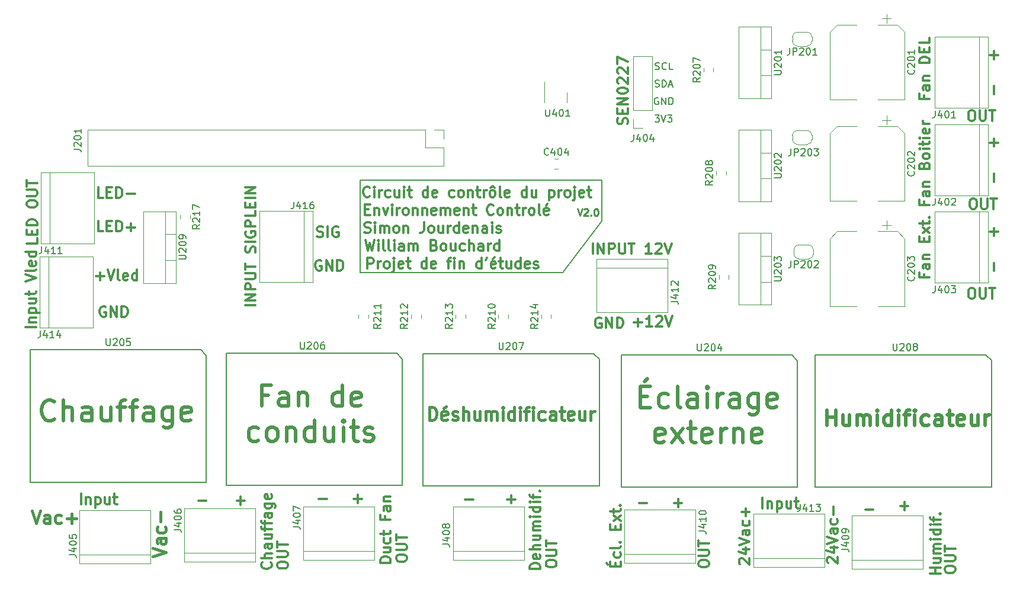
<source format=gbr>
G04 #@! TF.GenerationSoftware,KiCad,Pcbnew,(5.0.0)*
G04 #@! TF.CreationDate,2021-03-26T16:55:41-04:00*
G04 #@! TF.ProjectId,Projet_ControlledEnvironment,50726F6A65745F436F6E74726F6C6C65,2.0*
G04 #@! TF.SameCoordinates,Original*
G04 #@! TF.FileFunction,Legend,Top*
G04 #@! TF.FilePolarity,Positive*
%FSLAX46Y46*%
G04 Gerber Fmt 4.6, Leading zero omitted, Abs format (unit mm)*
G04 Created by KiCad (PCBNEW (5.0.0)) date 03/26/21 16:55:41*
%MOMM*%
%LPD*%
G01*
G04 APERTURE LIST*
%ADD10C,0.250000*%
%ADD11C,0.200000*%
%ADD12C,0.450000*%
%ADD13C,0.500000*%
%ADD14C,0.300000*%
%ADD15C,0.400000*%
%ADD16C,0.375000*%
%ADD17C,0.120000*%
%ADD18C,0.150000*%
G04 APERTURE END LIST*
D10*
X138076190Y-70452380D02*
X138409523Y-71452380D01*
X138742857Y-70452380D01*
X139028571Y-70547619D02*
X139076190Y-70500000D01*
X139171428Y-70452380D01*
X139409523Y-70452380D01*
X139504761Y-70500000D01*
X139552380Y-70547619D01*
X139600000Y-70642857D01*
X139600000Y-70738095D01*
X139552380Y-70880952D01*
X138980952Y-71452380D01*
X139600000Y-71452380D01*
X140028571Y-71357142D02*
X140076190Y-71404761D01*
X140028571Y-71452380D01*
X139980952Y-71404761D01*
X140028571Y-71357142D01*
X140028571Y-71452380D01*
X140695238Y-70452380D02*
X140790476Y-70452380D01*
X140885714Y-70500000D01*
X140933333Y-70547619D01*
X140980952Y-70642857D01*
X141028571Y-70833333D01*
X141028571Y-71071428D01*
X140980952Y-71261904D01*
X140933333Y-71357142D01*
X140885714Y-71404761D01*
X140790476Y-71452380D01*
X140695238Y-71452380D01*
X140600000Y-71404761D01*
X140552380Y-71357142D01*
X140504761Y-71261904D01*
X140457142Y-71071428D01*
X140457142Y-70833333D01*
X140504761Y-70642857D01*
X140552380Y-70547619D01*
X140600000Y-70500000D01*
X140695238Y-70452380D01*
D11*
X107000000Y-79600000D02*
X107000000Y-66400000D01*
X136000000Y-79600000D02*
X107000000Y-79600000D01*
X141600000Y-72200000D02*
X136000000Y-79600000D01*
X141600000Y-66400000D02*
X141600000Y-72200000D01*
X107000000Y-66400000D02*
X141600000Y-66400000D01*
D12*
X116942857Y-100614285D02*
X116942857Y-98814285D01*
X117371428Y-98814285D01*
X117628571Y-98900000D01*
X117800000Y-99071428D01*
X117885714Y-99242857D01*
X117971428Y-99585714D01*
X117971428Y-99842857D01*
X117885714Y-100185714D01*
X117800000Y-100357142D01*
X117628571Y-100528571D01*
X117371428Y-100614285D01*
X116942857Y-100614285D01*
X119428571Y-100528571D02*
X119257142Y-100614285D01*
X118914285Y-100614285D01*
X118742857Y-100528571D01*
X118657142Y-100357142D01*
X118657142Y-99671428D01*
X118742857Y-99500000D01*
X118914285Y-99414285D01*
X119257142Y-99414285D01*
X119428571Y-99500000D01*
X119514285Y-99671428D01*
X119514285Y-99842857D01*
X118657142Y-100014285D01*
X119257142Y-98728571D02*
X119000000Y-98985714D01*
X120200000Y-100528571D02*
X120371428Y-100614285D01*
X120714285Y-100614285D01*
X120885714Y-100528571D01*
X120971428Y-100357142D01*
X120971428Y-100271428D01*
X120885714Y-100100000D01*
X120714285Y-100014285D01*
X120457142Y-100014285D01*
X120285714Y-99928571D01*
X120200000Y-99757142D01*
X120200000Y-99671428D01*
X120285714Y-99500000D01*
X120457142Y-99414285D01*
X120714285Y-99414285D01*
X120885714Y-99500000D01*
X121742857Y-100614285D02*
X121742857Y-98814285D01*
X122514285Y-100614285D02*
X122514285Y-99671428D01*
X122428571Y-99500000D01*
X122257142Y-99414285D01*
X122000000Y-99414285D01*
X121828571Y-99500000D01*
X121742857Y-99585714D01*
X124142857Y-99414285D02*
X124142857Y-100614285D01*
X123371428Y-99414285D02*
X123371428Y-100357142D01*
X123457142Y-100528571D01*
X123628571Y-100614285D01*
X123885714Y-100614285D01*
X124057142Y-100528571D01*
X124142857Y-100442857D01*
X125000000Y-100614285D02*
X125000000Y-99414285D01*
X125000000Y-99585714D02*
X125085714Y-99500000D01*
X125257142Y-99414285D01*
X125514285Y-99414285D01*
X125685714Y-99500000D01*
X125771428Y-99671428D01*
X125771428Y-100614285D01*
X125771428Y-99671428D02*
X125857142Y-99500000D01*
X126028571Y-99414285D01*
X126285714Y-99414285D01*
X126457142Y-99500000D01*
X126542857Y-99671428D01*
X126542857Y-100614285D01*
X127400000Y-100614285D02*
X127400000Y-99414285D01*
X127400000Y-98814285D02*
X127314285Y-98900000D01*
X127400000Y-98985714D01*
X127485714Y-98900000D01*
X127400000Y-98814285D01*
X127400000Y-98985714D01*
X129028571Y-100614285D02*
X129028571Y-98814285D01*
X129028571Y-100528571D02*
X128857142Y-100614285D01*
X128514285Y-100614285D01*
X128342857Y-100528571D01*
X128257142Y-100442857D01*
X128171428Y-100271428D01*
X128171428Y-99757142D01*
X128257142Y-99585714D01*
X128342857Y-99500000D01*
X128514285Y-99414285D01*
X128857142Y-99414285D01*
X129028571Y-99500000D01*
X129885714Y-100614285D02*
X129885714Y-99414285D01*
X129885714Y-98814285D02*
X129800000Y-98900000D01*
X129885714Y-98985714D01*
X129971428Y-98900000D01*
X129885714Y-98814285D01*
X129885714Y-98985714D01*
X130485714Y-99414285D02*
X131171428Y-99414285D01*
X130742857Y-100614285D02*
X130742857Y-99071428D01*
X130828571Y-98900000D01*
X131000000Y-98814285D01*
X131171428Y-98814285D01*
X131771428Y-100614285D02*
X131771428Y-99414285D01*
X131771428Y-98814285D02*
X131685714Y-98900000D01*
X131771428Y-98985714D01*
X131857142Y-98900000D01*
X131771428Y-98814285D01*
X131771428Y-98985714D01*
X133400000Y-100528571D02*
X133228571Y-100614285D01*
X132885714Y-100614285D01*
X132714285Y-100528571D01*
X132628571Y-100442857D01*
X132542857Y-100271428D01*
X132542857Y-99757142D01*
X132628571Y-99585714D01*
X132714285Y-99500000D01*
X132885714Y-99414285D01*
X133228571Y-99414285D01*
X133400000Y-99500000D01*
X134942857Y-100614285D02*
X134942857Y-99671428D01*
X134857142Y-99500000D01*
X134685714Y-99414285D01*
X134342857Y-99414285D01*
X134171428Y-99500000D01*
X134942857Y-100528571D02*
X134771428Y-100614285D01*
X134342857Y-100614285D01*
X134171428Y-100528571D01*
X134085714Y-100357142D01*
X134085714Y-100185714D01*
X134171428Y-100014285D01*
X134342857Y-99928571D01*
X134771428Y-99928571D01*
X134942857Y-99842857D01*
X135542857Y-99414285D02*
X136228571Y-99414285D01*
X135800000Y-98814285D02*
X135800000Y-100357142D01*
X135885714Y-100528571D01*
X136057142Y-100614285D01*
X136228571Y-100614285D01*
X137514285Y-100528571D02*
X137342857Y-100614285D01*
X137000000Y-100614285D01*
X136828571Y-100528571D01*
X136742857Y-100357142D01*
X136742857Y-99671428D01*
X136828571Y-99500000D01*
X137000000Y-99414285D01*
X137342857Y-99414285D01*
X137514285Y-99500000D01*
X137600000Y-99671428D01*
X137600000Y-99842857D01*
X136742857Y-100014285D01*
X139142857Y-99414285D02*
X139142857Y-100614285D01*
X138371428Y-99414285D02*
X138371428Y-100357142D01*
X138457142Y-100528571D01*
X138628571Y-100614285D01*
X138885714Y-100614285D01*
X139057142Y-100528571D01*
X139142857Y-100442857D01*
X140000000Y-100614285D02*
X140000000Y-99414285D01*
X140000000Y-99757142D02*
X140085714Y-99585714D01*
X140171428Y-99500000D01*
X140342857Y-99414285D01*
X140514285Y-99414285D01*
D13*
X147085714Y-97285714D02*
X148085714Y-97285714D01*
X148514285Y-98857142D02*
X147085714Y-98857142D01*
X147085714Y-95857142D01*
X148514285Y-95857142D01*
X148085714Y-94714285D02*
X147657142Y-95142857D01*
X151085714Y-98714285D02*
X150800000Y-98857142D01*
X150228571Y-98857142D01*
X149942857Y-98714285D01*
X149800000Y-98571428D01*
X149657142Y-98285714D01*
X149657142Y-97428571D01*
X149800000Y-97142857D01*
X149942857Y-97000000D01*
X150228571Y-96857142D01*
X150800000Y-96857142D01*
X151085714Y-97000000D01*
X152800000Y-98857142D02*
X152514285Y-98714285D01*
X152371428Y-98428571D01*
X152371428Y-95857142D01*
X155228571Y-98857142D02*
X155228571Y-97285714D01*
X155085714Y-97000000D01*
X154800000Y-96857142D01*
X154228571Y-96857142D01*
X153942857Y-97000000D01*
X155228571Y-98714285D02*
X154942857Y-98857142D01*
X154228571Y-98857142D01*
X153942857Y-98714285D01*
X153800000Y-98428571D01*
X153800000Y-98142857D01*
X153942857Y-97857142D01*
X154228571Y-97714285D01*
X154942857Y-97714285D01*
X155228571Y-97571428D01*
X156657142Y-98857142D02*
X156657142Y-96857142D01*
X156657142Y-95857142D02*
X156514285Y-96000000D01*
X156657142Y-96142857D01*
X156800000Y-96000000D01*
X156657142Y-95857142D01*
X156657142Y-96142857D01*
X158085714Y-98857142D02*
X158085714Y-96857142D01*
X158085714Y-97428571D02*
X158228571Y-97142857D01*
X158371428Y-97000000D01*
X158657142Y-96857142D01*
X158942857Y-96857142D01*
X161228571Y-98857142D02*
X161228571Y-97285714D01*
X161085714Y-97000000D01*
X160800000Y-96857142D01*
X160228571Y-96857142D01*
X159942857Y-97000000D01*
X161228571Y-98714285D02*
X160942857Y-98857142D01*
X160228571Y-98857142D01*
X159942857Y-98714285D01*
X159800000Y-98428571D01*
X159800000Y-98142857D01*
X159942857Y-97857142D01*
X160228571Y-97714285D01*
X160942857Y-97714285D01*
X161228571Y-97571428D01*
X163942857Y-96857142D02*
X163942857Y-99285714D01*
X163800000Y-99571428D01*
X163657142Y-99714285D01*
X163371428Y-99857142D01*
X162942857Y-99857142D01*
X162657142Y-99714285D01*
X163942857Y-98714285D02*
X163657142Y-98857142D01*
X163085714Y-98857142D01*
X162800000Y-98714285D01*
X162657142Y-98571428D01*
X162514285Y-98285714D01*
X162514285Y-97428571D01*
X162657142Y-97142857D01*
X162800000Y-97000000D01*
X163085714Y-96857142D01*
X163657142Y-96857142D01*
X163942857Y-97000000D01*
X166514285Y-98714285D02*
X166228571Y-98857142D01*
X165657142Y-98857142D01*
X165371428Y-98714285D01*
X165228571Y-98428571D01*
X165228571Y-97285714D01*
X165371428Y-97000000D01*
X165657142Y-96857142D01*
X166228571Y-96857142D01*
X166514285Y-97000000D01*
X166657142Y-97285714D01*
X166657142Y-97571428D01*
X165228571Y-97857142D01*
X150442857Y-103714285D02*
X150157142Y-103857142D01*
X149585714Y-103857142D01*
X149300000Y-103714285D01*
X149157142Y-103428571D01*
X149157142Y-102285714D01*
X149300000Y-102000000D01*
X149585714Y-101857142D01*
X150157142Y-101857142D01*
X150442857Y-102000000D01*
X150585714Y-102285714D01*
X150585714Y-102571428D01*
X149157142Y-102857142D01*
X151585714Y-103857142D02*
X153157142Y-101857142D01*
X151585714Y-101857142D02*
X153157142Y-103857142D01*
X153871428Y-101857142D02*
X155014285Y-101857142D01*
X154300000Y-100857142D02*
X154300000Y-103428571D01*
X154442857Y-103714285D01*
X154728571Y-103857142D01*
X155014285Y-103857142D01*
X157157142Y-103714285D02*
X156871428Y-103857142D01*
X156300000Y-103857142D01*
X156014285Y-103714285D01*
X155871428Y-103428571D01*
X155871428Y-102285714D01*
X156014285Y-102000000D01*
X156300000Y-101857142D01*
X156871428Y-101857142D01*
X157157142Y-102000000D01*
X157300000Y-102285714D01*
X157300000Y-102571428D01*
X155871428Y-102857142D01*
X158585714Y-103857142D02*
X158585714Y-101857142D01*
X158585714Y-102428571D02*
X158728571Y-102142857D01*
X158871428Y-102000000D01*
X159157142Y-101857142D01*
X159442857Y-101857142D01*
X160442857Y-101857142D02*
X160442857Y-103857142D01*
X160442857Y-102142857D02*
X160585714Y-102000000D01*
X160871428Y-101857142D01*
X161300000Y-101857142D01*
X161585714Y-102000000D01*
X161728571Y-102285714D01*
X161728571Y-103857142D01*
X164300000Y-103714285D02*
X164014285Y-103857142D01*
X163442857Y-103857142D01*
X163157142Y-103714285D01*
X163014285Y-103428571D01*
X163014285Y-102285714D01*
X163157142Y-102000000D01*
X163442857Y-101857142D01*
X164014285Y-101857142D01*
X164300000Y-102000000D01*
X164442857Y-102285714D01*
X164442857Y-102571428D01*
X163014285Y-102857142D01*
X173728571Y-101395238D02*
X173728571Y-99195238D01*
X173728571Y-100242857D02*
X174985714Y-100242857D01*
X174985714Y-101395238D02*
X174985714Y-99195238D01*
X176976190Y-99928571D02*
X176976190Y-101395238D01*
X176033333Y-99928571D02*
X176033333Y-101080952D01*
X176138095Y-101290476D01*
X176347619Y-101395238D01*
X176661904Y-101395238D01*
X176871428Y-101290476D01*
X176976190Y-101185714D01*
X178023809Y-101395238D02*
X178023809Y-99928571D01*
X178023809Y-100138095D02*
X178128571Y-100033333D01*
X178338095Y-99928571D01*
X178652380Y-99928571D01*
X178861904Y-100033333D01*
X178966666Y-100242857D01*
X178966666Y-101395238D01*
X178966666Y-100242857D02*
X179071428Y-100033333D01*
X179280952Y-99928571D01*
X179595238Y-99928571D01*
X179804761Y-100033333D01*
X179909523Y-100242857D01*
X179909523Y-101395238D01*
X180957142Y-101395238D02*
X180957142Y-99928571D01*
X180957142Y-99195238D02*
X180852380Y-99300000D01*
X180957142Y-99404761D01*
X181061904Y-99300000D01*
X180957142Y-99195238D01*
X180957142Y-99404761D01*
X182947619Y-101395238D02*
X182947619Y-99195238D01*
X182947619Y-101290476D02*
X182738095Y-101395238D01*
X182319047Y-101395238D01*
X182109523Y-101290476D01*
X182004761Y-101185714D01*
X181900000Y-100976190D01*
X181900000Y-100347619D01*
X182004761Y-100138095D01*
X182109523Y-100033333D01*
X182319047Y-99928571D01*
X182738095Y-99928571D01*
X182947619Y-100033333D01*
X183995238Y-101395238D02*
X183995238Y-99928571D01*
X183995238Y-99195238D02*
X183890476Y-99300000D01*
X183995238Y-99404761D01*
X184100000Y-99300000D01*
X183995238Y-99195238D01*
X183995238Y-99404761D01*
X184728571Y-99928571D02*
X185566666Y-99928571D01*
X185042857Y-101395238D02*
X185042857Y-99509523D01*
X185147619Y-99300000D01*
X185357142Y-99195238D01*
X185566666Y-99195238D01*
X186300000Y-101395238D02*
X186300000Y-99928571D01*
X186300000Y-99195238D02*
X186195238Y-99300000D01*
X186300000Y-99404761D01*
X186404761Y-99300000D01*
X186300000Y-99195238D01*
X186300000Y-99404761D01*
X188290476Y-101290476D02*
X188080952Y-101395238D01*
X187661904Y-101395238D01*
X187452380Y-101290476D01*
X187347619Y-101185714D01*
X187242857Y-100976190D01*
X187242857Y-100347619D01*
X187347619Y-100138095D01*
X187452380Y-100033333D01*
X187661904Y-99928571D01*
X188080952Y-99928571D01*
X188290476Y-100033333D01*
X190176190Y-101395238D02*
X190176190Y-100242857D01*
X190071428Y-100033333D01*
X189861904Y-99928571D01*
X189442857Y-99928571D01*
X189233333Y-100033333D01*
X190176190Y-101290476D02*
X189966666Y-101395238D01*
X189442857Y-101395238D01*
X189233333Y-101290476D01*
X189128571Y-101080952D01*
X189128571Y-100871428D01*
X189233333Y-100661904D01*
X189442857Y-100557142D01*
X189966666Y-100557142D01*
X190176190Y-100452380D01*
X190909523Y-99928571D02*
X191747619Y-99928571D01*
X191223809Y-99195238D02*
X191223809Y-101080952D01*
X191328571Y-101290476D01*
X191538095Y-101395238D01*
X191747619Y-101395238D01*
X193319047Y-101290476D02*
X193109523Y-101395238D01*
X192690476Y-101395238D01*
X192480952Y-101290476D01*
X192376190Y-101080952D01*
X192376190Y-100242857D01*
X192480952Y-100033333D01*
X192690476Y-99928571D01*
X193109523Y-99928571D01*
X193319047Y-100033333D01*
X193423809Y-100242857D01*
X193423809Y-100452380D01*
X192376190Y-100661904D01*
X195309523Y-99928571D02*
X195309523Y-101395238D01*
X194366666Y-99928571D02*
X194366666Y-101080952D01*
X194471428Y-101290476D01*
X194680952Y-101395238D01*
X194995238Y-101395238D01*
X195204761Y-101290476D01*
X195309523Y-101185714D01*
X196357142Y-101395238D02*
X196357142Y-99928571D01*
X196357142Y-100347619D02*
X196461904Y-100138095D01*
X196566666Y-100033333D01*
X196776190Y-99928571D01*
X196985714Y-99928571D01*
X93928571Y-97085714D02*
X92928571Y-97085714D01*
X92928571Y-98657142D02*
X92928571Y-95657142D01*
X94357142Y-95657142D01*
X96785714Y-98657142D02*
X96785714Y-97085714D01*
X96642857Y-96800000D01*
X96357142Y-96657142D01*
X95785714Y-96657142D01*
X95500000Y-96800000D01*
X96785714Y-98514285D02*
X96500000Y-98657142D01*
X95785714Y-98657142D01*
X95500000Y-98514285D01*
X95357142Y-98228571D01*
X95357142Y-97942857D01*
X95500000Y-97657142D01*
X95785714Y-97514285D01*
X96500000Y-97514285D01*
X96785714Y-97371428D01*
X98214285Y-96657142D02*
X98214285Y-98657142D01*
X98214285Y-96942857D02*
X98357142Y-96800000D01*
X98642857Y-96657142D01*
X99071428Y-96657142D01*
X99357142Y-96800000D01*
X99500000Y-97085714D01*
X99500000Y-98657142D01*
X104500000Y-98657142D02*
X104500000Y-95657142D01*
X104500000Y-98514285D02*
X104214285Y-98657142D01*
X103642857Y-98657142D01*
X103357142Y-98514285D01*
X103214285Y-98371428D01*
X103071428Y-98085714D01*
X103071428Y-97228571D01*
X103214285Y-96942857D01*
X103357142Y-96800000D01*
X103642857Y-96657142D01*
X104214285Y-96657142D01*
X104500000Y-96800000D01*
X107071428Y-98514285D02*
X106785714Y-98657142D01*
X106214285Y-98657142D01*
X105928571Y-98514285D01*
X105785714Y-98228571D01*
X105785714Y-97085714D01*
X105928571Y-96800000D01*
X106214285Y-96657142D01*
X106785714Y-96657142D01*
X107071428Y-96800000D01*
X107214285Y-97085714D01*
X107214285Y-97371428D01*
X105785714Y-97657142D01*
X92500000Y-103514285D02*
X92214285Y-103657142D01*
X91642857Y-103657142D01*
X91357142Y-103514285D01*
X91214285Y-103371428D01*
X91071428Y-103085714D01*
X91071428Y-102228571D01*
X91214285Y-101942857D01*
X91357142Y-101800000D01*
X91642857Y-101657142D01*
X92214285Y-101657142D01*
X92500000Y-101800000D01*
X94214285Y-103657142D02*
X93928571Y-103514285D01*
X93785714Y-103371428D01*
X93642857Y-103085714D01*
X93642857Y-102228571D01*
X93785714Y-101942857D01*
X93928571Y-101800000D01*
X94214285Y-101657142D01*
X94642857Y-101657142D01*
X94928571Y-101800000D01*
X95071428Y-101942857D01*
X95214285Y-102228571D01*
X95214285Y-103085714D01*
X95071428Y-103371428D01*
X94928571Y-103514285D01*
X94642857Y-103657142D01*
X94214285Y-103657142D01*
X96500000Y-101657142D02*
X96500000Y-103657142D01*
X96500000Y-101942857D02*
X96642857Y-101800000D01*
X96928571Y-101657142D01*
X97357142Y-101657142D01*
X97642857Y-101800000D01*
X97785714Y-102085714D01*
X97785714Y-103657142D01*
X100500000Y-103657142D02*
X100500000Y-100657142D01*
X100500000Y-103514285D02*
X100214285Y-103657142D01*
X99642857Y-103657142D01*
X99357142Y-103514285D01*
X99214285Y-103371428D01*
X99071428Y-103085714D01*
X99071428Y-102228571D01*
X99214285Y-101942857D01*
X99357142Y-101800000D01*
X99642857Y-101657142D01*
X100214285Y-101657142D01*
X100500000Y-101800000D01*
X103214285Y-101657142D02*
X103214285Y-103657142D01*
X101928571Y-101657142D02*
X101928571Y-103228571D01*
X102071428Y-103514285D01*
X102357142Y-103657142D01*
X102785714Y-103657142D01*
X103071428Y-103514285D01*
X103214285Y-103371428D01*
X104642857Y-103657142D02*
X104642857Y-101657142D01*
X104642857Y-100657142D02*
X104500000Y-100800000D01*
X104642857Y-100942857D01*
X104785714Y-100800000D01*
X104642857Y-100657142D01*
X104642857Y-100942857D01*
X105642857Y-101657142D02*
X106785714Y-101657142D01*
X106071428Y-100657142D02*
X106071428Y-103228571D01*
X106214285Y-103514285D01*
X106500000Y-103657142D01*
X106785714Y-103657142D01*
X107642857Y-103514285D02*
X107928571Y-103657142D01*
X108500000Y-103657142D01*
X108785714Y-103514285D01*
X108928571Y-103228571D01*
X108928571Y-103085714D01*
X108785714Y-102800000D01*
X108500000Y-102657142D01*
X108071428Y-102657142D01*
X107785714Y-102514285D01*
X107642857Y-102228571D01*
X107642857Y-102085714D01*
X107785714Y-101800000D01*
X108071428Y-101657142D01*
X108500000Y-101657142D01*
X108785714Y-101800000D01*
X63342857Y-100471428D02*
X63200000Y-100614285D01*
X62771428Y-100757142D01*
X62485714Y-100757142D01*
X62057142Y-100614285D01*
X61771428Y-100328571D01*
X61628571Y-100042857D01*
X61485714Y-99471428D01*
X61485714Y-99042857D01*
X61628571Y-98471428D01*
X61771428Y-98185714D01*
X62057142Y-97900000D01*
X62485714Y-97757142D01*
X62771428Y-97757142D01*
X63200000Y-97900000D01*
X63342857Y-98042857D01*
X64628571Y-100757142D02*
X64628571Y-97757142D01*
X65914285Y-100757142D02*
X65914285Y-99185714D01*
X65771428Y-98900000D01*
X65485714Y-98757142D01*
X65057142Y-98757142D01*
X64771428Y-98900000D01*
X64628571Y-99042857D01*
X68628571Y-100757142D02*
X68628571Y-99185714D01*
X68485714Y-98900000D01*
X68200000Y-98757142D01*
X67628571Y-98757142D01*
X67342857Y-98900000D01*
X68628571Y-100614285D02*
X68342857Y-100757142D01*
X67628571Y-100757142D01*
X67342857Y-100614285D01*
X67200000Y-100328571D01*
X67200000Y-100042857D01*
X67342857Y-99757142D01*
X67628571Y-99614285D01*
X68342857Y-99614285D01*
X68628571Y-99471428D01*
X71342857Y-98757142D02*
X71342857Y-100757142D01*
X70057142Y-98757142D02*
X70057142Y-100328571D01*
X70200000Y-100614285D01*
X70485714Y-100757142D01*
X70914285Y-100757142D01*
X71200000Y-100614285D01*
X71342857Y-100471428D01*
X72342857Y-98757142D02*
X73485714Y-98757142D01*
X72771428Y-100757142D02*
X72771428Y-98185714D01*
X72914285Y-97900000D01*
X73200000Y-97757142D01*
X73485714Y-97757142D01*
X74057142Y-98757142D02*
X75200000Y-98757142D01*
X74485714Y-100757142D02*
X74485714Y-98185714D01*
X74628571Y-97900000D01*
X74914285Y-97757142D01*
X75200000Y-97757142D01*
X77485714Y-100757142D02*
X77485714Y-99185714D01*
X77342857Y-98900000D01*
X77057142Y-98757142D01*
X76485714Y-98757142D01*
X76200000Y-98900000D01*
X77485714Y-100614285D02*
X77200000Y-100757142D01*
X76485714Y-100757142D01*
X76200000Y-100614285D01*
X76057142Y-100328571D01*
X76057142Y-100042857D01*
X76200000Y-99757142D01*
X76485714Y-99614285D01*
X77200000Y-99614285D01*
X77485714Y-99471428D01*
X80200000Y-98757142D02*
X80200000Y-101185714D01*
X80057142Y-101471428D01*
X79914285Y-101614285D01*
X79628571Y-101757142D01*
X79200000Y-101757142D01*
X78914285Y-101614285D01*
X80200000Y-100614285D02*
X79914285Y-100757142D01*
X79342857Y-100757142D01*
X79057142Y-100614285D01*
X78914285Y-100471428D01*
X78771428Y-100185714D01*
X78771428Y-99328571D01*
X78914285Y-99042857D01*
X79057142Y-98900000D01*
X79342857Y-98757142D01*
X79914285Y-98757142D01*
X80200000Y-98900000D01*
X82771428Y-100614285D02*
X82485714Y-100757142D01*
X81914285Y-100757142D01*
X81628571Y-100614285D01*
X81485714Y-100328571D01*
X81485714Y-99185714D01*
X81628571Y-98900000D01*
X81914285Y-98757142D01*
X82485714Y-98757142D01*
X82771428Y-98900000D01*
X82914285Y-99185714D01*
X82914285Y-99471428D01*
X81485714Y-99757142D01*
D14*
X194300000Y-56378571D02*
X194585714Y-56378571D01*
X194728571Y-56450000D01*
X194871428Y-56592857D01*
X194942857Y-56878571D01*
X194942857Y-57378571D01*
X194871428Y-57664285D01*
X194728571Y-57807142D01*
X194585714Y-57878571D01*
X194300000Y-57878571D01*
X194157142Y-57807142D01*
X194014285Y-57664285D01*
X193942857Y-57378571D01*
X193942857Y-56878571D01*
X194014285Y-56592857D01*
X194157142Y-56450000D01*
X194300000Y-56378571D01*
X195585714Y-56378571D02*
X195585714Y-57592857D01*
X195657142Y-57735714D01*
X195728571Y-57807142D01*
X195871428Y-57878571D01*
X196157142Y-57878571D01*
X196300000Y-57807142D01*
X196371428Y-57735714D01*
X196442857Y-57592857D01*
X196442857Y-56378571D01*
X196942857Y-56378571D02*
X197800000Y-56378571D01*
X197371428Y-57878571D02*
X197371428Y-56378571D01*
X194500000Y-68978571D02*
X194785714Y-68978571D01*
X194928571Y-69050000D01*
X195071428Y-69192857D01*
X195142857Y-69478571D01*
X195142857Y-69978571D01*
X195071428Y-70264285D01*
X194928571Y-70407142D01*
X194785714Y-70478571D01*
X194500000Y-70478571D01*
X194357142Y-70407142D01*
X194214285Y-70264285D01*
X194142857Y-69978571D01*
X194142857Y-69478571D01*
X194214285Y-69192857D01*
X194357142Y-69050000D01*
X194500000Y-68978571D01*
X195785714Y-68978571D02*
X195785714Y-70192857D01*
X195857142Y-70335714D01*
X195928571Y-70407142D01*
X196071428Y-70478571D01*
X196357142Y-70478571D01*
X196500000Y-70407142D01*
X196571428Y-70335714D01*
X196642857Y-70192857D01*
X196642857Y-68978571D01*
X197142857Y-68978571D02*
X198000000Y-68978571D01*
X197571428Y-70478571D02*
X197571428Y-68978571D01*
X194300000Y-81778571D02*
X194585714Y-81778571D01*
X194728571Y-81850000D01*
X194871428Y-81992857D01*
X194942857Y-82278571D01*
X194942857Y-82778571D01*
X194871428Y-83064285D01*
X194728571Y-83207142D01*
X194585714Y-83278571D01*
X194300000Y-83278571D01*
X194157142Y-83207142D01*
X194014285Y-83064285D01*
X193942857Y-82778571D01*
X193942857Y-82278571D01*
X194014285Y-81992857D01*
X194157142Y-81850000D01*
X194300000Y-81778571D01*
X195585714Y-81778571D02*
X195585714Y-82992857D01*
X195657142Y-83135714D01*
X195728571Y-83207142D01*
X195871428Y-83278571D01*
X196157142Y-83278571D01*
X196300000Y-83207142D01*
X196371428Y-83135714D01*
X196442857Y-82992857D01*
X196442857Y-81778571D01*
X196942857Y-81778571D02*
X197800000Y-81778571D01*
X197371428Y-83278571D02*
X197371428Y-81778571D01*
X133578571Y-121300000D02*
X133578571Y-121014285D01*
X133650000Y-120871428D01*
X133792857Y-120728571D01*
X134078571Y-120657142D01*
X134578571Y-120657142D01*
X134864285Y-120728571D01*
X135007142Y-120871428D01*
X135078571Y-121014285D01*
X135078571Y-121300000D01*
X135007142Y-121442857D01*
X134864285Y-121585714D01*
X134578571Y-121657142D01*
X134078571Y-121657142D01*
X133792857Y-121585714D01*
X133650000Y-121442857D01*
X133578571Y-121300000D01*
X133578571Y-120014285D02*
X134792857Y-120014285D01*
X134935714Y-119942857D01*
X135007142Y-119871428D01*
X135078571Y-119728571D01*
X135078571Y-119442857D01*
X135007142Y-119300000D01*
X134935714Y-119228571D01*
X134792857Y-119157142D01*
X133578571Y-119157142D01*
X133578571Y-118657142D02*
X133578571Y-117800000D01*
X135078571Y-118228571D02*
X133578571Y-118228571D01*
X155378571Y-121300000D02*
X155378571Y-121014285D01*
X155450000Y-120871428D01*
X155592857Y-120728571D01*
X155878571Y-120657142D01*
X156378571Y-120657142D01*
X156664285Y-120728571D01*
X156807142Y-120871428D01*
X156878571Y-121014285D01*
X156878571Y-121300000D01*
X156807142Y-121442857D01*
X156664285Y-121585714D01*
X156378571Y-121657142D01*
X155878571Y-121657142D01*
X155592857Y-121585714D01*
X155450000Y-121442857D01*
X155378571Y-121300000D01*
X155378571Y-120014285D02*
X156592857Y-120014285D01*
X156735714Y-119942857D01*
X156807142Y-119871428D01*
X156878571Y-119728571D01*
X156878571Y-119442857D01*
X156807142Y-119300000D01*
X156735714Y-119228571D01*
X156592857Y-119157142D01*
X155378571Y-119157142D01*
X155378571Y-118657142D02*
X155378571Y-117800000D01*
X156878571Y-118228571D02*
X155378571Y-118228571D01*
X67135714Y-112678571D02*
X67135714Y-111178571D01*
X67850000Y-111678571D02*
X67850000Y-112678571D01*
X67850000Y-111821428D02*
X67921428Y-111750000D01*
X68064285Y-111678571D01*
X68278571Y-111678571D01*
X68421428Y-111750000D01*
X68492857Y-111892857D01*
X68492857Y-112678571D01*
X69207142Y-111678571D02*
X69207142Y-113178571D01*
X69207142Y-111750000D02*
X69350000Y-111678571D01*
X69635714Y-111678571D01*
X69778571Y-111750000D01*
X69850000Y-111821428D01*
X69921428Y-111964285D01*
X69921428Y-112392857D01*
X69850000Y-112535714D01*
X69778571Y-112607142D01*
X69635714Y-112678571D01*
X69350000Y-112678571D01*
X69207142Y-112607142D01*
X71207142Y-111678571D02*
X71207142Y-112678571D01*
X70564285Y-111678571D02*
X70564285Y-112464285D01*
X70635714Y-112607142D01*
X70778571Y-112678571D01*
X70992857Y-112678571D01*
X71135714Y-112607142D01*
X71207142Y-112535714D01*
X71707142Y-111678571D02*
X72278571Y-111678571D01*
X71921428Y-111178571D02*
X71921428Y-112464285D01*
X71992857Y-112607142D01*
X72135714Y-112678571D01*
X72278571Y-112678571D01*
D15*
X77414285Y-120100000D02*
X79214285Y-119500000D01*
X77414285Y-118900000D01*
X79214285Y-117528571D02*
X78271428Y-117528571D01*
X78100000Y-117614285D01*
X78014285Y-117785714D01*
X78014285Y-118128571D01*
X78100000Y-118300000D01*
X79128571Y-117528571D02*
X79214285Y-117700000D01*
X79214285Y-118128571D01*
X79128571Y-118300000D01*
X78957142Y-118385714D01*
X78785714Y-118385714D01*
X78614285Y-118300000D01*
X78528571Y-118128571D01*
X78528571Y-117700000D01*
X78442857Y-117528571D01*
X79128571Y-115900000D02*
X79214285Y-116071428D01*
X79214285Y-116414285D01*
X79128571Y-116585714D01*
X79042857Y-116671428D01*
X78871428Y-116757142D01*
X78357142Y-116757142D01*
X78185714Y-116671428D01*
X78100000Y-116585714D01*
X78014285Y-116414285D01*
X78014285Y-116071428D01*
X78100000Y-115900000D01*
X78528571Y-115128571D02*
X78528571Y-113757142D01*
D14*
X164535714Y-113278571D02*
X164535714Y-111778571D01*
X165250000Y-112278571D02*
X165250000Y-113278571D01*
X165250000Y-112421428D02*
X165321428Y-112350000D01*
X165464285Y-112278571D01*
X165678571Y-112278571D01*
X165821428Y-112350000D01*
X165892857Y-112492857D01*
X165892857Y-113278571D01*
X166607142Y-112278571D02*
X166607142Y-113778571D01*
X166607142Y-112350000D02*
X166750000Y-112278571D01*
X167035714Y-112278571D01*
X167178571Y-112350000D01*
X167250000Y-112421428D01*
X167321428Y-112564285D01*
X167321428Y-112992857D01*
X167250000Y-113135714D01*
X167178571Y-113207142D01*
X167035714Y-113278571D01*
X166750000Y-113278571D01*
X166607142Y-113207142D01*
X168607142Y-112278571D02*
X168607142Y-113278571D01*
X167964285Y-112278571D02*
X167964285Y-113064285D01*
X168035714Y-113207142D01*
X168178571Y-113278571D01*
X168392857Y-113278571D01*
X168535714Y-113207142D01*
X168607142Y-113135714D01*
X169107142Y-112278571D02*
X169678571Y-112278571D01*
X169321428Y-111778571D02*
X169321428Y-113064285D01*
X169392857Y-113207142D01*
X169535714Y-113278571D01*
X169678571Y-113278571D01*
X190578571Y-122100000D02*
X190578571Y-121814285D01*
X190650000Y-121671428D01*
X190792857Y-121528571D01*
X191078571Y-121457142D01*
X191578571Y-121457142D01*
X191864285Y-121528571D01*
X192007142Y-121671428D01*
X192078571Y-121814285D01*
X192078571Y-122100000D01*
X192007142Y-122242857D01*
X191864285Y-122385714D01*
X191578571Y-122457142D01*
X191078571Y-122457142D01*
X190792857Y-122385714D01*
X190650000Y-122242857D01*
X190578571Y-122100000D01*
X190578571Y-120814285D02*
X191792857Y-120814285D01*
X191935714Y-120742857D01*
X192007142Y-120671428D01*
X192078571Y-120528571D01*
X192078571Y-120242857D01*
X192007142Y-120100000D01*
X191935714Y-120028571D01*
X191792857Y-119957142D01*
X190578571Y-119957142D01*
X190578571Y-119457142D02*
X190578571Y-118600000D01*
X192078571Y-119028571D02*
X190578571Y-119028571D01*
X112178571Y-120500000D02*
X112178571Y-120214285D01*
X112250000Y-120071428D01*
X112392857Y-119928571D01*
X112678571Y-119857142D01*
X113178571Y-119857142D01*
X113464285Y-119928571D01*
X113607142Y-120071428D01*
X113678571Y-120214285D01*
X113678571Y-120500000D01*
X113607142Y-120642857D01*
X113464285Y-120785714D01*
X113178571Y-120857142D01*
X112678571Y-120857142D01*
X112392857Y-120785714D01*
X112250000Y-120642857D01*
X112178571Y-120500000D01*
X112178571Y-119214285D02*
X113392857Y-119214285D01*
X113535714Y-119142857D01*
X113607142Y-119071428D01*
X113678571Y-118928571D01*
X113678571Y-118642857D01*
X113607142Y-118500000D01*
X113535714Y-118428571D01*
X113392857Y-118357142D01*
X112178571Y-118357142D01*
X112178571Y-117857142D02*
X112178571Y-117000000D01*
X113678571Y-117428571D02*
X112178571Y-117428571D01*
X95178571Y-121500000D02*
X95178571Y-121214285D01*
X95250000Y-121071428D01*
X95392857Y-120928571D01*
X95678571Y-120857142D01*
X96178571Y-120857142D01*
X96464285Y-120928571D01*
X96607142Y-121071428D01*
X96678571Y-121214285D01*
X96678571Y-121500000D01*
X96607142Y-121642857D01*
X96464285Y-121785714D01*
X96178571Y-121857142D01*
X95678571Y-121857142D01*
X95392857Y-121785714D01*
X95250000Y-121642857D01*
X95178571Y-121500000D01*
X95178571Y-120214285D02*
X96392857Y-120214285D01*
X96535714Y-120142857D01*
X96607142Y-120071428D01*
X96678571Y-119928571D01*
X96678571Y-119642857D01*
X96607142Y-119500000D01*
X96535714Y-119428571D01*
X96392857Y-119357142D01*
X95178571Y-119357142D01*
X95178571Y-118857142D02*
X95178571Y-118000000D01*
X96678571Y-118428571D02*
X95178571Y-118428571D01*
X60678571Y-87392857D02*
X59178571Y-87392857D01*
X59678571Y-86678571D02*
X60678571Y-86678571D01*
X59821428Y-86678571D02*
X59750000Y-86607142D01*
X59678571Y-86464285D01*
X59678571Y-86250000D01*
X59750000Y-86107142D01*
X59892857Y-86035714D01*
X60678571Y-86035714D01*
X59678571Y-85321428D02*
X61178571Y-85321428D01*
X59750000Y-85321428D02*
X59678571Y-85178571D01*
X59678571Y-84892857D01*
X59750000Y-84750000D01*
X59821428Y-84678571D01*
X59964285Y-84607142D01*
X60392857Y-84607142D01*
X60535714Y-84678571D01*
X60607142Y-84750000D01*
X60678571Y-84892857D01*
X60678571Y-85178571D01*
X60607142Y-85321428D01*
X59678571Y-83321428D02*
X60678571Y-83321428D01*
X59678571Y-83964285D02*
X60464285Y-83964285D01*
X60607142Y-83892857D01*
X60678571Y-83750000D01*
X60678571Y-83535714D01*
X60607142Y-83392857D01*
X60535714Y-83321428D01*
X59678571Y-82821428D02*
X59678571Y-82250000D01*
X59178571Y-82607142D02*
X60464285Y-82607142D01*
X60607142Y-82535714D01*
X60678571Y-82392857D01*
X60678571Y-82250000D01*
X59178571Y-80821428D02*
X60678571Y-80321428D01*
X59178571Y-79821428D01*
X60678571Y-79107142D02*
X60607142Y-79250000D01*
X60464285Y-79321428D01*
X59178571Y-79321428D01*
X60607142Y-77964285D02*
X60678571Y-78107142D01*
X60678571Y-78392857D01*
X60607142Y-78535714D01*
X60464285Y-78607142D01*
X59892857Y-78607142D01*
X59750000Y-78535714D01*
X59678571Y-78392857D01*
X59678571Y-78107142D01*
X59750000Y-77964285D01*
X59892857Y-77892857D01*
X60035714Y-77892857D01*
X60178571Y-78607142D01*
X60678571Y-76607142D02*
X59178571Y-76607142D01*
X60607142Y-76607142D02*
X60678571Y-76750000D01*
X60678571Y-77035714D01*
X60607142Y-77178571D01*
X60535714Y-77250000D01*
X60392857Y-77321428D01*
X59964285Y-77321428D01*
X59821428Y-77250000D01*
X59750000Y-77178571D01*
X59678571Y-77035714D01*
X59678571Y-76750000D01*
X59750000Y-76607142D01*
X60878571Y-74678571D02*
X60878571Y-75392857D01*
X59378571Y-75392857D01*
X60092857Y-74178571D02*
X60092857Y-73678571D01*
X60878571Y-73464285D02*
X60878571Y-74178571D01*
X59378571Y-74178571D01*
X59378571Y-73464285D01*
X60878571Y-72821428D02*
X59378571Y-72821428D01*
X59378571Y-72464285D01*
X59450000Y-72250000D01*
X59592857Y-72107142D01*
X59735714Y-72035714D01*
X60021428Y-71964285D01*
X60235714Y-71964285D01*
X60521428Y-72035714D01*
X60664285Y-72107142D01*
X60807142Y-72250000D01*
X60878571Y-72464285D01*
X60878571Y-72821428D01*
X59378571Y-69892857D02*
X59378571Y-69607142D01*
X59450000Y-69464285D01*
X59592857Y-69321428D01*
X59878571Y-69250000D01*
X60378571Y-69250000D01*
X60664285Y-69321428D01*
X60807142Y-69464285D01*
X60878571Y-69607142D01*
X60878571Y-69892857D01*
X60807142Y-70035714D01*
X60664285Y-70178571D01*
X60378571Y-70250000D01*
X59878571Y-70250000D01*
X59592857Y-70178571D01*
X59450000Y-70035714D01*
X59378571Y-69892857D01*
X59378571Y-68607142D02*
X60592857Y-68607142D01*
X60735714Y-68535714D01*
X60807142Y-68464285D01*
X60878571Y-68321428D01*
X60878571Y-68035714D01*
X60807142Y-67892857D01*
X60735714Y-67821428D01*
X60592857Y-67750000D01*
X59378571Y-67750000D01*
X59378571Y-67250000D02*
X59378571Y-66392857D01*
X60878571Y-66821428D02*
X59378571Y-66821428D01*
X100864285Y-74407142D02*
X101078571Y-74478571D01*
X101435714Y-74478571D01*
X101578571Y-74407142D01*
X101650000Y-74335714D01*
X101721428Y-74192857D01*
X101721428Y-74050000D01*
X101650000Y-73907142D01*
X101578571Y-73835714D01*
X101435714Y-73764285D01*
X101150000Y-73692857D01*
X101007142Y-73621428D01*
X100935714Y-73550000D01*
X100864285Y-73407142D01*
X100864285Y-73264285D01*
X100935714Y-73121428D01*
X101007142Y-73050000D01*
X101150000Y-72978571D01*
X101507142Y-72978571D01*
X101721428Y-73050000D01*
X102364285Y-74478571D02*
X102364285Y-72978571D01*
X103864285Y-73050000D02*
X103721428Y-72978571D01*
X103507142Y-72978571D01*
X103292857Y-73050000D01*
X103150000Y-73192857D01*
X103078571Y-73335714D01*
X103007142Y-73621428D01*
X103007142Y-73835714D01*
X103078571Y-74121428D01*
X103150000Y-74264285D01*
X103292857Y-74407142D01*
X103507142Y-74478571D01*
X103650000Y-74478571D01*
X103864285Y-74407142D01*
X103935714Y-74335714D01*
X103935714Y-73835714D01*
X103650000Y-73835714D01*
X101457142Y-77850000D02*
X101314285Y-77778571D01*
X101100000Y-77778571D01*
X100885714Y-77850000D01*
X100742857Y-77992857D01*
X100671428Y-78135714D01*
X100600000Y-78421428D01*
X100600000Y-78635714D01*
X100671428Y-78921428D01*
X100742857Y-79064285D01*
X100885714Y-79207142D01*
X101100000Y-79278571D01*
X101242857Y-79278571D01*
X101457142Y-79207142D01*
X101528571Y-79135714D01*
X101528571Y-78635714D01*
X101242857Y-78635714D01*
X102171428Y-79278571D02*
X102171428Y-77778571D01*
X103028571Y-79278571D01*
X103028571Y-77778571D01*
X103742857Y-79278571D02*
X103742857Y-77778571D01*
X104100000Y-77778571D01*
X104314285Y-77850000D01*
X104457142Y-77992857D01*
X104528571Y-78135714D01*
X104600000Y-78421428D01*
X104600000Y-78635714D01*
X104528571Y-78921428D01*
X104457142Y-79064285D01*
X104314285Y-79207142D01*
X104100000Y-79278571D01*
X103742857Y-79278571D01*
X145207142Y-58350000D02*
X145278571Y-58135714D01*
X145278571Y-57778571D01*
X145207142Y-57635714D01*
X145135714Y-57564285D01*
X144992857Y-57492857D01*
X144850000Y-57492857D01*
X144707142Y-57564285D01*
X144635714Y-57635714D01*
X144564285Y-57778571D01*
X144492857Y-58064285D01*
X144421428Y-58207142D01*
X144350000Y-58278571D01*
X144207142Y-58350000D01*
X144064285Y-58350000D01*
X143921428Y-58278571D01*
X143850000Y-58207142D01*
X143778571Y-58064285D01*
X143778571Y-57707142D01*
X143850000Y-57492857D01*
X144492857Y-56850000D02*
X144492857Y-56350000D01*
X145278571Y-56135714D02*
X145278571Y-56850000D01*
X143778571Y-56850000D01*
X143778571Y-56135714D01*
X145278571Y-55492857D02*
X143778571Y-55492857D01*
X145278571Y-54635714D01*
X143778571Y-54635714D01*
X143778571Y-53635714D02*
X143778571Y-53492857D01*
X143850000Y-53350000D01*
X143921428Y-53278571D01*
X144064285Y-53207142D01*
X144350000Y-53135714D01*
X144707142Y-53135714D01*
X144992857Y-53207142D01*
X145135714Y-53278571D01*
X145207142Y-53350000D01*
X145278571Y-53492857D01*
X145278571Y-53635714D01*
X145207142Y-53778571D01*
X145135714Y-53850000D01*
X144992857Y-53921428D01*
X144707142Y-53992857D01*
X144350000Y-53992857D01*
X144064285Y-53921428D01*
X143921428Y-53850000D01*
X143850000Y-53778571D01*
X143778571Y-53635714D01*
X143921428Y-52564285D02*
X143850000Y-52492857D01*
X143778571Y-52350000D01*
X143778571Y-51992857D01*
X143850000Y-51850000D01*
X143921428Y-51778571D01*
X144064285Y-51707142D01*
X144207142Y-51707142D01*
X144421428Y-51778571D01*
X145278571Y-52635714D01*
X145278571Y-51707142D01*
X143921428Y-51135714D02*
X143850000Y-51064285D01*
X143778571Y-50921428D01*
X143778571Y-50564285D01*
X143850000Y-50421428D01*
X143921428Y-50350000D01*
X144064285Y-50278571D01*
X144207142Y-50278571D01*
X144421428Y-50350000D01*
X145278571Y-51207142D01*
X145278571Y-50278571D01*
X143778571Y-49778571D02*
X143778571Y-48778571D01*
X145278571Y-49421428D01*
X92078571Y-84264285D02*
X90578571Y-84264285D01*
X92078571Y-83550000D02*
X90578571Y-83550000D01*
X92078571Y-82692857D01*
X90578571Y-82692857D01*
X92078571Y-81978571D02*
X90578571Y-81978571D01*
X90578571Y-81407142D01*
X90650000Y-81264285D01*
X90721428Y-81192857D01*
X90864285Y-81121428D01*
X91078571Y-81121428D01*
X91221428Y-81192857D01*
X91292857Y-81264285D01*
X91364285Y-81407142D01*
X91364285Y-81978571D01*
X90578571Y-80478571D02*
X91792857Y-80478571D01*
X91935714Y-80407142D01*
X92007142Y-80335714D01*
X92078571Y-80192857D01*
X92078571Y-79907142D01*
X92007142Y-79764285D01*
X91935714Y-79692857D01*
X91792857Y-79621428D01*
X90578571Y-79621428D01*
X90578571Y-79121428D02*
X90578571Y-78264285D01*
X92078571Y-78692857D02*
X90578571Y-78692857D01*
X92007142Y-76692857D02*
X92078571Y-76478571D01*
X92078571Y-76121428D01*
X92007142Y-75978571D01*
X91935714Y-75907142D01*
X91792857Y-75835714D01*
X91650000Y-75835714D01*
X91507142Y-75907142D01*
X91435714Y-75978571D01*
X91364285Y-76121428D01*
X91292857Y-76407142D01*
X91221428Y-76550000D01*
X91150000Y-76621428D01*
X91007142Y-76692857D01*
X90864285Y-76692857D01*
X90721428Y-76621428D01*
X90650000Y-76550000D01*
X90578571Y-76407142D01*
X90578571Y-76050000D01*
X90650000Y-75835714D01*
X92078571Y-75192857D02*
X90578571Y-75192857D01*
X90650000Y-73692857D02*
X90578571Y-73835714D01*
X90578571Y-74050000D01*
X90650000Y-74264285D01*
X90792857Y-74407142D01*
X90935714Y-74478571D01*
X91221428Y-74550000D01*
X91435714Y-74550000D01*
X91721428Y-74478571D01*
X91864285Y-74407142D01*
X92007142Y-74264285D01*
X92078571Y-74050000D01*
X92078571Y-73907142D01*
X92007142Y-73692857D01*
X91935714Y-73621428D01*
X91435714Y-73621428D01*
X91435714Y-73907142D01*
X92078571Y-72978571D02*
X90578571Y-72978571D01*
X90578571Y-72407142D01*
X90650000Y-72264285D01*
X90721428Y-72192857D01*
X90864285Y-72121428D01*
X91078571Y-72121428D01*
X91221428Y-72192857D01*
X91292857Y-72264285D01*
X91364285Y-72407142D01*
X91364285Y-72978571D01*
X92078571Y-70764285D02*
X92078571Y-71478571D01*
X90578571Y-71478571D01*
X91292857Y-70264285D02*
X91292857Y-69764285D01*
X92078571Y-69550000D02*
X92078571Y-70264285D01*
X90578571Y-70264285D01*
X90578571Y-69550000D01*
X92078571Y-68907142D02*
X90578571Y-68907142D01*
X92078571Y-68192857D02*
X90578571Y-68192857D01*
X92078571Y-67335714D01*
X90578571Y-67335714D01*
X140264285Y-76878571D02*
X140264285Y-75378571D01*
X140978571Y-76878571D02*
X140978571Y-75378571D01*
X141835714Y-76878571D01*
X141835714Y-75378571D01*
X142550000Y-76878571D02*
X142550000Y-75378571D01*
X143121428Y-75378571D01*
X143264285Y-75450000D01*
X143335714Y-75521428D01*
X143407142Y-75664285D01*
X143407142Y-75878571D01*
X143335714Y-76021428D01*
X143264285Y-76092857D01*
X143121428Y-76164285D01*
X142550000Y-76164285D01*
X144050000Y-75378571D02*
X144050000Y-76592857D01*
X144121428Y-76735714D01*
X144192857Y-76807142D01*
X144335714Y-76878571D01*
X144621428Y-76878571D01*
X144764285Y-76807142D01*
X144835714Y-76735714D01*
X144907142Y-76592857D01*
X144907142Y-75378571D01*
X145407142Y-75378571D02*
X146264285Y-75378571D01*
X145835714Y-76878571D02*
X145835714Y-75378571D01*
X148692857Y-76878571D02*
X147835714Y-76878571D01*
X148264285Y-76878571D02*
X148264285Y-75378571D01*
X148121428Y-75592857D01*
X147978571Y-75735714D01*
X147835714Y-75807142D01*
X149264285Y-75521428D02*
X149335714Y-75450000D01*
X149478571Y-75378571D01*
X149835714Y-75378571D01*
X149978571Y-75450000D01*
X150050000Y-75521428D01*
X150121428Y-75664285D01*
X150121428Y-75807142D01*
X150050000Y-76021428D01*
X149192857Y-76878571D01*
X150121428Y-76878571D01*
X150550000Y-75378571D02*
X151050000Y-76878571D01*
X151550000Y-75378571D01*
X70307142Y-68878571D02*
X69592857Y-68878571D01*
X69592857Y-67378571D01*
X70807142Y-68092857D02*
X71307142Y-68092857D01*
X71521428Y-68878571D02*
X70807142Y-68878571D01*
X70807142Y-67378571D01*
X71521428Y-67378571D01*
X72164285Y-68878571D02*
X72164285Y-67378571D01*
X72521428Y-67378571D01*
X72735714Y-67450000D01*
X72878571Y-67592857D01*
X72950000Y-67735714D01*
X73021428Y-68021428D01*
X73021428Y-68235714D01*
X72950000Y-68521428D01*
X72878571Y-68664285D01*
X72735714Y-68807142D01*
X72521428Y-68878571D01*
X72164285Y-68878571D01*
X73664285Y-68307142D02*
X74807142Y-68307142D01*
X70307142Y-73678571D02*
X69592857Y-73678571D01*
X69592857Y-72178571D01*
X70807142Y-72892857D02*
X71307142Y-72892857D01*
X71521428Y-73678571D02*
X70807142Y-73678571D01*
X70807142Y-72178571D01*
X71521428Y-72178571D01*
X72164285Y-73678571D02*
X72164285Y-72178571D01*
X72521428Y-72178571D01*
X72735714Y-72250000D01*
X72878571Y-72392857D01*
X72950000Y-72535714D01*
X73021428Y-72821428D01*
X73021428Y-73035714D01*
X72950000Y-73321428D01*
X72878571Y-73464285D01*
X72735714Y-73607142D01*
X72521428Y-73678571D01*
X72164285Y-73678571D01*
X73664285Y-73107142D02*
X74807142Y-73107142D01*
X74235714Y-73678571D02*
X74235714Y-72535714D01*
X70657142Y-84450000D02*
X70514285Y-84378571D01*
X70300000Y-84378571D01*
X70085714Y-84450000D01*
X69942857Y-84592857D01*
X69871428Y-84735714D01*
X69800000Y-85021428D01*
X69800000Y-85235714D01*
X69871428Y-85521428D01*
X69942857Y-85664285D01*
X70085714Y-85807142D01*
X70300000Y-85878571D01*
X70442857Y-85878571D01*
X70657142Y-85807142D01*
X70728571Y-85735714D01*
X70728571Y-85235714D01*
X70442857Y-85235714D01*
X71371428Y-85878571D02*
X71371428Y-84378571D01*
X72228571Y-85878571D01*
X72228571Y-84378571D01*
X72942857Y-85878571D02*
X72942857Y-84378571D01*
X73300000Y-84378571D01*
X73514285Y-84450000D01*
X73657142Y-84592857D01*
X73728571Y-84735714D01*
X73800000Y-85021428D01*
X73800000Y-85235714D01*
X73728571Y-85521428D01*
X73657142Y-85664285D01*
X73514285Y-85807142D01*
X73300000Y-85878571D01*
X72942857Y-85878571D01*
X69271428Y-80107142D02*
X70414285Y-80107142D01*
X69842857Y-80678571D02*
X69842857Y-79535714D01*
X70914285Y-79178571D02*
X71414285Y-80678571D01*
X71914285Y-79178571D01*
X72628571Y-80678571D02*
X72485714Y-80607142D01*
X72414285Y-80464285D01*
X72414285Y-79178571D01*
X73771428Y-80607142D02*
X73628571Y-80678571D01*
X73342857Y-80678571D01*
X73200000Y-80607142D01*
X73128571Y-80464285D01*
X73128571Y-79892857D01*
X73200000Y-79750000D01*
X73342857Y-79678571D01*
X73628571Y-79678571D01*
X73771428Y-79750000D01*
X73842857Y-79892857D01*
X73842857Y-80035714D01*
X73128571Y-80178571D01*
X75128571Y-80678571D02*
X75128571Y-79178571D01*
X75128571Y-80607142D02*
X74985714Y-80678571D01*
X74700000Y-80678571D01*
X74557142Y-80607142D01*
X74485714Y-80535714D01*
X74414285Y-80392857D01*
X74414285Y-79964285D01*
X74485714Y-79821428D01*
X74557142Y-79750000D01*
X74700000Y-79678571D01*
X74985714Y-79678571D01*
X75128571Y-79750000D01*
X101128571Y-111907142D02*
X102271428Y-111907142D01*
X106128571Y-111907142D02*
X107271428Y-111907142D01*
X106700000Y-112478571D02*
X106700000Y-111335714D01*
X83878571Y-112157142D02*
X85021428Y-112157142D01*
X89378571Y-112157142D02*
X90521428Y-112157142D01*
X89950000Y-112728571D02*
X89950000Y-111585714D01*
X179228571Y-113407142D02*
X180371428Y-113407142D01*
X184228571Y-112907142D02*
X185371428Y-112907142D01*
X184800000Y-113478571D02*
X184800000Y-112335714D01*
X146889231Y-112493181D02*
X148032088Y-112493181D01*
X151889231Y-112493181D02*
X153032088Y-112493181D01*
X152460660Y-113064610D02*
X152460660Y-111921753D01*
X122028571Y-111957142D02*
X123171428Y-111957142D01*
X128028571Y-111957142D02*
X129171428Y-111957142D01*
X128600000Y-112528571D02*
X128600000Y-111385714D01*
D16*
X173871428Y-121035714D02*
X173800000Y-120964285D01*
X173728571Y-120821428D01*
X173728571Y-120464285D01*
X173800000Y-120321428D01*
X173871428Y-120250000D01*
X174014285Y-120178571D01*
X174157142Y-120178571D01*
X174371428Y-120250000D01*
X175228571Y-121107142D01*
X175228571Y-120178571D01*
X174228571Y-118892857D02*
X175228571Y-118892857D01*
X173657142Y-119250000D02*
X174728571Y-119607142D01*
X174728571Y-118678571D01*
X173728571Y-118321428D02*
X175228571Y-117821428D01*
X173728571Y-117321428D01*
X175228571Y-116178571D02*
X174442857Y-116178571D01*
X174300000Y-116250000D01*
X174228571Y-116392857D01*
X174228571Y-116678571D01*
X174300000Y-116821428D01*
X175157142Y-116178571D02*
X175228571Y-116321428D01*
X175228571Y-116678571D01*
X175157142Y-116821428D01*
X175014285Y-116892857D01*
X174871428Y-116892857D01*
X174728571Y-116821428D01*
X174657142Y-116678571D01*
X174657142Y-116321428D01*
X174585714Y-116178571D01*
X175157142Y-114821428D02*
X175228571Y-114964285D01*
X175228571Y-115250000D01*
X175157142Y-115392857D01*
X175085714Y-115464285D01*
X174942857Y-115535714D01*
X174514285Y-115535714D01*
X174371428Y-115464285D01*
X174300000Y-115392857D01*
X174228571Y-115250000D01*
X174228571Y-114964285D01*
X174300000Y-114821428D01*
X174657142Y-114178571D02*
X174657142Y-113035714D01*
X161321428Y-121235714D02*
X161250000Y-121164285D01*
X161178571Y-121021428D01*
X161178571Y-120664285D01*
X161250000Y-120521428D01*
X161321428Y-120450000D01*
X161464285Y-120378571D01*
X161607142Y-120378571D01*
X161821428Y-120450000D01*
X162678571Y-121307142D01*
X162678571Y-120378571D01*
X161678571Y-119092857D02*
X162678571Y-119092857D01*
X161107142Y-119450000D02*
X162178571Y-119807142D01*
X162178571Y-118878571D01*
X161178571Y-118521428D02*
X162678571Y-118021428D01*
X161178571Y-117521428D01*
X162678571Y-116378571D02*
X161892857Y-116378571D01*
X161750000Y-116450000D01*
X161678571Y-116592857D01*
X161678571Y-116878571D01*
X161750000Y-117021428D01*
X162607142Y-116378571D02*
X162678571Y-116521428D01*
X162678571Y-116878571D01*
X162607142Y-117021428D01*
X162464285Y-117092857D01*
X162321428Y-117092857D01*
X162178571Y-117021428D01*
X162107142Y-116878571D01*
X162107142Y-116521428D01*
X162035714Y-116378571D01*
X162607142Y-115021428D02*
X162678571Y-115164285D01*
X162678571Y-115450000D01*
X162607142Y-115592857D01*
X162535714Y-115664285D01*
X162392857Y-115735714D01*
X161964285Y-115735714D01*
X161821428Y-115664285D01*
X161750000Y-115592857D01*
X161678571Y-115450000D01*
X161678571Y-115164285D01*
X161750000Y-115021428D01*
X162107142Y-114378571D02*
X162107142Y-113235714D01*
X162678571Y-113807142D02*
X161535714Y-113807142D01*
D14*
X197607142Y-74321428D02*
X197607142Y-73178571D01*
X198178571Y-73750000D02*
X197035714Y-73750000D01*
X197607142Y-79321428D02*
X197607142Y-78178571D01*
X197607142Y-61571428D02*
X197607142Y-60428571D01*
X198178571Y-61000000D02*
X197035714Y-61000000D01*
X197607142Y-66571428D02*
X197607142Y-65428571D01*
X197607142Y-54071428D02*
X197607142Y-52928571D01*
X197607142Y-49071428D02*
X197607142Y-47928571D01*
X198178571Y-48500000D02*
X197035714Y-48500000D01*
D11*
X149209523Y-50504761D02*
X149352380Y-50552380D01*
X149590476Y-50552380D01*
X149685714Y-50504761D01*
X149733333Y-50457142D01*
X149780952Y-50361904D01*
X149780952Y-50266666D01*
X149733333Y-50171428D01*
X149685714Y-50123809D01*
X149590476Y-50076190D01*
X149400000Y-50028571D01*
X149304761Y-49980952D01*
X149257142Y-49933333D01*
X149209523Y-49838095D01*
X149209523Y-49742857D01*
X149257142Y-49647619D01*
X149304761Y-49600000D01*
X149400000Y-49552380D01*
X149638095Y-49552380D01*
X149780952Y-49600000D01*
X150780952Y-50457142D02*
X150733333Y-50504761D01*
X150590476Y-50552380D01*
X150495238Y-50552380D01*
X150352380Y-50504761D01*
X150257142Y-50409523D01*
X150209523Y-50314285D01*
X150161904Y-50123809D01*
X150161904Y-49980952D01*
X150209523Y-49790476D01*
X150257142Y-49695238D01*
X150352380Y-49600000D01*
X150495238Y-49552380D01*
X150590476Y-49552380D01*
X150733333Y-49600000D01*
X150780952Y-49647619D01*
X151685714Y-50552380D02*
X151209523Y-50552380D01*
X151209523Y-49552380D01*
X149185714Y-53004761D02*
X149328571Y-53052380D01*
X149566666Y-53052380D01*
X149661904Y-53004761D01*
X149709523Y-52957142D01*
X149757142Y-52861904D01*
X149757142Y-52766666D01*
X149709523Y-52671428D01*
X149661904Y-52623809D01*
X149566666Y-52576190D01*
X149376190Y-52528571D01*
X149280952Y-52480952D01*
X149233333Y-52433333D01*
X149185714Y-52338095D01*
X149185714Y-52242857D01*
X149233333Y-52147619D01*
X149280952Y-52100000D01*
X149376190Y-52052380D01*
X149614285Y-52052380D01*
X149757142Y-52100000D01*
X150185714Y-53052380D02*
X150185714Y-52052380D01*
X150423809Y-52052380D01*
X150566666Y-52100000D01*
X150661904Y-52195238D01*
X150709523Y-52290476D01*
X150757142Y-52480952D01*
X150757142Y-52623809D01*
X150709523Y-52814285D01*
X150661904Y-52909523D01*
X150566666Y-53004761D01*
X150423809Y-53052380D01*
X150185714Y-53052380D01*
X151138095Y-52766666D02*
X151614285Y-52766666D01*
X151042857Y-53052380D02*
X151376190Y-52052380D01*
X151709523Y-53052380D01*
X149638095Y-54600000D02*
X149542857Y-54552380D01*
X149400000Y-54552380D01*
X149257142Y-54600000D01*
X149161904Y-54695238D01*
X149114285Y-54790476D01*
X149066666Y-54980952D01*
X149066666Y-55123809D01*
X149114285Y-55314285D01*
X149161904Y-55409523D01*
X149257142Y-55504761D01*
X149400000Y-55552380D01*
X149495238Y-55552380D01*
X149638095Y-55504761D01*
X149685714Y-55457142D01*
X149685714Y-55123809D01*
X149495238Y-55123809D01*
X150114285Y-55552380D02*
X150114285Y-54552380D01*
X150685714Y-55552380D01*
X150685714Y-54552380D01*
X151161904Y-55552380D02*
X151161904Y-54552380D01*
X151400000Y-54552380D01*
X151542857Y-54600000D01*
X151638095Y-54695238D01*
X151685714Y-54790476D01*
X151733333Y-54980952D01*
X151733333Y-55123809D01*
X151685714Y-55314285D01*
X151638095Y-55409523D01*
X151542857Y-55504761D01*
X151400000Y-55552380D01*
X151161904Y-55552380D01*
X149161904Y-57052380D02*
X149780952Y-57052380D01*
X149447619Y-57433333D01*
X149590476Y-57433333D01*
X149685714Y-57480952D01*
X149733333Y-57528571D01*
X149780952Y-57623809D01*
X149780952Y-57861904D01*
X149733333Y-57957142D01*
X149685714Y-58004761D01*
X149590476Y-58052380D01*
X149304761Y-58052380D01*
X149209523Y-58004761D01*
X149161904Y-57957142D01*
X150066666Y-57052380D02*
X150400000Y-58052380D01*
X150733333Y-57052380D01*
X150971428Y-57052380D02*
X151590476Y-57052380D01*
X151257142Y-57433333D01*
X151400000Y-57433333D01*
X151495238Y-57480952D01*
X151542857Y-57528571D01*
X151590476Y-57623809D01*
X151590476Y-57861904D01*
X151542857Y-57957142D01*
X151495238Y-58004761D01*
X151400000Y-58052380D01*
X151114285Y-58052380D01*
X151019047Y-58004761D01*
X150971428Y-57957142D01*
D14*
X108399999Y-68635714D02*
X108328571Y-68707142D01*
X108114285Y-68778571D01*
X107971428Y-68778571D01*
X107757142Y-68707142D01*
X107614285Y-68564285D01*
X107542857Y-68421428D01*
X107471428Y-68135714D01*
X107471428Y-67921428D01*
X107542857Y-67635714D01*
X107614285Y-67492857D01*
X107757142Y-67350000D01*
X107971428Y-67278571D01*
X108114285Y-67278571D01*
X108328571Y-67350000D01*
X108399999Y-67421428D01*
X109042857Y-68778571D02*
X109042857Y-67778571D01*
X109042857Y-67278571D02*
X108971428Y-67350000D01*
X109042857Y-67421428D01*
X109114285Y-67350000D01*
X109042857Y-67278571D01*
X109042857Y-67421428D01*
X109757142Y-68778571D02*
X109757142Y-67778571D01*
X109757142Y-68064285D02*
X109828571Y-67921428D01*
X109899999Y-67850000D01*
X110042857Y-67778571D01*
X110185714Y-67778571D01*
X111328571Y-68707142D02*
X111185714Y-68778571D01*
X110899999Y-68778571D01*
X110757142Y-68707142D01*
X110685714Y-68635714D01*
X110614285Y-68492857D01*
X110614285Y-68064285D01*
X110685714Y-67921428D01*
X110757142Y-67850000D01*
X110899999Y-67778571D01*
X111185714Y-67778571D01*
X111328571Y-67850000D01*
X112614285Y-67778571D02*
X112614285Y-68778571D01*
X111971428Y-67778571D02*
X111971428Y-68564285D01*
X112042857Y-68707142D01*
X112185714Y-68778571D01*
X112399999Y-68778571D01*
X112542857Y-68707142D01*
X112614285Y-68635714D01*
X113328571Y-68778571D02*
X113328571Y-67778571D01*
X113328571Y-67278571D02*
X113257142Y-67350000D01*
X113328571Y-67421428D01*
X113399999Y-67350000D01*
X113328571Y-67278571D01*
X113328571Y-67421428D01*
X113828571Y-67778571D02*
X114399999Y-67778571D01*
X114042857Y-67278571D02*
X114042857Y-68564285D01*
X114114285Y-68707142D01*
X114257142Y-68778571D01*
X114399999Y-68778571D01*
X116685714Y-68778571D02*
X116685714Y-67278571D01*
X116685714Y-68707142D02*
X116542857Y-68778571D01*
X116257142Y-68778571D01*
X116114285Y-68707142D01*
X116042857Y-68635714D01*
X115971428Y-68492857D01*
X115971428Y-68064285D01*
X116042857Y-67921428D01*
X116114285Y-67850000D01*
X116257142Y-67778571D01*
X116542857Y-67778571D01*
X116685714Y-67850000D01*
X117971428Y-68707142D02*
X117828571Y-68778571D01*
X117542857Y-68778571D01*
X117399999Y-68707142D01*
X117328571Y-68564285D01*
X117328571Y-67992857D01*
X117399999Y-67850000D01*
X117542857Y-67778571D01*
X117828571Y-67778571D01*
X117971428Y-67850000D01*
X118042857Y-67992857D01*
X118042857Y-68135714D01*
X117328571Y-68278571D01*
X120471428Y-68707142D02*
X120328571Y-68778571D01*
X120042857Y-68778571D01*
X119899999Y-68707142D01*
X119828571Y-68635714D01*
X119757142Y-68492857D01*
X119757142Y-68064285D01*
X119828571Y-67921428D01*
X119899999Y-67850000D01*
X120042857Y-67778571D01*
X120328571Y-67778571D01*
X120471428Y-67850000D01*
X121328571Y-68778571D02*
X121185714Y-68707142D01*
X121114285Y-68635714D01*
X121042857Y-68492857D01*
X121042857Y-68064285D01*
X121114285Y-67921428D01*
X121185714Y-67850000D01*
X121328571Y-67778571D01*
X121542857Y-67778571D01*
X121685714Y-67850000D01*
X121757142Y-67921428D01*
X121828571Y-68064285D01*
X121828571Y-68492857D01*
X121757142Y-68635714D01*
X121685714Y-68707142D01*
X121542857Y-68778571D01*
X121328571Y-68778571D01*
X122471428Y-67778571D02*
X122471428Y-68778571D01*
X122471428Y-67921428D02*
X122542857Y-67850000D01*
X122685714Y-67778571D01*
X122899999Y-67778571D01*
X123042857Y-67850000D01*
X123114285Y-67992857D01*
X123114285Y-68778571D01*
X123614285Y-67778571D02*
X124185714Y-67778571D01*
X123828571Y-67278571D02*
X123828571Y-68564285D01*
X123899999Y-68707142D01*
X124042857Y-68778571D01*
X124185714Y-68778571D01*
X124685714Y-68778571D02*
X124685714Y-67778571D01*
X124685714Y-68064285D02*
X124757142Y-67921428D01*
X124828571Y-67850000D01*
X124971428Y-67778571D01*
X125114285Y-67778571D01*
X125828571Y-68778571D02*
X125685714Y-68707142D01*
X125614285Y-68635714D01*
X125542857Y-68492857D01*
X125542857Y-68064285D01*
X125614285Y-67921428D01*
X125685714Y-67850000D01*
X125828571Y-67778571D01*
X126042857Y-67778571D01*
X126185714Y-67850000D01*
X126257142Y-67921428D01*
X126328571Y-68064285D01*
X126328571Y-68492857D01*
X126257142Y-68635714D01*
X126185714Y-68707142D01*
X126042857Y-68778571D01*
X125828571Y-68778571D01*
X125685714Y-67421428D02*
X125971428Y-67207142D01*
X126257142Y-67421428D01*
X127185714Y-68778571D02*
X127042857Y-68707142D01*
X126971428Y-68564285D01*
X126971428Y-67278571D01*
X128328571Y-68707142D02*
X128185714Y-68778571D01*
X127900000Y-68778571D01*
X127757142Y-68707142D01*
X127685714Y-68564285D01*
X127685714Y-67992857D01*
X127757142Y-67850000D01*
X127900000Y-67778571D01*
X128185714Y-67778571D01*
X128328571Y-67850000D01*
X128400000Y-67992857D01*
X128400000Y-68135714D01*
X127685714Y-68278571D01*
X130828571Y-68778571D02*
X130828571Y-67278571D01*
X130828571Y-68707142D02*
X130685714Y-68778571D01*
X130400000Y-68778571D01*
X130257142Y-68707142D01*
X130185714Y-68635714D01*
X130114285Y-68492857D01*
X130114285Y-68064285D01*
X130185714Y-67921428D01*
X130257142Y-67850000D01*
X130400000Y-67778571D01*
X130685714Y-67778571D01*
X130828571Y-67850000D01*
X132185714Y-67778571D02*
X132185714Y-68778571D01*
X131542857Y-67778571D02*
X131542857Y-68564285D01*
X131614285Y-68707142D01*
X131757142Y-68778571D01*
X131971428Y-68778571D01*
X132114285Y-68707142D01*
X132185714Y-68635714D01*
X134042857Y-67778571D02*
X134042857Y-69278571D01*
X134042857Y-67850000D02*
X134185714Y-67778571D01*
X134471428Y-67778571D01*
X134614285Y-67850000D01*
X134685714Y-67921428D01*
X134757142Y-68064285D01*
X134757142Y-68492857D01*
X134685714Y-68635714D01*
X134614285Y-68707142D01*
X134471428Y-68778571D01*
X134185714Y-68778571D01*
X134042857Y-68707142D01*
X135400000Y-68778571D02*
X135400000Y-67778571D01*
X135400000Y-68064285D02*
X135471428Y-67921428D01*
X135542857Y-67850000D01*
X135685714Y-67778571D01*
X135828571Y-67778571D01*
X136542857Y-68778571D02*
X136400000Y-68707142D01*
X136328571Y-68635714D01*
X136257142Y-68492857D01*
X136257142Y-68064285D01*
X136328571Y-67921428D01*
X136400000Y-67850000D01*
X136542857Y-67778571D01*
X136757142Y-67778571D01*
X136900000Y-67850000D01*
X136971428Y-67921428D01*
X137042857Y-68064285D01*
X137042857Y-68492857D01*
X136971428Y-68635714D01*
X136900000Y-68707142D01*
X136757142Y-68778571D01*
X136542857Y-68778571D01*
X137685714Y-67778571D02*
X137685714Y-69064285D01*
X137614285Y-69207142D01*
X137471428Y-69278571D01*
X137400000Y-69278571D01*
X137685714Y-67278571D02*
X137614285Y-67350000D01*
X137685714Y-67421428D01*
X137757142Y-67350000D01*
X137685714Y-67278571D01*
X137685714Y-67421428D01*
X138971428Y-68707142D02*
X138828571Y-68778571D01*
X138542857Y-68778571D01*
X138400000Y-68707142D01*
X138328571Y-68564285D01*
X138328571Y-67992857D01*
X138400000Y-67850000D01*
X138542857Y-67778571D01*
X138828571Y-67778571D01*
X138971428Y-67850000D01*
X139042857Y-67992857D01*
X139042857Y-68135714D01*
X138328571Y-68278571D01*
X139471428Y-67778571D02*
X140042857Y-67778571D01*
X139685714Y-67278571D02*
X139685714Y-68564285D01*
X139757142Y-68707142D01*
X139900000Y-68778571D01*
X140042857Y-68778571D01*
X107721428Y-70542857D02*
X108221428Y-70542857D01*
X108435714Y-71328571D02*
X107721428Y-71328571D01*
X107721428Y-69828571D01*
X108435714Y-69828571D01*
X109078571Y-70328571D02*
X109078571Y-71328571D01*
X109078571Y-70471428D02*
X109150000Y-70400000D01*
X109292857Y-70328571D01*
X109507142Y-70328571D01*
X109650000Y-70400000D01*
X109721428Y-70542857D01*
X109721428Y-71328571D01*
X110292857Y-70328571D02*
X110650000Y-71328571D01*
X111007142Y-70328571D01*
X111578571Y-71328571D02*
X111578571Y-70328571D01*
X111578571Y-69828571D02*
X111507142Y-69900000D01*
X111578571Y-69971428D01*
X111650000Y-69900000D01*
X111578571Y-69828571D01*
X111578571Y-69971428D01*
X112292857Y-71328571D02*
X112292857Y-70328571D01*
X112292857Y-70614285D02*
X112364285Y-70471428D01*
X112435714Y-70400000D01*
X112578571Y-70328571D01*
X112721428Y-70328571D01*
X113435714Y-71328571D02*
X113292857Y-71257142D01*
X113221428Y-71185714D01*
X113150000Y-71042857D01*
X113150000Y-70614285D01*
X113221428Y-70471428D01*
X113292857Y-70400000D01*
X113435714Y-70328571D01*
X113650000Y-70328571D01*
X113792857Y-70400000D01*
X113864285Y-70471428D01*
X113935714Y-70614285D01*
X113935714Y-71042857D01*
X113864285Y-71185714D01*
X113792857Y-71257142D01*
X113650000Y-71328571D01*
X113435714Y-71328571D01*
X114578571Y-70328571D02*
X114578571Y-71328571D01*
X114578571Y-70471428D02*
X114650000Y-70400000D01*
X114792857Y-70328571D01*
X115007142Y-70328571D01*
X115150000Y-70400000D01*
X115221428Y-70542857D01*
X115221428Y-71328571D01*
X115935714Y-70328571D02*
X115935714Y-71328571D01*
X115935714Y-70471428D02*
X116007142Y-70400000D01*
X116149999Y-70328571D01*
X116364285Y-70328571D01*
X116507142Y-70400000D01*
X116578571Y-70542857D01*
X116578571Y-71328571D01*
X117864285Y-71257142D02*
X117721428Y-71328571D01*
X117435714Y-71328571D01*
X117292857Y-71257142D01*
X117221428Y-71114285D01*
X117221428Y-70542857D01*
X117292857Y-70400000D01*
X117435714Y-70328571D01*
X117721428Y-70328571D01*
X117864285Y-70400000D01*
X117935714Y-70542857D01*
X117935714Y-70685714D01*
X117221428Y-70828571D01*
X118578571Y-71328571D02*
X118578571Y-70328571D01*
X118578571Y-70471428D02*
X118650000Y-70400000D01*
X118792857Y-70328571D01*
X119007142Y-70328571D01*
X119150000Y-70400000D01*
X119221428Y-70542857D01*
X119221428Y-71328571D01*
X119221428Y-70542857D02*
X119292857Y-70400000D01*
X119435714Y-70328571D01*
X119650000Y-70328571D01*
X119792857Y-70400000D01*
X119864285Y-70542857D01*
X119864285Y-71328571D01*
X121150000Y-71257142D02*
X121007142Y-71328571D01*
X120721428Y-71328571D01*
X120578571Y-71257142D01*
X120507142Y-71114285D01*
X120507142Y-70542857D01*
X120578571Y-70400000D01*
X120721428Y-70328571D01*
X121007142Y-70328571D01*
X121150000Y-70400000D01*
X121221428Y-70542857D01*
X121221428Y-70685714D01*
X120507142Y-70828571D01*
X121864285Y-70328571D02*
X121864285Y-71328571D01*
X121864285Y-70471428D02*
X121935714Y-70400000D01*
X122078571Y-70328571D01*
X122292857Y-70328571D01*
X122435714Y-70400000D01*
X122507142Y-70542857D01*
X122507142Y-71328571D01*
X123007142Y-70328571D02*
X123578571Y-70328571D01*
X123221428Y-69828571D02*
X123221428Y-71114285D01*
X123292857Y-71257142D01*
X123435714Y-71328571D01*
X123578571Y-71328571D01*
X126078571Y-71185714D02*
X126007142Y-71257142D01*
X125792857Y-71328571D01*
X125650000Y-71328571D01*
X125435714Y-71257142D01*
X125292857Y-71114285D01*
X125221428Y-70971428D01*
X125150000Y-70685714D01*
X125150000Y-70471428D01*
X125221428Y-70185714D01*
X125292857Y-70042857D01*
X125435714Y-69900000D01*
X125650000Y-69828571D01*
X125792857Y-69828571D01*
X126007142Y-69900000D01*
X126078571Y-69971428D01*
X126935714Y-71328571D02*
X126792857Y-71257142D01*
X126721428Y-71185714D01*
X126650000Y-71042857D01*
X126650000Y-70614285D01*
X126721428Y-70471428D01*
X126792857Y-70400000D01*
X126935714Y-70328571D01*
X127150000Y-70328571D01*
X127292857Y-70400000D01*
X127364285Y-70471428D01*
X127435714Y-70614285D01*
X127435714Y-71042857D01*
X127364285Y-71185714D01*
X127292857Y-71257142D01*
X127150000Y-71328571D01*
X126935714Y-71328571D01*
X128078571Y-70328571D02*
X128078571Y-71328571D01*
X128078571Y-70471428D02*
X128150000Y-70400000D01*
X128292857Y-70328571D01*
X128507142Y-70328571D01*
X128650000Y-70400000D01*
X128721428Y-70542857D01*
X128721428Y-71328571D01*
X129221428Y-70328571D02*
X129792857Y-70328571D01*
X129435714Y-69828571D02*
X129435714Y-71114285D01*
X129507142Y-71257142D01*
X129650000Y-71328571D01*
X129792857Y-71328571D01*
X130292857Y-71328571D02*
X130292857Y-70328571D01*
X130292857Y-70614285D02*
X130364285Y-70471428D01*
X130435714Y-70400000D01*
X130578571Y-70328571D01*
X130721428Y-70328571D01*
X131435714Y-71328571D02*
X131292857Y-71257142D01*
X131221428Y-71185714D01*
X131150000Y-71042857D01*
X131150000Y-70614285D01*
X131221428Y-70471428D01*
X131292857Y-70400000D01*
X131435714Y-70328571D01*
X131650000Y-70328571D01*
X131792857Y-70400000D01*
X131864285Y-70471428D01*
X131935714Y-70614285D01*
X131935714Y-71042857D01*
X131864285Y-71185714D01*
X131792857Y-71257142D01*
X131650000Y-71328571D01*
X131435714Y-71328571D01*
X132792857Y-71328571D02*
X132650000Y-71257142D01*
X132578571Y-71114285D01*
X132578571Y-69828571D01*
X133935714Y-71257142D02*
X133792857Y-71328571D01*
X133507142Y-71328571D01*
X133364285Y-71257142D01*
X133292857Y-71114285D01*
X133292857Y-70542857D01*
X133364285Y-70400000D01*
X133507142Y-70328571D01*
X133792857Y-70328571D01*
X133935714Y-70400000D01*
X134007142Y-70542857D01*
X134007142Y-70685714D01*
X133292857Y-70828571D01*
X133792857Y-69757142D02*
X133578571Y-69971428D01*
X107650000Y-73807142D02*
X107864285Y-73878571D01*
X108221428Y-73878571D01*
X108364285Y-73807142D01*
X108435714Y-73735714D01*
X108507142Y-73592857D01*
X108507142Y-73450000D01*
X108435714Y-73307142D01*
X108364285Y-73235714D01*
X108221428Y-73164285D01*
X107935714Y-73092857D01*
X107792857Y-73021428D01*
X107721428Y-72950000D01*
X107650000Y-72807142D01*
X107650000Y-72664285D01*
X107721428Y-72521428D01*
X107792857Y-72450000D01*
X107935714Y-72378571D01*
X108292857Y-72378571D01*
X108507142Y-72450000D01*
X109150000Y-73878571D02*
X109150000Y-72878571D01*
X109150000Y-72378571D02*
X109078571Y-72450000D01*
X109150000Y-72521428D01*
X109221428Y-72450000D01*
X109150000Y-72378571D01*
X109150000Y-72521428D01*
X109864285Y-73878571D02*
X109864285Y-72878571D01*
X109864285Y-73021428D02*
X109935714Y-72950000D01*
X110078571Y-72878571D01*
X110292857Y-72878571D01*
X110435714Y-72950000D01*
X110507142Y-73092857D01*
X110507142Y-73878571D01*
X110507142Y-73092857D02*
X110578571Y-72950000D01*
X110721428Y-72878571D01*
X110935714Y-72878571D01*
X111078571Y-72950000D01*
X111150000Y-73092857D01*
X111150000Y-73878571D01*
X112078571Y-73878571D02*
X111935714Y-73807142D01*
X111864285Y-73735714D01*
X111792857Y-73592857D01*
X111792857Y-73164285D01*
X111864285Y-73021428D01*
X111935714Y-72950000D01*
X112078571Y-72878571D01*
X112292857Y-72878571D01*
X112435714Y-72950000D01*
X112507142Y-73021428D01*
X112578571Y-73164285D01*
X112578571Y-73592857D01*
X112507142Y-73735714D01*
X112435714Y-73807142D01*
X112292857Y-73878571D01*
X112078571Y-73878571D01*
X113221428Y-72878571D02*
X113221428Y-73878571D01*
X113221428Y-73021428D02*
X113292857Y-72950000D01*
X113435714Y-72878571D01*
X113650000Y-72878571D01*
X113792857Y-72950000D01*
X113864285Y-73092857D01*
X113864285Y-73878571D01*
X116150000Y-72378571D02*
X116150000Y-73450000D01*
X116078571Y-73664285D01*
X115935714Y-73807142D01*
X115721428Y-73878571D01*
X115578571Y-73878571D01*
X117078571Y-73878571D02*
X116935714Y-73807142D01*
X116864285Y-73735714D01*
X116792857Y-73592857D01*
X116792857Y-73164285D01*
X116864285Y-73021428D01*
X116935714Y-72950000D01*
X117078571Y-72878571D01*
X117292857Y-72878571D01*
X117435714Y-72950000D01*
X117507142Y-73021428D01*
X117578571Y-73164285D01*
X117578571Y-73592857D01*
X117507142Y-73735714D01*
X117435714Y-73807142D01*
X117292857Y-73878571D01*
X117078571Y-73878571D01*
X118864285Y-72878571D02*
X118864285Y-73878571D01*
X118221428Y-72878571D02*
X118221428Y-73664285D01*
X118292857Y-73807142D01*
X118435714Y-73878571D01*
X118650000Y-73878571D01*
X118792857Y-73807142D01*
X118864285Y-73735714D01*
X119578571Y-73878571D02*
X119578571Y-72878571D01*
X119578571Y-73164285D02*
X119650000Y-73021428D01*
X119721428Y-72950000D01*
X119864285Y-72878571D01*
X120007142Y-72878571D01*
X121150000Y-73878571D02*
X121150000Y-72378571D01*
X121150000Y-73807142D02*
X121007142Y-73878571D01*
X120721428Y-73878571D01*
X120578571Y-73807142D01*
X120507142Y-73735714D01*
X120435714Y-73592857D01*
X120435714Y-73164285D01*
X120507142Y-73021428D01*
X120578571Y-72950000D01*
X120721428Y-72878571D01*
X121007142Y-72878571D01*
X121150000Y-72950000D01*
X122435714Y-73807142D02*
X122292857Y-73878571D01*
X122007142Y-73878571D01*
X121864285Y-73807142D01*
X121792857Y-73664285D01*
X121792857Y-73092857D01*
X121864285Y-72950000D01*
X122007142Y-72878571D01*
X122292857Y-72878571D01*
X122435714Y-72950000D01*
X122507142Y-73092857D01*
X122507142Y-73235714D01*
X121792857Y-73378571D01*
X123150000Y-72878571D02*
X123150000Y-73878571D01*
X123150000Y-73021428D02*
X123221428Y-72950000D01*
X123364285Y-72878571D01*
X123578571Y-72878571D01*
X123721428Y-72950000D01*
X123792857Y-73092857D01*
X123792857Y-73878571D01*
X125150000Y-73878571D02*
X125150000Y-73092857D01*
X125078571Y-72950000D01*
X124935714Y-72878571D01*
X124650000Y-72878571D01*
X124507142Y-72950000D01*
X125150000Y-73807142D02*
X125007142Y-73878571D01*
X124650000Y-73878571D01*
X124507142Y-73807142D01*
X124435714Y-73664285D01*
X124435714Y-73521428D01*
X124507142Y-73378571D01*
X124650000Y-73307142D01*
X125007142Y-73307142D01*
X125150000Y-73235714D01*
X125864285Y-73878571D02*
X125864285Y-72878571D01*
X125864285Y-72378571D02*
X125792857Y-72450000D01*
X125864285Y-72521428D01*
X125935714Y-72450000D01*
X125864285Y-72378571D01*
X125864285Y-72521428D01*
X126507142Y-73807142D02*
X126650000Y-73878571D01*
X126935714Y-73878571D01*
X127078571Y-73807142D01*
X127150000Y-73664285D01*
X127150000Y-73592857D01*
X127078571Y-73450000D01*
X126935714Y-73378571D01*
X126721428Y-73378571D01*
X126578571Y-73307142D01*
X126507142Y-73164285D01*
X126507142Y-73092857D01*
X126578571Y-72950000D01*
X126721428Y-72878571D01*
X126935714Y-72878571D01*
X127078571Y-72950000D01*
X107757142Y-74928571D02*
X108114285Y-76428571D01*
X108399999Y-75357142D01*
X108685714Y-76428571D01*
X109042857Y-74928571D01*
X109614285Y-76428571D02*
X109614285Y-75428571D01*
X109614285Y-74928571D02*
X109542857Y-75000000D01*
X109614285Y-75071428D01*
X109685714Y-75000000D01*
X109614285Y-74928571D01*
X109614285Y-75071428D01*
X110542857Y-76428571D02*
X110399999Y-76357142D01*
X110328571Y-76214285D01*
X110328571Y-74928571D01*
X111328571Y-76428571D02*
X111185714Y-76357142D01*
X111114285Y-76214285D01*
X111114285Y-74928571D01*
X111899999Y-76428571D02*
X111899999Y-75428571D01*
X111899999Y-74928571D02*
X111828571Y-75000000D01*
X111899999Y-75071428D01*
X111971428Y-75000000D01*
X111899999Y-74928571D01*
X111899999Y-75071428D01*
X113257142Y-76428571D02*
X113257142Y-75642857D01*
X113185714Y-75500000D01*
X113042857Y-75428571D01*
X112757142Y-75428571D01*
X112614285Y-75500000D01*
X113257142Y-76357142D02*
X113114285Y-76428571D01*
X112757142Y-76428571D01*
X112614285Y-76357142D01*
X112542857Y-76214285D01*
X112542857Y-76071428D01*
X112614285Y-75928571D01*
X112757142Y-75857142D01*
X113114285Y-75857142D01*
X113257142Y-75785714D01*
X113971428Y-76428571D02*
X113971428Y-75428571D01*
X113971428Y-75571428D02*
X114042857Y-75500000D01*
X114185714Y-75428571D01*
X114399999Y-75428571D01*
X114542857Y-75500000D01*
X114614285Y-75642857D01*
X114614285Y-76428571D01*
X114614285Y-75642857D02*
X114685714Y-75500000D01*
X114828571Y-75428571D01*
X115042857Y-75428571D01*
X115185714Y-75500000D01*
X115257142Y-75642857D01*
X115257142Y-76428571D01*
X117614285Y-75642857D02*
X117828571Y-75714285D01*
X117899999Y-75785714D01*
X117971428Y-75928571D01*
X117971428Y-76142857D01*
X117899999Y-76285714D01*
X117828571Y-76357142D01*
X117685714Y-76428571D01*
X117114285Y-76428571D01*
X117114285Y-74928571D01*
X117614285Y-74928571D01*
X117757142Y-75000000D01*
X117828571Y-75071428D01*
X117899999Y-75214285D01*
X117899999Y-75357142D01*
X117828571Y-75500000D01*
X117757142Y-75571428D01*
X117614285Y-75642857D01*
X117114285Y-75642857D01*
X118828571Y-76428571D02*
X118685714Y-76357142D01*
X118614285Y-76285714D01*
X118542857Y-76142857D01*
X118542857Y-75714285D01*
X118614285Y-75571428D01*
X118685714Y-75500000D01*
X118828571Y-75428571D01*
X119042857Y-75428571D01*
X119185714Y-75500000D01*
X119257142Y-75571428D01*
X119328571Y-75714285D01*
X119328571Y-76142857D01*
X119257142Y-76285714D01*
X119185714Y-76357142D01*
X119042857Y-76428571D01*
X118828571Y-76428571D01*
X120614285Y-75428571D02*
X120614285Y-76428571D01*
X119971428Y-75428571D02*
X119971428Y-76214285D01*
X120042857Y-76357142D01*
X120185714Y-76428571D01*
X120399999Y-76428571D01*
X120542857Y-76357142D01*
X120614285Y-76285714D01*
X121971428Y-76357142D02*
X121828571Y-76428571D01*
X121542857Y-76428571D01*
X121399999Y-76357142D01*
X121328571Y-76285714D01*
X121257142Y-76142857D01*
X121257142Y-75714285D01*
X121328571Y-75571428D01*
X121399999Y-75500000D01*
X121542857Y-75428571D01*
X121828571Y-75428571D01*
X121971428Y-75500000D01*
X122614285Y-76428571D02*
X122614285Y-74928571D01*
X123257142Y-76428571D02*
X123257142Y-75642857D01*
X123185714Y-75500000D01*
X123042857Y-75428571D01*
X122828571Y-75428571D01*
X122685714Y-75500000D01*
X122614285Y-75571428D01*
X124614285Y-76428571D02*
X124614285Y-75642857D01*
X124542857Y-75500000D01*
X124399999Y-75428571D01*
X124114285Y-75428571D01*
X123971428Y-75500000D01*
X124614285Y-76357142D02*
X124471428Y-76428571D01*
X124114285Y-76428571D01*
X123971428Y-76357142D01*
X123899999Y-76214285D01*
X123899999Y-76071428D01*
X123971428Y-75928571D01*
X124114285Y-75857142D01*
X124471428Y-75857142D01*
X124614285Y-75785714D01*
X125328571Y-76428571D02*
X125328571Y-75428571D01*
X125328571Y-75714285D02*
X125399999Y-75571428D01*
X125471428Y-75500000D01*
X125614285Y-75428571D01*
X125757142Y-75428571D01*
X126899999Y-76428571D02*
X126899999Y-74928571D01*
X126899999Y-76357142D02*
X126757142Y-76428571D01*
X126471428Y-76428571D01*
X126328571Y-76357142D01*
X126257142Y-76285714D01*
X126185714Y-76142857D01*
X126185714Y-75714285D01*
X126257142Y-75571428D01*
X126328571Y-75500000D01*
X126471428Y-75428571D01*
X126757142Y-75428571D01*
X126899999Y-75500000D01*
X108078571Y-78978571D02*
X108078571Y-77478571D01*
X108650000Y-77478571D01*
X108792857Y-77550000D01*
X108864285Y-77621428D01*
X108935714Y-77764285D01*
X108935714Y-77978571D01*
X108864285Y-78121428D01*
X108792857Y-78192857D01*
X108650000Y-78264285D01*
X108078571Y-78264285D01*
X109578571Y-78978571D02*
X109578571Y-77978571D01*
X109578571Y-78264285D02*
X109650000Y-78121428D01*
X109721428Y-78050000D01*
X109864285Y-77978571D01*
X110007142Y-77978571D01*
X110721428Y-78978571D02*
X110578571Y-78907142D01*
X110507142Y-78835714D01*
X110435714Y-78692857D01*
X110435714Y-78264285D01*
X110507142Y-78121428D01*
X110578571Y-78050000D01*
X110721428Y-77978571D01*
X110935714Y-77978571D01*
X111078571Y-78050000D01*
X111150000Y-78121428D01*
X111221428Y-78264285D01*
X111221428Y-78692857D01*
X111150000Y-78835714D01*
X111078571Y-78907142D01*
X110935714Y-78978571D01*
X110721428Y-78978571D01*
X111864285Y-77978571D02*
X111864285Y-79264285D01*
X111792857Y-79407142D01*
X111650000Y-79478571D01*
X111578571Y-79478571D01*
X111864285Y-77478571D02*
X111792857Y-77550000D01*
X111864285Y-77621428D01*
X111935714Y-77550000D01*
X111864285Y-77478571D01*
X111864285Y-77621428D01*
X113150000Y-78907142D02*
X113007142Y-78978571D01*
X112721428Y-78978571D01*
X112578571Y-78907142D01*
X112507142Y-78764285D01*
X112507142Y-78192857D01*
X112578571Y-78050000D01*
X112721428Y-77978571D01*
X113007142Y-77978571D01*
X113150000Y-78050000D01*
X113221428Y-78192857D01*
X113221428Y-78335714D01*
X112507142Y-78478571D01*
X113650000Y-77978571D02*
X114221428Y-77978571D01*
X113864285Y-77478571D02*
X113864285Y-78764285D01*
X113935714Y-78907142D01*
X114078571Y-78978571D01*
X114221428Y-78978571D01*
X116507142Y-78978571D02*
X116507142Y-77478571D01*
X116507142Y-78907142D02*
X116364285Y-78978571D01*
X116078571Y-78978571D01*
X115935714Y-78907142D01*
X115864285Y-78835714D01*
X115792857Y-78692857D01*
X115792857Y-78264285D01*
X115864285Y-78121428D01*
X115935714Y-78050000D01*
X116078571Y-77978571D01*
X116364285Y-77978571D01*
X116507142Y-78050000D01*
X117792857Y-78907142D02*
X117649999Y-78978571D01*
X117364285Y-78978571D01*
X117221428Y-78907142D01*
X117149999Y-78764285D01*
X117149999Y-78192857D01*
X117221428Y-78050000D01*
X117364285Y-77978571D01*
X117649999Y-77978571D01*
X117792857Y-78050000D01*
X117864285Y-78192857D01*
X117864285Y-78335714D01*
X117149999Y-78478571D01*
X119435714Y-77978571D02*
X120007142Y-77978571D01*
X119649999Y-78978571D02*
X119649999Y-77692857D01*
X119721428Y-77550000D01*
X119864285Y-77478571D01*
X120007142Y-77478571D01*
X120507142Y-78978571D02*
X120507142Y-77978571D01*
X120507142Y-77478571D02*
X120435714Y-77550000D01*
X120507142Y-77621428D01*
X120578571Y-77550000D01*
X120507142Y-77478571D01*
X120507142Y-77621428D01*
X121221428Y-77978571D02*
X121221428Y-78978571D01*
X121221428Y-78121428D02*
X121292857Y-78050000D01*
X121435714Y-77978571D01*
X121649999Y-77978571D01*
X121792857Y-78050000D01*
X121864285Y-78192857D01*
X121864285Y-78978571D01*
X124364285Y-78978571D02*
X124364285Y-77478571D01*
X124364285Y-78907142D02*
X124221428Y-78978571D01*
X123935714Y-78978571D01*
X123792857Y-78907142D01*
X123721428Y-78835714D01*
X123649999Y-78692857D01*
X123649999Y-78264285D01*
X123721428Y-78121428D01*
X123792857Y-78050000D01*
X123935714Y-77978571D01*
X124221428Y-77978571D01*
X124364285Y-78050000D01*
X125149999Y-77478571D02*
X125007142Y-77764285D01*
X126364285Y-78907142D02*
X126221428Y-78978571D01*
X125935714Y-78978571D01*
X125792857Y-78907142D01*
X125721428Y-78764285D01*
X125721428Y-78192857D01*
X125792857Y-78050000D01*
X125935714Y-77978571D01*
X126221428Y-77978571D01*
X126364285Y-78050000D01*
X126435714Y-78192857D01*
X126435714Y-78335714D01*
X125721428Y-78478571D01*
X126221428Y-77407142D02*
X126007142Y-77621428D01*
X126864285Y-77978571D02*
X127435714Y-77978571D01*
X127078571Y-77478571D02*
X127078571Y-78764285D01*
X127149999Y-78907142D01*
X127292857Y-78978571D01*
X127435714Y-78978571D01*
X128578571Y-77978571D02*
X128578571Y-78978571D01*
X127935714Y-77978571D02*
X127935714Y-78764285D01*
X128007142Y-78907142D01*
X128149999Y-78978571D01*
X128364285Y-78978571D01*
X128507142Y-78907142D01*
X128578571Y-78835714D01*
X129935714Y-78978571D02*
X129935714Y-77478571D01*
X129935714Y-78907142D02*
X129792857Y-78978571D01*
X129507142Y-78978571D01*
X129364285Y-78907142D01*
X129292857Y-78835714D01*
X129221428Y-78692857D01*
X129221428Y-78264285D01*
X129292857Y-78121428D01*
X129364285Y-78050000D01*
X129507142Y-77978571D01*
X129792857Y-77978571D01*
X129935714Y-78050000D01*
X131221428Y-78907142D02*
X131078571Y-78978571D01*
X130792857Y-78978571D01*
X130650000Y-78907142D01*
X130578571Y-78764285D01*
X130578571Y-78192857D01*
X130650000Y-78050000D01*
X130792857Y-77978571D01*
X131078571Y-77978571D01*
X131221428Y-78050000D01*
X131292857Y-78192857D01*
X131292857Y-78335714D01*
X130578571Y-78478571D01*
X131864285Y-78907142D02*
X132007142Y-78978571D01*
X132292857Y-78978571D01*
X132435714Y-78907142D01*
X132507142Y-78764285D01*
X132507142Y-78692857D01*
X132435714Y-78550000D01*
X132292857Y-78478571D01*
X132078571Y-78478571D01*
X131935714Y-78407142D01*
X131864285Y-78264285D01*
X131864285Y-78192857D01*
X131935714Y-78050000D01*
X132078571Y-77978571D01*
X132292857Y-77978571D01*
X132435714Y-78050000D01*
X187642857Y-54250000D02*
X187642857Y-54750000D01*
X188428571Y-54750000D02*
X186928571Y-54750000D01*
X186928571Y-54035714D01*
X188428571Y-52821428D02*
X187642857Y-52821428D01*
X187500000Y-52892857D01*
X187428571Y-53035714D01*
X187428571Y-53321428D01*
X187500000Y-53464285D01*
X188357142Y-52821428D02*
X188428571Y-52964285D01*
X188428571Y-53321428D01*
X188357142Y-53464285D01*
X188214285Y-53535714D01*
X188071428Y-53535714D01*
X187928571Y-53464285D01*
X187857142Y-53321428D01*
X187857142Y-52964285D01*
X187785714Y-52821428D01*
X187428571Y-52107142D02*
X188428571Y-52107142D01*
X187571428Y-52107142D02*
X187500000Y-52035714D01*
X187428571Y-51892857D01*
X187428571Y-51678571D01*
X187500000Y-51535714D01*
X187642857Y-51464285D01*
X188428571Y-51464285D01*
X188428571Y-49607142D02*
X186928571Y-49607142D01*
X186928571Y-49250000D01*
X187000000Y-49035714D01*
X187142857Y-48892857D01*
X187285714Y-48821428D01*
X187571428Y-48750000D01*
X187785714Y-48750000D01*
X188071428Y-48821428D01*
X188214285Y-48892857D01*
X188357142Y-49035714D01*
X188428571Y-49250000D01*
X188428571Y-49607142D01*
X187642857Y-48107142D02*
X187642857Y-47607142D01*
X188428571Y-47392857D02*
X188428571Y-48107142D01*
X186928571Y-48107142D01*
X186928571Y-47392857D01*
X188428571Y-46035714D02*
X188428571Y-46750000D01*
X186928571Y-46750000D01*
X187642857Y-69392857D02*
X187642857Y-69892857D01*
X188428571Y-69892857D02*
X186928571Y-69892857D01*
X186928571Y-69178571D01*
X188428571Y-67964285D02*
X187642857Y-67964285D01*
X187500000Y-68035714D01*
X187428571Y-68178571D01*
X187428571Y-68464285D01*
X187500000Y-68607142D01*
X188357142Y-67964285D02*
X188428571Y-68107142D01*
X188428571Y-68464285D01*
X188357142Y-68607142D01*
X188214285Y-68678571D01*
X188071428Y-68678571D01*
X187928571Y-68607142D01*
X187857142Y-68464285D01*
X187857142Y-68107142D01*
X187785714Y-67964285D01*
X187428571Y-67250000D02*
X188428571Y-67250000D01*
X187571428Y-67250000D02*
X187500000Y-67178571D01*
X187428571Y-67035714D01*
X187428571Y-66821428D01*
X187500000Y-66678571D01*
X187642857Y-66607142D01*
X188428571Y-66607142D01*
X187642857Y-64250000D02*
X187714285Y-64035714D01*
X187785714Y-63964285D01*
X187928571Y-63892857D01*
X188142857Y-63892857D01*
X188285714Y-63964285D01*
X188357142Y-64035714D01*
X188428571Y-64178571D01*
X188428571Y-64750000D01*
X186928571Y-64750000D01*
X186928571Y-64250000D01*
X187000000Y-64107142D01*
X187071428Y-64035714D01*
X187214285Y-63964285D01*
X187357142Y-63964285D01*
X187500000Y-64035714D01*
X187571428Y-64107142D01*
X187642857Y-64250000D01*
X187642857Y-64750000D01*
X188428571Y-63035714D02*
X188357142Y-63178571D01*
X188285714Y-63250000D01*
X188142857Y-63321428D01*
X187714285Y-63321428D01*
X187571428Y-63250000D01*
X187500000Y-63178571D01*
X187428571Y-63035714D01*
X187428571Y-62821428D01*
X187500000Y-62678571D01*
X187571428Y-62607142D01*
X187714285Y-62535714D01*
X188142857Y-62535714D01*
X188285714Y-62607142D01*
X188357142Y-62678571D01*
X188428571Y-62821428D01*
X188428571Y-63035714D01*
X188428571Y-61892857D02*
X187428571Y-61892857D01*
X186928571Y-61892857D02*
X187000000Y-61964285D01*
X187071428Y-61892857D01*
X187000000Y-61821428D01*
X186928571Y-61892857D01*
X187071428Y-61892857D01*
X187428571Y-61392857D02*
X187428571Y-60821428D01*
X186928571Y-61178571D02*
X188214285Y-61178571D01*
X188357142Y-61107142D01*
X188428571Y-60964285D01*
X188428571Y-60821428D01*
X188428571Y-60321428D02*
X187428571Y-60321428D01*
X186928571Y-60321428D02*
X187000000Y-60392857D01*
X187071428Y-60321428D01*
X187000000Y-60250000D01*
X186928571Y-60321428D01*
X187071428Y-60321428D01*
X188357142Y-59035714D02*
X188428571Y-59178571D01*
X188428571Y-59464285D01*
X188357142Y-59607142D01*
X188214285Y-59678571D01*
X187642857Y-59678571D01*
X187500000Y-59607142D01*
X187428571Y-59464285D01*
X187428571Y-59178571D01*
X187500000Y-59035714D01*
X187642857Y-58964285D01*
X187785714Y-58964285D01*
X187928571Y-59678571D01*
X188428571Y-58321428D02*
X187428571Y-58321428D01*
X187714285Y-58321428D02*
X187571428Y-58250000D01*
X187500000Y-58178571D01*
X187428571Y-58035714D01*
X187428571Y-57892857D01*
X187642857Y-79785714D02*
X187642857Y-80285714D01*
X188428571Y-80285714D02*
X186928571Y-80285714D01*
X186928571Y-79571428D01*
X188428571Y-78357142D02*
X187642857Y-78357142D01*
X187500000Y-78428571D01*
X187428571Y-78571428D01*
X187428571Y-78857142D01*
X187500000Y-79000000D01*
X188357142Y-78357142D02*
X188428571Y-78500000D01*
X188428571Y-78857142D01*
X188357142Y-79000000D01*
X188214285Y-79071428D01*
X188071428Y-79071428D01*
X187928571Y-79000000D01*
X187857142Y-78857142D01*
X187857142Y-78500000D01*
X187785714Y-78357142D01*
X187428571Y-77642857D02*
X188428571Y-77642857D01*
X187571428Y-77642857D02*
X187500000Y-77571428D01*
X187428571Y-77428571D01*
X187428571Y-77214285D01*
X187500000Y-77071428D01*
X187642857Y-77000000D01*
X188428571Y-77000000D01*
X187642857Y-75142857D02*
X187642857Y-74642857D01*
X188428571Y-74428571D02*
X188428571Y-75142857D01*
X186928571Y-75142857D01*
X186928571Y-74428571D01*
X188428571Y-73928571D02*
X187428571Y-73142857D01*
X187428571Y-73928571D02*
X188428571Y-73142857D01*
X187428571Y-72785714D02*
X187428571Y-72214285D01*
X186928571Y-72571428D02*
X188214285Y-72571428D01*
X188357142Y-72500000D01*
X188428571Y-72357142D01*
X188428571Y-72214285D01*
X188285714Y-71714285D02*
X188357142Y-71642857D01*
X188428571Y-71714285D01*
X188357142Y-71785714D01*
X188285714Y-71714285D01*
X188428571Y-71714285D01*
D16*
X132778571Y-121921428D02*
X131278571Y-121921428D01*
X131278571Y-121564285D01*
X131350000Y-121350000D01*
X131492857Y-121207142D01*
X131635714Y-121135714D01*
X131921428Y-121064285D01*
X132135714Y-121064285D01*
X132421428Y-121135714D01*
X132564285Y-121207142D01*
X132707142Y-121350000D01*
X132778571Y-121564285D01*
X132778571Y-121921428D01*
X132707142Y-119850000D02*
X132778571Y-119992857D01*
X132778571Y-120278571D01*
X132707142Y-120421428D01*
X132564285Y-120492857D01*
X131992857Y-120492857D01*
X131850000Y-120421428D01*
X131778571Y-120278571D01*
X131778571Y-119992857D01*
X131850000Y-119850000D01*
X131992857Y-119778571D01*
X132135714Y-119778571D01*
X132278571Y-120492857D01*
X132778571Y-119135714D02*
X131278571Y-119135714D01*
X132778571Y-118492857D02*
X131992857Y-118492857D01*
X131850000Y-118564285D01*
X131778571Y-118707142D01*
X131778571Y-118921428D01*
X131850000Y-119064285D01*
X131921428Y-119135714D01*
X131778571Y-117135714D02*
X132778571Y-117135714D01*
X131778571Y-117778571D02*
X132564285Y-117778571D01*
X132707142Y-117707142D01*
X132778571Y-117564285D01*
X132778571Y-117350000D01*
X132707142Y-117207142D01*
X132635714Y-117135714D01*
X132778571Y-116421428D02*
X131778571Y-116421428D01*
X131921428Y-116421428D02*
X131850000Y-116350000D01*
X131778571Y-116207142D01*
X131778571Y-115992857D01*
X131850000Y-115850000D01*
X131992857Y-115778571D01*
X132778571Y-115778571D01*
X131992857Y-115778571D02*
X131850000Y-115707142D01*
X131778571Y-115564285D01*
X131778571Y-115350000D01*
X131850000Y-115207142D01*
X131992857Y-115135714D01*
X132778571Y-115135714D01*
X132778571Y-114421428D02*
X131778571Y-114421428D01*
X131278571Y-114421428D02*
X131350000Y-114492857D01*
X131421428Y-114421428D01*
X131350000Y-114350000D01*
X131278571Y-114421428D01*
X131421428Y-114421428D01*
X132778571Y-113064285D02*
X131278571Y-113064285D01*
X132707142Y-113064285D02*
X132778571Y-113207142D01*
X132778571Y-113492857D01*
X132707142Y-113635714D01*
X132635714Y-113707142D01*
X132492857Y-113778571D01*
X132064285Y-113778571D01*
X131921428Y-113707142D01*
X131850000Y-113635714D01*
X131778571Y-113492857D01*
X131778571Y-113207142D01*
X131850000Y-113064285D01*
X132778571Y-112350000D02*
X131778571Y-112350000D01*
X131278571Y-112350000D02*
X131350000Y-112421428D01*
X131421428Y-112350000D01*
X131350000Y-112278571D01*
X131278571Y-112350000D01*
X131421428Y-112350000D01*
X131778571Y-111850000D02*
X131778571Y-111278571D01*
X132778571Y-111635714D02*
X131492857Y-111635714D01*
X131350000Y-111564285D01*
X131278571Y-111421428D01*
X131278571Y-111278571D01*
X132635714Y-110778571D02*
X132707142Y-110707142D01*
X132778571Y-110778571D01*
X132707142Y-110850000D01*
X132635714Y-110778571D01*
X132778571Y-110778571D01*
X143492857Y-121557142D02*
X143492857Y-121057142D01*
X144278571Y-120842857D02*
X144278571Y-121557142D01*
X142778571Y-121557142D01*
X142778571Y-120842857D01*
X142207142Y-121057142D02*
X142421428Y-121271428D01*
X144207142Y-119557142D02*
X144278571Y-119700000D01*
X144278571Y-119985714D01*
X144207142Y-120128571D01*
X144135714Y-120200000D01*
X143992857Y-120271428D01*
X143564285Y-120271428D01*
X143421428Y-120200000D01*
X143350000Y-120128571D01*
X143278571Y-119985714D01*
X143278571Y-119700000D01*
X143350000Y-119557142D01*
X144278571Y-118700000D02*
X144207142Y-118842857D01*
X144064285Y-118914285D01*
X142778571Y-118914285D01*
X144135714Y-118128571D02*
X144207142Y-118057142D01*
X144278571Y-118128571D01*
X144207142Y-118200000D01*
X144135714Y-118128571D01*
X144278571Y-118128571D01*
X143492857Y-116271428D02*
X143492857Y-115771428D01*
X144278571Y-115557142D02*
X144278571Y-116271428D01*
X142778571Y-116271428D01*
X142778571Y-115557142D01*
X144278571Y-115057142D02*
X143278571Y-114271428D01*
X143278571Y-115057142D02*
X144278571Y-114271428D01*
X143278571Y-113914285D02*
X143278571Y-113342857D01*
X142778571Y-113700000D02*
X144064285Y-113700000D01*
X144207142Y-113628571D01*
X144278571Y-113485714D01*
X144278571Y-113342857D01*
X144135714Y-112842857D02*
X144207142Y-112771428D01*
X144278571Y-112842857D01*
X144207142Y-112914285D01*
X144135714Y-112842857D01*
X144278571Y-112842857D01*
X189978571Y-122585714D02*
X188478571Y-122585714D01*
X189192857Y-122585714D02*
X189192857Y-121728571D01*
X189978571Y-121728571D02*
X188478571Y-121728571D01*
X188978571Y-120371428D02*
X189978571Y-120371428D01*
X188978571Y-121014285D02*
X189764285Y-121014285D01*
X189907142Y-120942857D01*
X189978571Y-120800000D01*
X189978571Y-120585714D01*
X189907142Y-120442857D01*
X189835714Y-120371428D01*
X189978571Y-119657142D02*
X188978571Y-119657142D01*
X189121428Y-119657142D02*
X189050000Y-119585714D01*
X188978571Y-119442857D01*
X188978571Y-119228571D01*
X189050000Y-119085714D01*
X189192857Y-119014285D01*
X189978571Y-119014285D01*
X189192857Y-119014285D02*
X189050000Y-118942857D01*
X188978571Y-118800000D01*
X188978571Y-118585714D01*
X189050000Y-118442857D01*
X189192857Y-118371428D01*
X189978571Y-118371428D01*
X189978571Y-117657142D02*
X188978571Y-117657142D01*
X188478571Y-117657142D02*
X188550000Y-117728571D01*
X188621428Y-117657142D01*
X188550000Y-117585714D01*
X188478571Y-117657142D01*
X188621428Y-117657142D01*
X189978571Y-116300000D02*
X188478571Y-116300000D01*
X189907142Y-116300000D02*
X189978571Y-116442857D01*
X189978571Y-116728571D01*
X189907142Y-116871428D01*
X189835714Y-116942857D01*
X189692857Y-117014285D01*
X189264285Y-117014285D01*
X189121428Y-116942857D01*
X189050000Y-116871428D01*
X188978571Y-116728571D01*
X188978571Y-116442857D01*
X189050000Y-116300000D01*
X189978571Y-115585714D02*
X188978571Y-115585714D01*
X188478571Y-115585714D02*
X188550000Y-115657142D01*
X188621428Y-115585714D01*
X188550000Y-115514285D01*
X188478571Y-115585714D01*
X188621428Y-115585714D01*
X188978571Y-115085714D02*
X188978571Y-114514285D01*
X189978571Y-114871428D02*
X188692857Y-114871428D01*
X188550000Y-114800000D01*
X188478571Y-114657142D01*
X188478571Y-114514285D01*
X189835714Y-114014285D02*
X189907142Y-113942857D01*
X189978571Y-114014285D01*
X189907142Y-114085714D01*
X189835714Y-114014285D01*
X189978571Y-114014285D01*
D14*
X146157142Y-86707142D02*
X147300000Y-86707142D01*
X146728571Y-87278571D02*
X146728571Y-86135714D01*
X148800000Y-87278571D02*
X147942857Y-87278571D01*
X148371428Y-87278571D02*
X148371428Y-85778571D01*
X148228571Y-85992857D01*
X148085714Y-86135714D01*
X147942857Y-86207142D01*
X149371428Y-85921428D02*
X149442857Y-85850000D01*
X149585714Y-85778571D01*
X149942857Y-85778571D01*
X150085714Y-85850000D01*
X150157142Y-85921428D01*
X150228571Y-86064285D01*
X150228571Y-86207142D01*
X150157142Y-86421428D01*
X149300000Y-87278571D01*
X150228571Y-87278571D01*
X150657142Y-85778571D02*
X151157142Y-87278571D01*
X151657142Y-85778571D01*
X141457142Y-86050000D02*
X141314285Y-85978571D01*
X141100000Y-85978571D01*
X140885714Y-86050000D01*
X140742857Y-86192857D01*
X140671428Y-86335714D01*
X140600000Y-86621428D01*
X140600000Y-86835714D01*
X140671428Y-87121428D01*
X140742857Y-87264285D01*
X140885714Y-87407142D01*
X141100000Y-87478571D01*
X141242857Y-87478571D01*
X141457142Y-87407142D01*
X141528571Y-87335714D01*
X141528571Y-86835714D01*
X141242857Y-86835714D01*
X142171428Y-87478571D02*
X142171428Y-85978571D01*
X143028571Y-87478571D01*
X143028571Y-85978571D01*
X143742857Y-87478571D02*
X143742857Y-85978571D01*
X144100000Y-85978571D01*
X144314285Y-86050000D01*
X144457142Y-86192857D01*
X144528571Y-86335714D01*
X144600000Y-86621428D01*
X144600000Y-86835714D01*
X144528571Y-87121428D01*
X144457142Y-87264285D01*
X144314285Y-87407142D01*
X144100000Y-87478571D01*
X143742857Y-87478571D01*
D16*
X94235714Y-120978571D02*
X94307142Y-121049999D01*
X94378571Y-121264285D01*
X94378571Y-121407142D01*
X94307142Y-121621428D01*
X94164285Y-121764285D01*
X94021428Y-121835714D01*
X93735714Y-121907142D01*
X93521428Y-121907142D01*
X93235714Y-121835714D01*
X93092857Y-121764285D01*
X92950000Y-121621428D01*
X92878571Y-121407142D01*
X92878571Y-121264285D01*
X92950000Y-121049999D01*
X93021428Y-120978571D01*
X94378571Y-120335714D02*
X92878571Y-120335714D01*
X94378571Y-119692857D02*
X93592857Y-119692857D01*
X93450000Y-119764285D01*
X93378571Y-119907142D01*
X93378571Y-120121428D01*
X93450000Y-120264285D01*
X93521428Y-120335714D01*
X94378571Y-118335714D02*
X93592857Y-118335714D01*
X93450000Y-118407142D01*
X93378571Y-118549999D01*
X93378571Y-118835714D01*
X93450000Y-118978571D01*
X94307142Y-118335714D02*
X94378571Y-118478571D01*
X94378571Y-118835714D01*
X94307142Y-118978571D01*
X94164285Y-119049999D01*
X94021428Y-119049999D01*
X93878571Y-118978571D01*
X93807142Y-118835714D01*
X93807142Y-118478571D01*
X93735714Y-118335714D01*
X93378571Y-116978571D02*
X94378571Y-116978571D01*
X93378571Y-117621428D02*
X94164285Y-117621428D01*
X94307142Y-117549999D01*
X94378571Y-117407142D01*
X94378571Y-117192857D01*
X94307142Y-117049999D01*
X94235714Y-116978571D01*
X93378571Y-116478571D02*
X93378571Y-115907142D01*
X94378571Y-116264285D02*
X93092857Y-116264285D01*
X92950000Y-116192857D01*
X92878571Y-116049999D01*
X92878571Y-115907142D01*
X93378571Y-115621428D02*
X93378571Y-115049999D01*
X94378571Y-115407142D02*
X93092857Y-115407142D01*
X92950000Y-115335714D01*
X92878571Y-115192857D01*
X92878571Y-115049999D01*
X94378571Y-113907142D02*
X93592857Y-113907142D01*
X93450000Y-113978571D01*
X93378571Y-114121428D01*
X93378571Y-114407142D01*
X93450000Y-114549999D01*
X94307142Y-113907142D02*
X94378571Y-114049999D01*
X94378571Y-114407142D01*
X94307142Y-114549999D01*
X94164285Y-114621428D01*
X94021428Y-114621428D01*
X93878571Y-114549999D01*
X93807142Y-114407142D01*
X93807142Y-114049999D01*
X93735714Y-113907142D01*
X93378571Y-112549999D02*
X94592857Y-112549999D01*
X94735714Y-112621428D01*
X94807142Y-112692857D01*
X94878571Y-112835714D01*
X94878571Y-113049999D01*
X94807142Y-113192857D01*
X94307142Y-112549999D02*
X94378571Y-112692857D01*
X94378571Y-112978571D01*
X94307142Y-113121428D01*
X94235714Y-113192857D01*
X94092857Y-113264285D01*
X93664285Y-113264285D01*
X93521428Y-113192857D01*
X93450000Y-113121428D01*
X93378571Y-112978571D01*
X93378571Y-112692857D01*
X93450000Y-112549999D01*
X94307142Y-111264285D02*
X94378571Y-111407142D01*
X94378571Y-111692857D01*
X94307142Y-111835714D01*
X94164285Y-111907142D01*
X93592857Y-111907142D01*
X93450000Y-111835714D01*
X93378571Y-111692857D01*
X93378571Y-111407142D01*
X93450000Y-111264285D01*
X93592857Y-111192857D01*
X93735714Y-111192857D01*
X93878571Y-111907142D01*
X111378571Y-121014285D02*
X109878571Y-121014285D01*
X109878571Y-120657142D01*
X109950000Y-120442857D01*
X110092857Y-120300000D01*
X110235714Y-120228571D01*
X110521428Y-120157142D01*
X110735714Y-120157142D01*
X111021428Y-120228571D01*
X111164285Y-120300000D01*
X111307142Y-120442857D01*
X111378571Y-120657142D01*
X111378571Y-121014285D01*
X110378571Y-118871428D02*
X111378571Y-118871428D01*
X110378571Y-119514285D02*
X111164285Y-119514285D01*
X111307142Y-119442857D01*
X111378571Y-119300000D01*
X111378571Y-119085714D01*
X111307142Y-118942857D01*
X111235714Y-118871428D01*
X111307142Y-117514285D02*
X111378571Y-117657142D01*
X111378571Y-117942857D01*
X111307142Y-118085714D01*
X111235714Y-118157142D01*
X111092857Y-118228571D01*
X110664285Y-118228571D01*
X110521428Y-118157142D01*
X110450000Y-118085714D01*
X110378571Y-117942857D01*
X110378571Y-117657142D01*
X110450000Y-117514285D01*
X110378571Y-117085714D02*
X110378571Y-116514285D01*
X109878571Y-116871428D02*
X111164285Y-116871428D01*
X111307142Y-116800000D01*
X111378571Y-116657142D01*
X111378571Y-116514285D01*
X110592857Y-114371428D02*
X110592857Y-114871428D01*
X111378571Y-114871428D02*
X109878571Y-114871428D01*
X109878571Y-114157142D01*
X111378571Y-112942857D02*
X110592857Y-112942857D01*
X110450000Y-113014285D01*
X110378571Y-113157142D01*
X110378571Y-113442857D01*
X110450000Y-113585714D01*
X111307142Y-112942857D02*
X111378571Y-113085714D01*
X111378571Y-113442857D01*
X111307142Y-113585714D01*
X111164285Y-113657142D01*
X111021428Y-113657142D01*
X110878571Y-113585714D01*
X110807142Y-113442857D01*
X110807142Y-113085714D01*
X110735714Y-112942857D01*
X110378571Y-112228571D02*
X111378571Y-112228571D01*
X110521428Y-112228571D02*
X110450000Y-112157142D01*
X110378571Y-112014285D01*
X110378571Y-111800000D01*
X110450000Y-111657142D01*
X110592857Y-111585714D01*
X111378571Y-111585714D01*
D15*
X60100000Y-113614285D02*
X60700000Y-115414285D01*
X61300000Y-113614285D01*
X62671428Y-115414285D02*
X62671428Y-114471428D01*
X62585714Y-114300000D01*
X62414285Y-114214285D01*
X62071428Y-114214285D01*
X61900000Y-114300000D01*
X62671428Y-115328571D02*
X62500000Y-115414285D01*
X62071428Y-115414285D01*
X61900000Y-115328571D01*
X61814285Y-115157142D01*
X61814285Y-114985714D01*
X61900000Y-114814285D01*
X62071428Y-114728571D01*
X62500000Y-114728571D01*
X62671428Y-114642857D01*
X64300000Y-115328571D02*
X64128571Y-115414285D01*
X63785714Y-115414285D01*
X63614285Y-115328571D01*
X63528571Y-115242857D01*
X63442857Y-115071428D01*
X63442857Y-114557142D01*
X63528571Y-114385714D01*
X63614285Y-114300000D01*
X63785714Y-114214285D01*
X64128571Y-114214285D01*
X64300000Y-114300000D01*
X65071428Y-114728571D02*
X66442857Y-114728571D01*
X65757142Y-115414285D02*
X65757142Y-114042857D01*
D17*
G04 #@! TO.C,U209*
X80670000Y-77791000D02*
X79160000Y-77791000D01*
X80670000Y-74090000D02*
X79160000Y-74090000D01*
X79160000Y-70820000D02*
X79160000Y-81060000D01*
X80670000Y-81060000D02*
X76029000Y-81060000D01*
X80670000Y-70820000D02*
X76029000Y-70820000D01*
X76029000Y-70820000D02*
X76029000Y-81060000D01*
X80670000Y-70820000D02*
X80670000Y-81060000D01*
G04 #@! TO.C,C203*
X174140000Y-84360000D02*
X177990000Y-84360000D01*
X184860000Y-84360000D02*
X181010000Y-84360000D01*
X184860000Y-74704437D02*
X184860000Y-84360000D01*
X174140000Y-74704437D02*
X174140000Y-84360000D01*
X175204437Y-73640000D02*
X177990000Y-73640000D01*
X183795563Y-73640000D02*
X181010000Y-73640000D01*
X183795563Y-73640000D02*
X184860000Y-74704437D01*
X175204437Y-73640000D02*
X174140000Y-74704437D01*
X182260000Y-72150000D02*
X182260000Y-73400000D01*
X182885000Y-72775000D02*
X181635000Y-72775000D01*
G04 #@! TO.C,C201*
X182885000Y-43275000D02*
X181635000Y-43275000D01*
X182260000Y-42650000D02*
X182260000Y-43900000D01*
X175204437Y-44140000D02*
X174140000Y-45204437D01*
X183795563Y-44140000D02*
X184860000Y-45204437D01*
X183795563Y-44140000D02*
X181010000Y-44140000D01*
X175204437Y-44140000D02*
X177990000Y-44140000D01*
X174140000Y-45204437D02*
X174140000Y-54860000D01*
X184860000Y-45204437D02*
X184860000Y-54860000D01*
X184860000Y-54860000D02*
X181010000Y-54860000D01*
X174140000Y-54860000D02*
X177990000Y-54860000D01*
G04 #@! TO.C,C202*
X174140000Y-69360000D02*
X177990000Y-69360000D01*
X184860000Y-69360000D02*
X181010000Y-69360000D01*
X184860000Y-59704437D02*
X184860000Y-69360000D01*
X174140000Y-59704437D02*
X174140000Y-69360000D01*
X175204437Y-58640000D02*
X177990000Y-58640000D01*
X183795563Y-58640000D02*
X181010000Y-58640000D01*
X183795563Y-58640000D02*
X184860000Y-59704437D01*
X175204437Y-58640000D02*
X174140000Y-59704437D01*
X182260000Y-57150000D02*
X182260000Y-58400000D01*
X182885000Y-57775000D02*
X181635000Y-57775000D01*
G04 #@! TO.C,U203*
X165770000Y-80891000D02*
X164260000Y-80891000D01*
X165770000Y-77190000D02*
X164260000Y-77190000D01*
X164260000Y-73920000D02*
X164260000Y-84160000D01*
X165770000Y-84160000D02*
X161129000Y-84160000D01*
X165770000Y-73920000D02*
X161129000Y-73920000D01*
X161129000Y-73920000D02*
X161129000Y-84160000D01*
X165770000Y-73920000D02*
X165770000Y-84160000D01*
D18*
G04 #@! TO.C,U205*
X84245000Y-90599999D02*
X85045000Y-91400000D01*
X85045000Y-91400000D02*
X85045000Y-109500000D01*
X85045000Y-109500000D02*
X59855000Y-109500000D01*
X59855000Y-109500000D02*
X59855000Y-90600000D01*
X59855000Y-90600000D02*
X84245000Y-90599999D01*
D17*
G04 #@! TO.C,J201*
X118960301Y-59130000D02*
X118960301Y-60460000D01*
X116360301Y-61730000D02*
X118960301Y-61730000D01*
X117630301Y-59130000D02*
X118960301Y-59130000D01*
X116360301Y-59130000D02*
X116360301Y-61730000D01*
X118960301Y-61730000D02*
X118960301Y-64330000D01*
X116360301Y-59130000D02*
X68040301Y-59130000D01*
X68040301Y-59130000D02*
X68040301Y-64330000D01*
X118960301Y-64330000D02*
X68040301Y-64330000D01*
G04 #@! TO.C,J409*
X177260000Y-121860000D02*
X187420000Y-121860000D01*
X177260000Y-114240000D02*
X177260000Y-121860000D01*
X187420000Y-114240000D02*
X177260000Y-114240000D01*
X187420000Y-121860000D02*
X187420000Y-114240000D01*
X187420000Y-120590000D02*
X177260000Y-120590000D01*
G04 #@! TO.C,U201*
X165770000Y-51391000D02*
X164260000Y-51391000D01*
X165770000Y-47690000D02*
X164260000Y-47690000D01*
X164260000Y-44420000D02*
X164260000Y-54660000D01*
X165770000Y-54660000D02*
X161129000Y-54660000D01*
X165770000Y-44420000D02*
X161129000Y-44420000D01*
X161129000Y-44420000D02*
X161129000Y-54660000D01*
X165770000Y-44420000D02*
X165770000Y-54660000D01*
G04 #@! TO.C,U202*
X165770000Y-66141000D02*
X164260000Y-66141000D01*
X165770000Y-62440000D02*
X164260000Y-62440000D01*
X164260000Y-59170000D02*
X164260000Y-69410000D01*
X165770000Y-69410000D02*
X161129000Y-69410000D01*
X165770000Y-59170000D02*
X161129000Y-59170000D01*
X161129000Y-59170000D02*
X161129000Y-69410000D01*
X165770000Y-59170000D02*
X165770000Y-69410000D01*
G04 #@! TO.C,C404*
X134803921Y-63290000D02*
X135321077Y-63290000D01*
X134803921Y-64710000D02*
X135321077Y-64710000D01*
G04 #@! TO.C,J401*
X196810000Y-56040000D02*
X196810000Y-45880000D01*
X189190000Y-56040000D02*
X196810000Y-56040000D01*
X189190000Y-45880000D02*
X189190000Y-56040000D01*
X196810000Y-45880000D02*
X189190000Y-45880000D01*
X195540000Y-45880000D02*
X195540000Y-56040000D01*
G04 #@! TO.C,J402*
X195540000Y-58380000D02*
X195540000Y-68540000D01*
X196810000Y-58380000D02*
X189190000Y-58380000D01*
X189190000Y-58380000D02*
X189190000Y-68540000D01*
X189190000Y-68540000D02*
X196810000Y-68540000D01*
X196810000Y-68540000D02*
X196810000Y-58380000D01*
G04 #@! TO.C,J403*
X196810000Y-81040000D02*
X196810000Y-70880000D01*
X189190000Y-81040000D02*
X196810000Y-81040000D01*
X189190000Y-70880000D02*
X189190000Y-81040000D01*
X196810000Y-70880000D02*
X189190000Y-70880000D01*
X195540000Y-70880000D02*
X195540000Y-81040000D01*
G04 #@! TO.C,J404*
X148730000Y-56330000D02*
X146070000Y-56330000D01*
X148730000Y-56330000D02*
X148730000Y-48650000D01*
X148730000Y-48650000D02*
X146070000Y-48650000D01*
X146070000Y-56330000D02*
X146070000Y-48650000D01*
X146070000Y-58930000D02*
X146070000Y-57600000D01*
X147400000Y-58930000D02*
X146070000Y-58930000D01*
G04 #@! TO.C,J405*
X77070000Y-119840000D02*
X66910000Y-119840000D01*
X77070000Y-121110000D02*
X77070000Y-113490000D01*
X77070000Y-113490000D02*
X66910000Y-113490000D01*
X66910000Y-113490000D02*
X66910000Y-121110000D01*
X66910000Y-121110000D02*
X77070000Y-121110000D01*
G04 #@! TO.C,J406*
X92070000Y-119590000D02*
X81910000Y-119590000D01*
X92070000Y-120860000D02*
X92070000Y-113240000D01*
X92070000Y-113240000D02*
X81910000Y-113240000D01*
X81910000Y-113240000D02*
X81910000Y-120860000D01*
X81910000Y-120860000D02*
X92070000Y-120860000D01*
G04 #@! TO.C,J407*
X98910000Y-120610000D02*
X109070000Y-120610000D01*
X98910000Y-112990000D02*
X98910000Y-120610000D01*
X109070000Y-112990000D02*
X98910000Y-112990000D01*
X109070000Y-120610000D02*
X109070000Y-112990000D01*
X109070000Y-119340000D02*
X98910000Y-119340000D01*
G04 #@! TO.C,J408*
X130470000Y-119390000D02*
X120310000Y-119390000D01*
X130470000Y-120660000D02*
X130470000Y-113040000D01*
X130470000Y-113040000D02*
X120310000Y-113040000D01*
X120310000Y-113040000D02*
X120310000Y-120660000D01*
X120310000Y-120660000D02*
X130470000Y-120660000D01*
G04 #@! TO.C,J410*
X154954136Y-119790000D02*
X144794136Y-119790000D01*
X154954136Y-121060000D02*
X154954136Y-113440000D01*
X154954136Y-113440000D02*
X144794136Y-113440000D01*
X144794136Y-113440000D02*
X144794136Y-121060000D01*
X144794136Y-121060000D02*
X154954136Y-121060000D01*
G04 #@! TO.C,R207*
X157510000Y-50858578D02*
X157510000Y-50341422D01*
X156090000Y-50858578D02*
X156090000Y-50341422D01*
G04 #@! TO.C,R208*
X157890000Y-65596079D02*
X157890000Y-65078923D01*
X159310000Y-65596079D02*
X159310000Y-65078923D01*
G04 #@! TO.C,R209*
X158290000Y-80458578D02*
X158290000Y-79941422D01*
X159710000Y-80458578D02*
X159710000Y-79941422D01*
G04 #@! TO.C,R210*
X128210000Y-86058578D02*
X128210000Y-85541422D01*
X126790000Y-86058578D02*
X126790000Y-85541422D01*
G04 #@! TO.C,R211*
X108210000Y-86058578D02*
X108210000Y-85541422D01*
X106790000Y-86058578D02*
X106790000Y-85541422D01*
G04 #@! TO.C,R212*
X115710000Y-86058578D02*
X115710000Y-85541422D01*
X114290000Y-86058578D02*
X114290000Y-85541422D01*
G04 #@! TO.C,R213*
X120690000Y-86058578D02*
X120690000Y-85541422D01*
X122110000Y-86058578D02*
X122110000Y-85541422D01*
G04 #@! TO.C,R214*
X134310000Y-86058578D02*
X134310000Y-85541422D01*
X132890000Y-86058578D02*
X132890000Y-85541422D01*
D18*
G04 #@! TO.C,U204*
X168745000Y-91350000D02*
X169545000Y-92150000D01*
X169545000Y-92150000D02*
X169545000Y-110250000D01*
X169545000Y-110250000D02*
X144355000Y-110250000D01*
X144355000Y-110250000D02*
X144355000Y-91350000D01*
X144355000Y-91350000D02*
X168745000Y-91350000D01*
G04 #@! TO.C,U206*
X87855000Y-91100000D02*
X112245000Y-91100000D01*
X87855000Y-110000000D02*
X87855000Y-91100000D01*
X113045000Y-110000000D02*
X87855000Y-110000000D01*
X113045000Y-91900000D02*
X113045000Y-110000000D01*
X112245000Y-91100000D02*
X113045000Y-91900000D01*
G04 #@! TO.C,U207*
X116005000Y-91150000D02*
X140395000Y-91150000D01*
X116005000Y-110050000D02*
X116005000Y-91150000D01*
X141195000Y-110050000D02*
X116005000Y-110050000D01*
X141195000Y-91950000D02*
X141195000Y-110050000D01*
X140395000Y-91150000D02*
X141195000Y-91950000D01*
G04 #@! TO.C,U208*
X172055000Y-91300000D02*
X196445000Y-91300000D01*
X172055000Y-110200000D02*
X172055000Y-91300000D01*
X197245000Y-110200000D02*
X172055000Y-110200000D01*
X197245000Y-92100000D02*
X197245000Y-110200000D01*
X196445000Y-91300000D02*
X197245000Y-92100000D01*
D17*
G04 #@! TO.C,U401*
X136610000Y-53800000D02*
X136610000Y-55300000D01*
X133390000Y-52300000D02*
X133390000Y-55300000D01*
G04 #@! TO.C,JP201*
X170900000Y-47200000D02*
X169500000Y-47200000D01*
X168800000Y-46500000D02*
X168800000Y-45900000D01*
X169500000Y-45200000D02*
X170900000Y-45200000D01*
X171600000Y-45900000D02*
X171600000Y-46500000D01*
X171600000Y-46500000D02*
G75*
G02X170900000Y-47200000I-700000J0D01*
G01*
X170900000Y-45200000D02*
G75*
G02X171600000Y-45900000I0J-700000D01*
G01*
X168800000Y-45900000D02*
G75*
G02X169500000Y-45200000I700000J0D01*
G01*
X169500000Y-47200000D02*
G75*
G02X168800000Y-46500000I0J700000D01*
G01*
G04 #@! TO.C,JP202*
X169700000Y-77600000D02*
G75*
G02X169000000Y-76900000I0J700000D01*
G01*
X169000000Y-76300000D02*
G75*
G02X169700000Y-75600000I700000J0D01*
G01*
X171100000Y-75600000D02*
G75*
G02X171800000Y-76300000I0J-700000D01*
G01*
X171800000Y-76900000D02*
G75*
G02X171100000Y-77600000I-700000J0D01*
G01*
X171800000Y-76300000D02*
X171800000Y-76900000D01*
X169700000Y-75600000D02*
X171100000Y-75600000D01*
X169000000Y-76900000D02*
X169000000Y-76300000D01*
X171100000Y-77600000D02*
X169700000Y-77600000D01*
G04 #@! TO.C,JP203*
X169500000Y-61249999D02*
G75*
G02X168800000Y-60549999I0J700000D01*
G01*
X168800000Y-59949999D02*
G75*
G02X169500000Y-59249999I700000J0D01*
G01*
X170900000Y-59249999D02*
G75*
G02X171600000Y-59949999I0J-700000D01*
G01*
X171600000Y-60549999D02*
G75*
G02X170900000Y-61249999I-700000J0D01*
G01*
X171600000Y-59949999D02*
X171600000Y-60549999D01*
X169500000Y-59249999D02*
X170900000Y-59249999D01*
X168800000Y-60549999D02*
X168800000Y-59949999D01*
X170900000Y-61249999D02*
X169500000Y-61249999D01*
G04 #@! TO.C,J411*
X62660000Y-75420000D02*
X62660000Y-65260000D01*
X61390000Y-75420000D02*
X69010000Y-75420000D01*
X69010000Y-75420000D02*
X69010000Y-65260000D01*
X69010000Y-65260000D02*
X61390000Y-65260000D01*
X61390000Y-65260000D02*
X61390000Y-75420000D01*
G04 #@! TO.C,J412*
X150940000Y-77590000D02*
X140780000Y-77590000D01*
X150940000Y-85210000D02*
X150940000Y-77590000D01*
X140780000Y-85210000D02*
X150940000Y-85210000D01*
X140780000Y-77590000D02*
X140780000Y-85210000D01*
X140780000Y-78860000D02*
X150940000Y-78860000D01*
G04 #@! TO.C,J413*
X173420000Y-120340000D02*
X163260000Y-120340000D01*
X173420000Y-121610000D02*
X173420000Y-113990000D01*
X173420000Y-113990000D02*
X163260000Y-113990000D01*
X163260000Y-113990000D02*
X163260000Y-121610000D01*
X163260000Y-121610000D02*
X173420000Y-121610000D01*
G04 #@! TO.C,J414*
X61190000Y-77260000D02*
X61190000Y-87420000D01*
X68810000Y-77260000D02*
X61190000Y-77260000D01*
X68810000Y-87420000D02*
X68810000Y-77260000D01*
X61190000Y-87420000D02*
X68810000Y-87420000D01*
X62460000Y-87420000D02*
X62460000Y-77260000D01*
G04 #@! TO.C,J416*
X100210000Y-80940001D02*
X100210000Y-70780001D01*
X92590000Y-80940001D02*
X100210000Y-80940001D01*
X92590000Y-70780001D02*
X92590000Y-80940001D01*
X100210000Y-70780001D02*
X92590000Y-70780001D01*
X98940000Y-70780001D02*
X98940000Y-80940001D01*
G04 #@! TO.C,R217*
X82710000Y-71341422D02*
X82710000Y-71858578D01*
X81290000Y-71341422D02*
X81290000Y-71858578D01*
G04 #@! TO.C,U209*
D18*
X81122380Y-77654285D02*
X81931904Y-77654285D01*
X82027142Y-77606666D01*
X82074761Y-77559047D01*
X82122380Y-77463809D01*
X82122380Y-77273333D01*
X82074761Y-77178095D01*
X82027142Y-77130476D01*
X81931904Y-77082857D01*
X81122380Y-77082857D01*
X81217619Y-76654285D02*
X81170000Y-76606666D01*
X81122380Y-76511428D01*
X81122380Y-76273333D01*
X81170000Y-76178095D01*
X81217619Y-76130476D01*
X81312857Y-76082857D01*
X81408095Y-76082857D01*
X81550952Y-76130476D01*
X82122380Y-76701904D01*
X82122380Y-76082857D01*
X81122380Y-75463809D02*
X81122380Y-75368571D01*
X81170000Y-75273333D01*
X81217619Y-75225714D01*
X81312857Y-75178095D01*
X81503333Y-75130476D01*
X81741428Y-75130476D01*
X81931904Y-75178095D01*
X82027142Y-75225714D01*
X82074761Y-75273333D01*
X82122380Y-75368571D01*
X82122380Y-75463809D01*
X82074761Y-75559047D01*
X82027142Y-75606666D01*
X81931904Y-75654285D01*
X81741428Y-75701904D01*
X81503333Y-75701904D01*
X81312857Y-75654285D01*
X81217619Y-75606666D01*
X81170000Y-75559047D01*
X81122380Y-75463809D01*
X82122380Y-74654285D02*
X82122380Y-74463809D01*
X82074761Y-74368571D01*
X82027142Y-74320952D01*
X81884285Y-74225714D01*
X81693809Y-74178095D01*
X81312857Y-74178095D01*
X81217619Y-74225714D01*
X81170000Y-74273333D01*
X81122380Y-74368571D01*
X81122380Y-74559047D01*
X81170000Y-74654285D01*
X81217619Y-74701904D01*
X81312857Y-74749523D01*
X81550952Y-74749523D01*
X81646190Y-74701904D01*
X81693809Y-74654285D01*
X81741428Y-74559047D01*
X81741428Y-74368571D01*
X81693809Y-74273333D01*
X81646190Y-74225714D01*
X81550952Y-74178095D01*
G04 #@! TO.C,C203*
X186157142Y-80119047D02*
X186204761Y-80166666D01*
X186252380Y-80309523D01*
X186252380Y-80404761D01*
X186204761Y-80547619D01*
X186109523Y-80642857D01*
X186014285Y-80690476D01*
X185823809Y-80738095D01*
X185680952Y-80738095D01*
X185490476Y-80690476D01*
X185395238Y-80642857D01*
X185300000Y-80547619D01*
X185252380Y-80404761D01*
X185252380Y-80309523D01*
X185300000Y-80166666D01*
X185347619Y-80119047D01*
X185347619Y-79738095D02*
X185300000Y-79690476D01*
X185252380Y-79595238D01*
X185252380Y-79357142D01*
X185300000Y-79261904D01*
X185347619Y-79214285D01*
X185442857Y-79166666D01*
X185538095Y-79166666D01*
X185680952Y-79214285D01*
X186252380Y-79785714D01*
X186252380Y-79166666D01*
X185252380Y-78547619D02*
X185252380Y-78452380D01*
X185300000Y-78357142D01*
X185347619Y-78309523D01*
X185442857Y-78261904D01*
X185633333Y-78214285D01*
X185871428Y-78214285D01*
X186061904Y-78261904D01*
X186157142Y-78309523D01*
X186204761Y-78357142D01*
X186252380Y-78452380D01*
X186252380Y-78547619D01*
X186204761Y-78642857D01*
X186157142Y-78690476D01*
X186061904Y-78738095D01*
X185871428Y-78785714D01*
X185633333Y-78785714D01*
X185442857Y-78738095D01*
X185347619Y-78690476D01*
X185300000Y-78642857D01*
X185252380Y-78547619D01*
X185252380Y-77880952D02*
X185252380Y-77261904D01*
X185633333Y-77595238D01*
X185633333Y-77452380D01*
X185680952Y-77357142D01*
X185728571Y-77309523D01*
X185823809Y-77261904D01*
X186061904Y-77261904D01*
X186157142Y-77309523D01*
X186204761Y-77357142D01*
X186252380Y-77452380D01*
X186252380Y-77738095D01*
X186204761Y-77833333D01*
X186157142Y-77880952D01*
G04 #@! TO.C,C201*
X186157142Y-50619047D02*
X186204761Y-50666666D01*
X186252380Y-50809523D01*
X186252380Y-50904761D01*
X186204761Y-51047619D01*
X186109523Y-51142857D01*
X186014285Y-51190476D01*
X185823809Y-51238095D01*
X185680952Y-51238095D01*
X185490476Y-51190476D01*
X185395238Y-51142857D01*
X185300000Y-51047619D01*
X185252380Y-50904761D01*
X185252380Y-50809523D01*
X185300000Y-50666666D01*
X185347619Y-50619047D01*
X185347619Y-50238095D02*
X185300000Y-50190476D01*
X185252380Y-50095238D01*
X185252380Y-49857142D01*
X185300000Y-49761904D01*
X185347619Y-49714285D01*
X185442857Y-49666666D01*
X185538095Y-49666666D01*
X185680952Y-49714285D01*
X186252380Y-50285714D01*
X186252380Y-49666666D01*
X185252380Y-49047619D02*
X185252380Y-48952380D01*
X185300000Y-48857142D01*
X185347619Y-48809523D01*
X185442857Y-48761904D01*
X185633333Y-48714285D01*
X185871428Y-48714285D01*
X186061904Y-48761904D01*
X186157142Y-48809523D01*
X186204761Y-48857142D01*
X186252380Y-48952380D01*
X186252380Y-49047619D01*
X186204761Y-49142857D01*
X186157142Y-49190476D01*
X186061904Y-49238095D01*
X185871428Y-49285714D01*
X185633333Y-49285714D01*
X185442857Y-49238095D01*
X185347619Y-49190476D01*
X185300000Y-49142857D01*
X185252380Y-49047619D01*
X186252380Y-47761904D02*
X186252380Y-48333333D01*
X186252380Y-48047619D02*
X185252380Y-48047619D01*
X185395238Y-48142857D01*
X185490476Y-48238095D01*
X185538095Y-48333333D01*
G04 #@! TO.C,C202*
X186157142Y-65119047D02*
X186204761Y-65166666D01*
X186252380Y-65309523D01*
X186252380Y-65404761D01*
X186204761Y-65547619D01*
X186109523Y-65642857D01*
X186014285Y-65690476D01*
X185823809Y-65738095D01*
X185680952Y-65738095D01*
X185490476Y-65690476D01*
X185395238Y-65642857D01*
X185300000Y-65547619D01*
X185252380Y-65404761D01*
X185252380Y-65309523D01*
X185300000Y-65166666D01*
X185347619Y-65119047D01*
X185347619Y-64738095D02*
X185300000Y-64690476D01*
X185252380Y-64595238D01*
X185252380Y-64357142D01*
X185300000Y-64261904D01*
X185347619Y-64214285D01*
X185442857Y-64166666D01*
X185538095Y-64166666D01*
X185680952Y-64214285D01*
X186252380Y-64785714D01*
X186252380Y-64166666D01*
X185252380Y-63547619D02*
X185252380Y-63452380D01*
X185300000Y-63357142D01*
X185347619Y-63309523D01*
X185442857Y-63261904D01*
X185633333Y-63214285D01*
X185871428Y-63214285D01*
X186061904Y-63261904D01*
X186157142Y-63309523D01*
X186204761Y-63357142D01*
X186252380Y-63452380D01*
X186252380Y-63547619D01*
X186204761Y-63642857D01*
X186157142Y-63690476D01*
X186061904Y-63738095D01*
X185871428Y-63785714D01*
X185633333Y-63785714D01*
X185442857Y-63738095D01*
X185347619Y-63690476D01*
X185300000Y-63642857D01*
X185252380Y-63547619D01*
X185347619Y-62833333D02*
X185300000Y-62785714D01*
X185252380Y-62690476D01*
X185252380Y-62452380D01*
X185300000Y-62357142D01*
X185347619Y-62309523D01*
X185442857Y-62261904D01*
X185538095Y-62261904D01*
X185680952Y-62309523D01*
X186252380Y-62880952D01*
X186252380Y-62261904D01*
G04 #@! TO.C,U203*
X166222380Y-80754285D02*
X167031904Y-80754285D01*
X167127142Y-80706666D01*
X167174761Y-80659047D01*
X167222380Y-80563809D01*
X167222380Y-80373333D01*
X167174761Y-80278095D01*
X167127142Y-80230476D01*
X167031904Y-80182857D01*
X166222380Y-80182857D01*
X166317619Y-79754285D02*
X166270000Y-79706666D01*
X166222380Y-79611428D01*
X166222380Y-79373333D01*
X166270000Y-79278095D01*
X166317619Y-79230476D01*
X166412857Y-79182857D01*
X166508095Y-79182857D01*
X166650952Y-79230476D01*
X167222380Y-79801904D01*
X167222380Y-79182857D01*
X166222380Y-78563809D02*
X166222380Y-78468571D01*
X166270000Y-78373333D01*
X166317619Y-78325714D01*
X166412857Y-78278095D01*
X166603333Y-78230476D01*
X166841428Y-78230476D01*
X167031904Y-78278095D01*
X167127142Y-78325714D01*
X167174761Y-78373333D01*
X167222380Y-78468571D01*
X167222380Y-78563809D01*
X167174761Y-78659047D01*
X167127142Y-78706666D01*
X167031904Y-78754285D01*
X166841428Y-78801904D01*
X166603333Y-78801904D01*
X166412857Y-78754285D01*
X166317619Y-78706666D01*
X166270000Y-78659047D01*
X166222380Y-78563809D01*
X166222380Y-77897142D02*
X166222380Y-77278095D01*
X166603333Y-77611428D01*
X166603333Y-77468571D01*
X166650952Y-77373333D01*
X166698571Y-77325714D01*
X166793809Y-77278095D01*
X167031904Y-77278095D01*
X167127142Y-77325714D01*
X167174761Y-77373333D01*
X167222380Y-77468571D01*
X167222380Y-77754285D01*
X167174761Y-77849523D01*
X167127142Y-77897142D01*
G04 #@! TO.C,U205*
X70735714Y-89002380D02*
X70735714Y-89811904D01*
X70783333Y-89907142D01*
X70830952Y-89954761D01*
X70926190Y-90002380D01*
X71116666Y-90002380D01*
X71211904Y-89954761D01*
X71259523Y-89907142D01*
X71307142Y-89811904D01*
X71307142Y-89002380D01*
X71735714Y-89097619D02*
X71783333Y-89050000D01*
X71878571Y-89002380D01*
X72116666Y-89002380D01*
X72211904Y-89050000D01*
X72259523Y-89097619D01*
X72307142Y-89192857D01*
X72307142Y-89288095D01*
X72259523Y-89430952D01*
X71688095Y-90002380D01*
X72307142Y-90002380D01*
X72926190Y-89002380D02*
X73021428Y-89002380D01*
X73116666Y-89050000D01*
X73164285Y-89097619D01*
X73211904Y-89192857D01*
X73259523Y-89383333D01*
X73259523Y-89621428D01*
X73211904Y-89811904D01*
X73164285Y-89907142D01*
X73116666Y-89954761D01*
X73021428Y-90002380D01*
X72926190Y-90002380D01*
X72830952Y-89954761D01*
X72783333Y-89907142D01*
X72735714Y-89811904D01*
X72688095Y-89621428D01*
X72688095Y-89383333D01*
X72735714Y-89192857D01*
X72783333Y-89097619D01*
X72830952Y-89050000D01*
X72926190Y-89002380D01*
X74164285Y-89002380D02*
X73688095Y-89002380D01*
X73640476Y-89478571D01*
X73688095Y-89430952D01*
X73783333Y-89383333D01*
X74021428Y-89383333D01*
X74116666Y-89430952D01*
X74164285Y-89478571D01*
X74211904Y-89573809D01*
X74211904Y-89811904D01*
X74164285Y-89907142D01*
X74116666Y-89954761D01*
X74021428Y-90002380D01*
X73783333Y-90002380D01*
X73688095Y-89954761D01*
X73640476Y-89907142D01*
G04 #@! TO.C,J201*
X66122380Y-61952203D02*
X66836666Y-61952203D01*
X66979523Y-61999822D01*
X67074761Y-62095060D01*
X67122380Y-62237917D01*
X67122380Y-62333155D01*
X66217619Y-61523631D02*
X66170000Y-61476012D01*
X66122380Y-61380774D01*
X66122380Y-61142679D01*
X66170000Y-61047441D01*
X66217619Y-60999822D01*
X66312857Y-60952203D01*
X66408095Y-60952203D01*
X66550952Y-60999822D01*
X67122380Y-61571250D01*
X67122380Y-60952203D01*
X66122380Y-60333155D02*
X66122380Y-60237917D01*
X66170000Y-60142679D01*
X66217619Y-60095060D01*
X66312857Y-60047441D01*
X66503333Y-59999822D01*
X66741428Y-59999822D01*
X66931904Y-60047441D01*
X67027142Y-60095060D01*
X67074761Y-60142679D01*
X67122380Y-60237917D01*
X67122380Y-60333155D01*
X67074761Y-60428393D01*
X67027142Y-60476012D01*
X66931904Y-60523631D01*
X66741428Y-60571250D01*
X66503333Y-60571250D01*
X66312857Y-60523631D01*
X66217619Y-60476012D01*
X66170000Y-60428393D01*
X66122380Y-60333155D01*
X67122380Y-59047441D02*
X67122380Y-59618869D01*
X67122380Y-59333155D02*
X66122380Y-59333155D01*
X66265238Y-59428393D01*
X66360476Y-59523631D01*
X66408095Y-59618869D01*
G04 #@! TO.C,J409*
X175852380Y-119085714D02*
X176566666Y-119085714D01*
X176709523Y-119133333D01*
X176804761Y-119228571D01*
X176852380Y-119371428D01*
X176852380Y-119466666D01*
X176185714Y-118180952D02*
X176852380Y-118180952D01*
X175804761Y-118419047D02*
X176519047Y-118657142D01*
X176519047Y-118038095D01*
X175852380Y-117466666D02*
X175852380Y-117371428D01*
X175900000Y-117276190D01*
X175947619Y-117228571D01*
X176042857Y-117180952D01*
X176233333Y-117133333D01*
X176471428Y-117133333D01*
X176661904Y-117180952D01*
X176757142Y-117228571D01*
X176804761Y-117276190D01*
X176852380Y-117371428D01*
X176852380Y-117466666D01*
X176804761Y-117561904D01*
X176757142Y-117609523D01*
X176661904Y-117657142D01*
X176471428Y-117704761D01*
X176233333Y-117704761D01*
X176042857Y-117657142D01*
X175947619Y-117609523D01*
X175900000Y-117561904D01*
X175852380Y-117466666D01*
X176852380Y-116657142D02*
X176852380Y-116466666D01*
X176804761Y-116371428D01*
X176757142Y-116323809D01*
X176614285Y-116228571D01*
X176423809Y-116180952D01*
X176042857Y-116180952D01*
X175947619Y-116228571D01*
X175900000Y-116276190D01*
X175852380Y-116371428D01*
X175852380Y-116561904D01*
X175900000Y-116657142D01*
X175947619Y-116704761D01*
X176042857Y-116752380D01*
X176280952Y-116752380D01*
X176376190Y-116704761D01*
X176423809Y-116657142D01*
X176471428Y-116561904D01*
X176471428Y-116371428D01*
X176423809Y-116276190D01*
X176376190Y-116228571D01*
X176280952Y-116180952D01*
G04 #@! TO.C,U201*
X166222380Y-51254285D02*
X167031904Y-51254285D01*
X167127142Y-51206666D01*
X167174761Y-51159047D01*
X167222380Y-51063809D01*
X167222380Y-50873333D01*
X167174761Y-50778095D01*
X167127142Y-50730476D01*
X167031904Y-50682857D01*
X166222380Y-50682857D01*
X166317619Y-50254285D02*
X166270000Y-50206666D01*
X166222380Y-50111428D01*
X166222380Y-49873333D01*
X166270000Y-49778095D01*
X166317619Y-49730476D01*
X166412857Y-49682857D01*
X166508095Y-49682857D01*
X166650952Y-49730476D01*
X167222380Y-50301904D01*
X167222380Y-49682857D01*
X166222380Y-49063809D02*
X166222380Y-48968571D01*
X166270000Y-48873333D01*
X166317619Y-48825714D01*
X166412857Y-48778095D01*
X166603333Y-48730476D01*
X166841428Y-48730476D01*
X167031904Y-48778095D01*
X167127142Y-48825714D01*
X167174761Y-48873333D01*
X167222380Y-48968571D01*
X167222380Y-49063809D01*
X167174761Y-49159047D01*
X167127142Y-49206666D01*
X167031904Y-49254285D01*
X166841428Y-49301904D01*
X166603333Y-49301904D01*
X166412857Y-49254285D01*
X166317619Y-49206666D01*
X166270000Y-49159047D01*
X166222380Y-49063809D01*
X167222380Y-47778095D02*
X167222380Y-48349523D01*
X167222380Y-48063809D02*
X166222380Y-48063809D01*
X166365238Y-48159047D01*
X166460476Y-48254285D01*
X166508095Y-48349523D01*
G04 #@! TO.C,U202*
X166222380Y-66004285D02*
X167031904Y-66004285D01*
X167127142Y-65956666D01*
X167174761Y-65909047D01*
X167222380Y-65813809D01*
X167222380Y-65623333D01*
X167174761Y-65528095D01*
X167127142Y-65480476D01*
X167031904Y-65432857D01*
X166222380Y-65432857D01*
X166317619Y-65004285D02*
X166270000Y-64956666D01*
X166222380Y-64861428D01*
X166222380Y-64623333D01*
X166270000Y-64528095D01*
X166317619Y-64480476D01*
X166412857Y-64432857D01*
X166508095Y-64432857D01*
X166650952Y-64480476D01*
X167222380Y-65051904D01*
X167222380Y-64432857D01*
X166222380Y-63813809D02*
X166222380Y-63718571D01*
X166270000Y-63623333D01*
X166317619Y-63575714D01*
X166412857Y-63528095D01*
X166603333Y-63480476D01*
X166841428Y-63480476D01*
X167031904Y-63528095D01*
X167127142Y-63575714D01*
X167174761Y-63623333D01*
X167222380Y-63718571D01*
X167222380Y-63813809D01*
X167174761Y-63909047D01*
X167127142Y-63956666D01*
X167031904Y-64004285D01*
X166841428Y-64051904D01*
X166603333Y-64051904D01*
X166412857Y-64004285D01*
X166317619Y-63956666D01*
X166270000Y-63909047D01*
X166222380Y-63813809D01*
X166317619Y-63099523D02*
X166270000Y-63051904D01*
X166222380Y-62956666D01*
X166222380Y-62718571D01*
X166270000Y-62623333D01*
X166317619Y-62575714D01*
X166412857Y-62528095D01*
X166508095Y-62528095D01*
X166650952Y-62575714D01*
X167222380Y-63147142D01*
X167222380Y-62528095D01*
G04 #@! TO.C,C404*
X133943451Y-62707142D02*
X133895832Y-62754761D01*
X133752975Y-62802380D01*
X133657737Y-62802380D01*
X133514879Y-62754761D01*
X133419641Y-62659523D01*
X133372022Y-62564285D01*
X133324403Y-62373809D01*
X133324403Y-62230952D01*
X133372022Y-62040476D01*
X133419641Y-61945238D01*
X133514879Y-61850000D01*
X133657737Y-61802380D01*
X133752975Y-61802380D01*
X133895832Y-61850000D01*
X133943451Y-61897619D01*
X134800594Y-62135714D02*
X134800594Y-62802380D01*
X134562499Y-61754761D02*
X134324403Y-62469047D01*
X134943451Y-62469047D01*
X135514879Y-61802380D02*
X135610118Y-61802380D01*
X135705356Y-61850000D01*
X135752975Y-61897619D01*
X135800594Y-61992857D01*
X135848213Y-62183333D01*
X135848213Y-62421428D01*
X135800594Y-62611904D01*
X135752975Y-62707142D01*
X135705356Y-62754761D01*
X135610118Y-62802380D01*
X135514879Y-62802380D01*
X135419641Y-62754761D01*
X135372022Y-62707142D01*
X135324403Y-62611904D01*
X135276784Y-62421428D01*
X135276784Y-62183333D01*
X135324403Y-61992857D01*
X135372022Y-61897619D01*
X135419641Y-61850000D01*
X135514879Y-61802380D01*
X136705356Y-62135714D02*
X136705356Y-62802380D01*
X136467260Y-61754761D02*
X136229165Y-62469047D01*
X136848213Y-62469047D01*
G04 #@! TO.C,J401*
X189214285Y-56452380D02*
X189214285Y-57166666D01*
X189166666Y-57309523D01*
X189071428Y-57404761D01*
X188928571Y-57452380D01*
X188833333Y-57452380D01*
X190119047Y-56785714D02*
X190119047Y-57452380D01*
X189880952Y-56404761D02*
X189642857Y-57119047D01*
X190261904Y-57119047D01*
X190833333Y-56452380D02*
X190928571Y-56452380D01*
X191023809Y-56500000D01*
X191071428Y-56547619D01*
X191119047Y-56642857D01*
X191166666Y-56833333D01*
X191166666Y-57071428D01*
X191119047Y-57261904D01*
X191071428Y-57357142D01*
X191023809Y-57404761D01*
X190928571Y-57452380D01*
X190833333Y-57452380D01*
X190738095Y-57404761D01*
X190690476Y-57357142D01*
X190642857Y-57261904D01*
X190595238Y-57071428D01*
X190595238Y-56833333D01*
X190642857Y-56642857D01*
X190690476Y-56547619D01*
X190738095Y-56500000D01*
X190833333Y-56452380D01*
X192119047Y-57452380D02*
X191547619Y-57452380D01*
X191833333Y-57452380D02*
X191833333Y-56452380D01*
X191738095Y-56595238D01*
X191642857Y-56690476D01*
X191547619Y-56738095D01*
G04 #@! TO.C,J402*
X189214285Y-68952380D02*
X189214285Y-69666666D01*
X189166666Y-69809523D01*
X189071428Y-69904761D01*
X188928571Y-69952380D01*
X188833333Y-69952380D01*
X190119047Y-69285714D02*
X190119047Y-69952380D01*
X189880952Y-68904761D02*
X189642857Y-69619047D01*
X190261904Y-69619047D01*
X190833333Y-68952380D02*
X190928571Y-68952380D01*
X191023809Y-69000000D01*
X191071428Y-69047619D01*
X191119047Y-69142857D01*
X191166666Y-69333333D01*
X191166666Y-69571428D01*
X191119047Y-69761904D01*
X191071428Y-69857142D01*
X191023809Y-69904761D01*
X190928571Y-69952380D01*
X190833333Y-69952380D01*
X190738095Y-69904761D01*
X190690476Y-69857142D01*
X190642857Y-69761904D01*
X190595238Y-69571428D01*
X190595238Y-69333333D01*
X190642857Y-69142857D01*
X190690476Y-69047619D01*
X190738095Y-69000000D01*
X190833333Y-68952380D01*
X191547619Y-69047619D02*
X191595238Y-69000000D01*
X191690476Y-68952380D01*
X191928571Y-68952380D01*
X192023809Y-69000000D01*
X192071428Y-69047619D01*
X192119047Y-69142857D01*
X192119047Y-69238095D01*
X192071428Y-69380952D01*
X191500000Y-69952380D01*
X192119047Y-69952380D01*
G04 #@! TO.C,J403*
X189214285Y-81452380D02*
X189214285Y-82166666D01*
X189166666Y-82309523D01*
X189071428Y-82404761D01*
X188928571Y-82452380D01*
X188833333Y-82452380D01*
X190119047Y-81785714D02*
X190119047Y-82452380D01*
X189880952Y-81404761D02*
X189642857Y-82119047D01*
X190261904Y-82119047D01*
X190833333Y-81452380D02*
X190928571Y-81452380D01*
X191023809Y-81500000D01*
X191071428Y-81547619D01*
X191119047Y-81642857D01*
X191166666Y-81833333D01*
X191166666Y-82071428D01*
X191119047Y-82261904D01*
X191071428Y-82357142D01*
X191023809Y-82404761D01*
X190928571Y-82452380D01*
X190833333Y-82452380D01*
X190738095Y-82404761D01*
X190690476Y-82357142D01*
X190642857Y-82261904D01*
X190595238Y-82071428D01*
X190595238Y-81833333D01*
X190642857Y-81642857D01*
X190690476Y-81547619D01*
X190738095Y-81500000D01*
X190833333Y-81452380D01*
X191500000Y-81452380D02*
X192119047Y-81452380D01*
X191785714Y-81833333D01*
X191928571Y-81833333D01*
X192023809Y-81880952D01*
X192071428Y-81928571D01*
X192119047Y-82023809D01*
X192119047Y-82261904D01*
X192071428Y-82357142D01*
X192023809Y-82404761D01*
X191928571Y-82452380D01*
X191642857Y-82452380D01*
X191547619Y-82404761D01*
X191500000Y-82357142D01*
G04 #@! TO.C,J404*
X146114285Y-59822380D02*
X146114285Y-60536666D01*
X146066666Y-60679523D01*
X145971428Y-60774761D01*
X145828571Y-60822380D01*
X145733333Y-60822380D01*
X147019047Y-60155714D02*
X147019047Y-60822380D01*
X146780952Y-59774761D02*
X146542857Y-60489047D01*
X147161904Y-60489047D01*
X147733333Y-59822380D02*
X147828571Y-59822380D01*
X147923809Y-59870000D01*
X147971428Y-59917619D01*
X148019047Y-60012857D01*
X148066666Y-60203333D01*
X148066666Y-60441428D01*
X148019047Y-60631904D01*
X147971428Y-60727142D01*
X147923809Y-60774761D01*
X147828571Y-60822380D01*
X147733333Y-60822380D01*
X147638095Y-60774761D01*
X147590476Y-60727142D01*
X147542857Y-60631904D01*
X147495238Y-60441428D01*
X147495238Y-60203333D01*
X147542857Y-60012857D01*
X147590476Y-59917619D01*
X147638095Y-59870000D01*
X147733333Y-59822380D01*
X148923809Y-60155714D02*
X148923809Y-60822380D01*
X148685714Y-59774761D02*
X148447619Y-60489047D01*
X149066666Y-60489047D01*
G04 #@! TO.C,J405*
X65452380Y-119885714D02*
X66166666Y-119885714D01*
X66309523Y-119933333D01*
X66404761Y-120028571D01*
X66452380Y-120171428D01*
X66452380Y-120266666D01*
X65785714Y-118980952D02*
X66452380Y-118980952D01*
X65404761Y-119219047D02*
X66119047Y-119457142D01*
X66119047Y-118838095D01*
X65452380Y-118266666D02*
X65452380Y-118171428D01*
X65500000Y-118076190D01*
X65547619Y-118028571D01*
X65642857Y-117980952D01*
X65833333Y-117933333D01*
X66071428Y-117933333D01*
X66261904Y-117980952D01*
X66357142Y-118028571D01*
X66404761Y-118076190D01*
X66452380Y-118171428D01*
X66452380Y-118266666D01*
X66404761Y-118361904D01*
X66357142Y-118409523D01*
X66261904Y-118457142D01*
X66071428Y-118504761D01*
X65833333Y-118504761D01*
X65642857Y-118457142D01*
X65547619Y-118409523D01*
X65500000Y-118361904D01*
X65452380Y-118266666D01*
X65452380Y-117028571D02*
X65452380Y-117504761D01*
X65928571Y-117552380D01*
X65880952Y-117504761D01*
X65833333Y-117409523D01*
X65833333Y-117171428D01*
X65880952Y-117076190D01*
X65928571Y-117028571D01*
X66023809Y-116980952D01*
X66261904Y-116980952D01*
X66357142Y-117028571D01*
X66404761Y-117076190D01*
X66452380Y-117171428D01*
X66452380Y-117409523D01*
X66404761Y-117504761D01*
X66357142Y-117552380D01*
G04 #@! TO.C,J406*
X80452380Y-116285714D02*
X81166666Y-116285714D01*
X81309523Y-116333333D01*
X81404761Y-116428571D01*
X81452380Y-116571428D01*
X81452380Y-116666666D01*
X80785714Y-115380952D02*
X81452380Y-115380952D01*
X80404761Y-115619047D02*
X81119047Y-115857142D01*
X81119047Y-115238095D01*
X80452380Y-114666666D02*
X80452380Y-114571428D01*
X80500000Y-114476190D01*
X80547619Y-114428571D01*
X80642857Y-114380952D01*
X80833333Y-114333333D01*
X81071428Y-114333333D01*
X81261904Y-114380952D01*
X81357142Y-114428571D01*
X81404761Y-114476190D01*
X81452380Y-114571428D01*
X81452380Y-114666666D01*
X81404761Y-114761904D01*
X81357142Y-114809523D01*
X81261904Y-114857142D01*
X81071428Y-114904761D01*
X80833333Y-114904761D01*
X80642857Y-114857142D01*
X80547619Y-114809523D01*
X80500000Y-114761904D01*
X80452380Y-114666666D01*
X80452380Y-113476190D02*
X80452380Y-113666666D01*
X80500000Y-113761904D01*
X80547619Y-113809523D01*
X80690476Y-113904761D01*
X80880952Y-113952380D01*
X81261904Y-113952380D01*
X81357142Y-113904761D01*
X81404761Y-113857142D01*
X81452380Y-113761904D01*
X81452380Y-113571428D01*
X81404761Y-113476190D01*
X81357142Y-113428571D01*
X81261904Y-113380952D01*
X81023809Y-113380952D01*
X80928571Y-113428571D01*
X80880952Y-113476190D01*
X80833333Y-113571428D01*
X80833333Y-113761904D01*
X80880952Y-113857142D01*
X80928571Y-113904761D01*
X81023809Y-113952380D01*
G04 #@! TO.C,J407*
X97452380Y-115885714D02*
X98166666Y-115885714D01*
X98309523Y-115933333D01*
X98404761Y-116028571D01*
X98452380Y-116171428D01*
X98452380Y-116266666D01*
X97785714Y-114980952D02*
X98452380Y-114980952D01*
X97404761Y-115219047D02*
X98119047Y-115457142D01*
X98119047Y-114838095D01*
X97452380Y-114266666D02*
X97452380Y-114171428D01*
X97500000Y-114076190D01*
X97547619Y-114028571D01*
X97642857Y-113980952D01*
X97833333Y-113933333D01*
X98071428Y-113933333D01*
X98261904Y-113980952D01*
X98357142Y-114028571D01*
X98404761Y-114076190D01*
X98452380Y-114171428D01*
X98452380Y-114266666D01*
X98404761Y-114361904D01*
X98357142Y-114409523D01*
X98261904Y-114457142D01*
X98071428Y-114504761D01*
X97833333Y-114504761D01*
X97642857Y-114457142D01*
X97547619Y-114409523D01*
X97500000Y-114361904D01*
X97452380Y-114266666D01*
X97452380Y-113600000D02*
X97452380Y-112933333D01*
X98452380Y-113361904D01*
G04 #@! TO.C,J408*
X118802380Y-118385714D02*
X119516666Y-118385714D01*
X119659523Y-118433333D01*
X119754761Y-118528571D01*
X119802380Y-118671428D01*
X119802380Y-118766666D01*
X119135714Y-117480952D02*
X119802380Y-117480952D01*
X118754761Y-117719047D02*
X119469047Y-117957142D01*
X119469047Y-117338095D01*
X118802380Y-116766666D02*
X118802380Y-116671428D01*
X118850000Y-116576190D01*
X118897619Y-116528571D01*
X118992857Y-116480952D01*
X119183333Y-116433333D01*
X119421428Y-116433333D01*
X119611904Y-116480952D01*
X119707142Y-116528571D01*
X119754761Y-116576190D01*
X119802380Y-116671428D01*
X119802380Y-116766666D01*
X119754761Y-116861904D01*
X119707142Y-116909523D01*
X119611904Y-116957142D01*
X119421428Y-117004761D01*
X119183333Y-117004761D01*
X118992857Y-116957142D01*
X118897619Y-116909523D01*
X118850000Y-116861904D01*
X118802380Y-116766666D01*
X119230952Y-115861904D02*
X119183333Y-115957142D01*
X119135714Y-116004761D01*
X119040476Y-116052380D01*
X118992857Y-116052380D01*
X118897619Y-116004761D01*
X118850000Y-115957142D01*
X118802380Y-115861904D01*
X118802380Y-115671428D01*
X118850000Y-115576190D01*
X118897619Y-115528571D01*
X118992857Y-115480952D01*
X119040476Y-115480952D01*
X119135714Y-115528571D01*
X119183333Y-115576190D01*
X119230952Y-115671428D01*
X119230952Y-115861904D01*
X119278571Y-115957142D01*
X119326190Y-116004761D01*
X119421428Y-116052380D01*
X119611904Y-116052380D01*
X119707142Y-116004761D01*
X119754761Y-115957142D01*
X119802380Y-115861904D01*
X119802380Y-115671428D01*
X119754761Y-115576190D01*
X119707142Y-115528571D01*
X119611904Y-115480952D01*
X119421428Y-115480952D01*
X119326190Y-115528571D01*
X119278571Y-115576190D01*
X119230952Y-115671428D01*
G04 #@! TO.C,J410*
X155452380Y-116485714D02*
X156166666Y-116485714D01*
X156309523Y-116533333D01*
X156404761Y-116628571D01*
X156452380Y-116771428D01*
X156452380Y-116866666D01*
X155785714Y-115580952D02*
X156452380Y-115580952D01*
X155404761Y-115819047D02*
X156119047Y-116057142D01*
X156119047Y-115438095D01*
X156452380Y-114533333D02*
X156452380Y-115104761D01*
X156452380Y-114819047D02*
X155452380Y-114819047D01*
X155595238Y-114914285D01*
X155690476Y-115009523D01*
X155738095Y-115104761D01*
X155452380Y-113914285D02*
X155452380Y-113819047D01*
X155500000Y-113723809D01*
X155547619Y-113676190D01*
X155642857Y-113628571D01*
X155833333Y-113580952D01*
X156071428Y-113580952D01*
X156261904Y-113628571D01*
X156357142Y-113676190D01*
X156404761Y-113723809D01*
X156452380Y-113819047D01*
X156452380Y-113914285D01*
X156404761Y-114009523D01*
X156357142Y-114057142D01*
X156261904Y-114104761D01*
X156071428Y-114152380D01*
X155833333Y-114152380D01*
X155642857Y-114104761D01*
X155547619Y-114057142D01*
X155500000Y-114009523D01*
X155452380Y-113914285D01*
G04 #@! TO.C,R207*
X155602380Y-51719047D02*
X155126190Y-52052380D01*
X155602380Y-52290476D02*
X154602380Y-52290476D01*
X154602380Y-51909523D01*
X154650000Y-51814285D01*
X154697619Y-51766666D01*
X154792857Y-51719047D01*
X154935714Y-51719047D01*
X155030952Y-51766666D01*
X155078571Y-51814285D01*
X155126190Y-51909523D01*
X155126190Y-52290476D01*
X154697619Y-51338095D02*
X154650000Y-51290476D01*
X154602380Y-51195238D01*
X154602380Y-50957142D01*
X154650000Y-50861904D01*
X154697619Y-50814285D01*
X154792857Y-50766666D01*
X154888095Y-50766666D01*
X155030952Y-50814285D01*
X155602380Y-51385714D01*
X155602380Y-50766666D01*
X154602380Y-50147619D02*
X154602380Y-50052380D01*
X154650000Y-49957142D01*
X154697619Y-49909523D01*
X154792857Y-49861904D01*
X154983333Y-49814285D01*
X155221428Y-49814285D01*
X155411904Y-49861904D01*
X155507142Y-49909523D01*
X155554761Y-49957142D01*
X155602380Y-50052380D01*
X155602380Y-50147619D01*
X155554761Y-50242857D01*
X155507142Y-50290476D01*
X155411904Y-50338095D01*
X155221428Y-50385714D01*
X154983333Y-50385714D01*
X154792857Y-50338095D01*
X154697619Y-50290476D01*
X154650000Y-50242857D01*
X154602380Y-50147619D01*
X154602380Y-49480952D02*
X154602380Y-48814285D01*
X155602380Y-49242857D01*
G04 #@! TO.C,R208*
X157402380Y-66456548D02*
X156926190Y-66789881D01*
X157402380Y-67027977D02*
X156402380Y-67027977D01*
X156402380Y-66647024D01*
X156450000Y-66551786D01*
X156497619Y-66504167D01*
X156592857Y-66456548D01*
X156735714Y-66456548D01*
X156830952Y-66504167D01*
X156878571Y-66551786D01*
X156926190Y-66647024D01*
X156926190Y-67027977D01*
X156497619Y-66075596D02*
X156450000Y-66027977D01*
X156402380Y-65932739D01*
X156402380Y-65694643D01*
X156450000Y-65599405D01*
X156497619Y-65551786D01*
X156592857Y-65504167D01*
X156688095Y-65504167D01*
X156830952Y-65551786D01*
X157402380Y-66123215D01*
X157402380Y-65504167D01*
X156402380Y-64885120D02*
X156402380Y-64789881D01*
X156450000Y-64694643D01*
X156497619Y-64647024D01*
X156592857Y-64599405D01*
X156783333Y-64551786D01*
X157021428Y-64551786D01*
X157211904Y-64599405D01*
X157307142Y-64647024D01*
X157354761Y-64694643D01*
X157402380Y-64789881D01*
X157402380Y-64885120D01*
X157354761Y-64980358D01*
X157307142Y-65027977D01*
X157211904Y-65075596D01*
X157021428Y-65123215D01*
X156783333Y-65123215D01*
X156592857Y-65075596D01*
X156497619Y-65027977D01*
X156450000Y-64980358D01*
X156402380Y-64885120D01*
X156830952Y-63980358D02*
X156783333Y-64075596D01*
X156735714Y-64123215D01*
X156640476Y-64170834D01*
X156592857Y-64170834D01*
X156497619Y-64123215D01*
X156450000Y-64075596D01*
X156402380Y-63980358D01*
X156402380Y-63789881D01*
X156450000Y-63694643D01*
X156497619Y-63647024D01*
X156592857Y-63599405D01*
X156640476Y-63599405D01*
X156735714Y-63647024D01*
X156783333Y-63694643D01*
X156830952Y-63789881D01*
X156830952Y-63980358D01*
X156878571Y-64075596D01*
X156926190Y-64123215D01*
X157021428Y-64170834D01*
X157211904Y-64170834D01*
X157307142Y-64123215D01*
X157354761Y-64075596D01*
X157402380Y-63980358D01*
X157402380Y-63789881D01*
X157354761Y-63694643D01*
X157307142Y-63647024D01*
X157211904Y-63599405D01*
X157021428Y-63599405D01*
X156926190Y-63647024D01*
X156878571Y-63694643D01*
X156830952Y-63789881D01*
G04 #@! TO.C,R209*
X157802380Y-81319047D02*
X157326190Y-81652380D01*
X157802380Y-81890476D02*
X156802380Y-81890476D01*
X156802380Y-81509523D01*
X156850000Y-81414285D01*
X156897619Y-81366666D01*
X156992857Y-81319047D01*
X157135714Y-81319047D01*
X157230952Y-81366666D01*
X157278571Y-81414285D01*
X157326190Y-81509523D01*
X157326190Y-81890476D01*
X156897619Y-80938095D02*
X156850000Y-80890476D01*
X156802380Y-80795238D01*
X156802380Y-80557142D01*
X156850000Y-80461904D01*
X156897619Y-80414285D01*
X156992857Y-80366666D01*
X157088095Y-80366666D01*
X157230952Y-80414285D01*
X157802380Y-80985714D01*
X157802380Y-80366666D01*
X156802380Y-79747619D02*
X156802380Y-79652380D01*
X156850000Y-79557142D01*
X156897619Y-79509523D01*
X156992857Y-79461904D01*
X157183333Y-79414285D01*
X157421428Y-79414285D01*
X157611904Y-79461904D01*
X157707142Y-79509523D01*
X157754761Y-79557142D01*
X157802380Y-79652380D01*
X157802380Y-79747619D01*
X157754761Y-79842857D01*
X157707142Y-79890476D01*
X157611904Y-79938095D01*
X157421428Y-79985714D01*
X157183333Y-79985714D01*
X156992857Y-79938095D01*
X156897619Y-79890476D01*
X156850000Y-79842857D01*
X156802380Y-79747619D01*
X157802380Y-78938095D02*
X157802380Y-78747619D01*
X157754761Y-78652380D01*
X157707142Y-78604761D01*
X157564285Y-78509523D01*
X157373809Y-78461904D01*
X156992857Y-78461904D01*
X156897619Y-78509523D01*
X156850000Y-78557142D01*
X156802380Y-78652380D01*
X156802380Y-78842857D01*
X156850000Y-78938095D01*
X156897619Y-78985714D01*
X156992857Y-79033333D01*
X157230952Y-79033333D01*
X157326190Y-78985714D01*
X157373809Y-78938095D01*
X157421428Y-78842857D01*
X157421428Y-78652380D01*
X157373809Y-78557142D01*
X157326190Y-78509523D01*
X157230952Y-78461904D01*
G04 #@! TO.C,R210*
X126302380Y-86919047D02*
X125826190Y-87252380D01*
X126302380Y-87490476D02*
X125302380Y-87490476D01*
X125302380Y-87109523D01*
X125350000Y-87014285D01*
X125397619Y-86966666D01*
X125492857Y-86919047D01*
X125635714Y-86919047D01*
X125730952Y-86966666D01*
X125778571Y-87014285D01*
X125826190Y-87109523D01*
X125826190Y-87490476D01*
X125397619Y-86538095D02*
X125350000Y-86490476D01*
X125302380Y-86395238D01*
X125302380Y-86157142D01*
X125350000Y-86061904D01*
X125397619Y-86014285D01*
X125492857Y-85966666D01*
X125588095Y-85966666D01*
X125730952Y-86014285D01*
X126302380Y-86585714D01*
X126302380Y-85966666D01*
X126302380Y-85014285D02*
X126302380Y-85585714D01*
X126302380Y-85300000D02*
X125302380Y-85300000D01*
X125445238Y-85395238D01*
X125540476Y-85490476D01*
X125588095Y-85585714D01*
X125302380Y-84395238D02*
X125302380Y-84300000D01*
X125350000Y-84204761D01*
X125397619Y-84157142D01*
X125492857Y-84109523D01*
X125683333Y-84061904D01*
X125921428Y-84061904D01*
X126111904Y-84109523D01*
X126207142Y-84157142D01*
X126254761Y-84204761D01*
X126302380Y-84300000D01*
X126302380Y-84395238D01*
X126254761Y-84490476D01*
X126207142Y-84538095D01*
X126111904Y-84585714D01*
X125921428Y-84633333D01*
X125683333Y-84633333D01*
X125492857Y-84585714D01*
X125397619Y-84538095D01*
X125350000Y-84490476D01*
X125302380Y-84395238D01*
G04 #@! TO.C,R211*
X109952380Y-86919047D02*
X109476190Y-87252380D01*
X109952380Y-87490476D02*
X108952380Y-87490476D01*
X108952380Y-87109523D01*
X109000000Y-87014285D01*
X109047619Y-86966666D01*
X109142857Y-86919047D01*
X109285714Y-86919047D01*
X109380952Y-86966666D01*
X109428571Y-87014285D01*
X109476190Y-87109523D01*
X109476190Y-87490476D01*
X109047619Y-86538095D02*
X109000000Y-86490476D01*
X108952380Y-86395238D01*
X108952380Y-86157142D01*
X109000000Y-86061904D01*
X109047619Y-86014285D01*
X109142857Y-85966666D01*
X109238095Y-85966666D01*
X109380952Y-86014285D01*
X109952380Y-86585714D01*
X109952380Y-85966666D01*
X109952380Y-85014285D02*
X109952380Y-85585714D01*
X109952380Y-85300000D02*
X108952380Y-85300000D01*
X109095238Y-85395238D01*
X109190476Y-85490476D01*
X109238095Y-85585714D01*
X109952380Y-84061904D02*
X109952380Y-84633333D01*
X109952380Y-84347619D02*
X108952380Y-84347619D01*
X109095238Y-84442857D01*
X109190476Y-84538095D01*
X109238095Y-84633333D01*
G04 #@! TO.C,R212*
X113802380Y-86919047D02*
X113326190Y-87252380D01*
X113802380Y-87490476D02*
X112802380Y-87490476D01*
X112802380Y-87109523D01*
X112850000Y-87014285D01*
X112897619Y-86966666D01*
X112992857Y-86919047D01*
X113135714Y-86919047D01*
X113230952Y-86966666D01*
X113278571Y-87014285D01*
X113326190Y-87109523D01*
X113326190Y-87490476D01*
X112897619Y-86538095D02*
X112850000Y-86490476D01*
X112802380Y-86395238D01*
X112802380Y-86157142D01*
X112850000Y-86061904D01*
X112897619Y-86014285D01*
X112992857Y-85966666D01*
X113088095Y-85966666D01*
X113230952Y-86014285D01*
X113802380Y-86585714D01*
X113802380Y-85966666D01*
X113802380Y-85014285D02*
X113802380Y-85585714D01*
X113802380Y-85300000D02*
X112802380Y-85300000D01*
X112945238Y-85395238D01*
X113040476Y-85490476D01*
X113088095Y-85585714D01*
X112897619Y-84633333D02*
X112850000Y-84585714D01*
X112802380Y-84490476D01*
X112802380Y-84252380D01*
X112850000Y-84157142D01*
X112897619Y-84109523D01*
X112992857Y-84061904D01*
X113088095Y-84061904D01*
X113230952Y-84109523D01*
X113802380Y-84680952D01*
X113802380Y-84061904D01*
G04 #@! TO.C,R213*
X120202380Y-86919047D02*
X119726190Y-87252380D01*
X120202380Y-87490476D02*
X119202380Y-87490476D01*
X119202380Y-87109523D01*
X119250000Y-87014285D01*
X119297619Y-86966666D01*
X119392857Y-86919047D01*
X119535714Y-86919047D01*
X119630952Y-86966666D01*
X119678571Y-87014285D01*
X119726190Y-87109523D01*
X119726190Y-87490476D01*
X119297619Y-86538095D02*
X119250000Y-86490476D01*
X119202380Y-86395238D01*
X119202380Y-86157142D01*
X119250000Y-86061904D01*
X119297619Y-86014285D01*
X119392857Y-85966666D01*
X119488095Y-85966666D01*
X119630952Y-86014285D01*
X120202380Y-86585714D01*
X120202380Y-85966666D01*
X120202380Y-85014285D02*
X120202380Y-85585714D01*
X120202380Y-85300000D02*
X119202380Y-85300000D01*
X119345238Y-85395238D01*
X119440476Y-85490476D01*
X119488095Y-85585714D01*
X119202380Y-84680952D02*
X119202380Y-84061904D01*
X119583333Y-84395238D01*
X119583333Y-84252380D01*
X119630952Y-84157142D01*
X119678571Y-84109523D01*
X119773809Y-84061904D01*
X120011904Y-84061904D01*
X120107142Y-84109523D01*
X120154761Y-84157142D01*
X120202380Y-84252380D01*
X120202380Y-84538095D01*
X120154761Y-84633333D01*
X120107142Y-84680952D01*
G04 #@! TO.C,R214*
X132402380Y-86919047D02*
X131926190Y-87252380D01*
X132402380Y-87490476D02*
X131402380Y-87490476D01*
X131402380Y-87109523D01*
X131450000Y-87014285D01*
X131497619Y-86966666D01*
X131592857Y-86919047D01*
X131735714Y-86919047D01*
X131830952Y-86966666D01*
X131878571Y-87014285D01*
X131926190Y-87109523D01*
X131926190Y-87490476D01*
X131497619Y-86538095D02*
X131450000Y-86490476D01*
X131402380Y-86395238D01*
X131402380Y-86157142D01*
X131450000Y-86061904D01*
X131497619Y-86014285D01*
X131592857Y-85966666D01*
X131688095Y-85966666D01*
X131830952Y-86014285D01*
X132402380Y-86585714D01*
X132402380Y-85966666D01*
X132402380Y-85014285D02*
X132402380Y-85585714D01*
X132402380Y-85300000D02*
X131402380Y-85300000D01*
X131545238Y-85395238D01*
X131640476Y-85490476D01*
X131688095Y-85585714D01*
X131735714Y-84157142D02*
X132402380Y-84157142D01*
X131354761Y-84395238D02*
X132069047Y-84633333D01*
X132069047Y-84014285D01*
G04 #@! TO.C,U204*
X155235714Y-89752380D02*
X155235714Y-90561904D01*
X155283333Y-90657142D01*
X155330952Y-90704761D01*
X155426190Y-90752380D01*
X155616666Y-90752380D01*
X155711904Y-90704761D01*
X155759523Y-90657142D01*
X155807142Y-90561904D01*
X155807142Y-89752380D01*
X156235714Y-89847619D02*
X156283333Y-89800000D01*
X156378571Y-89752380D01*
X156616666Y-89752380D01*
X156711904Y-89800000D01*
X156759523Y-89847619D01*
X156807142Y-89942857D01*
X156807142Y-90038095D01*
X156759523Y-90180952D01*
X156188095Y-90752380D01*
X156807142Y-90752380D01*
X157426190Y-89752380D02*
X157521428Y-89752380D01*
X157616666Y-89800000D01*
X157664285Y-89847619D01*
X157711904Y-89942857D01*
X157759523Y-90133333D01*
X157759523Y-90371428D01*
X157711904Y-90561904D01*
X157664285Y-90657142D01*
X157616666Y-90704761D01*
X157521428Y-90752380D01*
X157426190Y-90752380D01*
X157330952Y-90704761D01*
X157283333Y-90657142D01*
X157235714Y-90561904D01*
X157188095Y-90371428D01*
X157188095Y-90133333D01*
X157235714Y-89942857D01*
X157283333Y-89847619D01*
X157330952Y-89800000D01*
X157426190Y-89752380D01*
X158616666Y-90085714D02*
X158616666Y-90752380D01*
X158378571Y-89704761D02*
X158140476Y-90419047D01*
X158759523Y-90419047D01*
G04 #@! TO.C,U206*
X98485714Y-89502380D02*
X98485714Y-90311904D01*
X98533333Y-90407142D01*
X98580952Y-90454761D01*
X98676190Y-90502380D01*
X98866666Y-90502380D01*
X98961904Y-90454761D01*
X99009523Y-90407142D01*
X99057142Y-90311904D01*
X99057142Y-89502380D01*
X99485714Y-89597619D02*
X99533333Y-89550000D01*
X99628571Y-89502380D01*
X99866666Y-89502380D01*
X99961904Y-89550000D01*
X100009523Y-89597619D01*
X100057142Y-89692857D01*
X100057142Y-89788095D01*
X100009523Y-89930952D01*
X99438095Y-90502380D01*
X100057142Y-90502380D01*
X100676190Y-89502380D02*
X100771428Y-89502380D01*
X100866666Y-89550000D01*
X100914285Y-89597619D01*
X100961904Y-89692857D01*
X101009523Y-89883333D01*
X101009523Y-90121428D01*
X100961904Y-90311904D01*
X100914285Y-90407142D01*
X100866666Y-90454761D01*
X100771428Y-90502380D01*
X100676190Y-90502380D01*
X100580952Y-90454761D01*
X100533333Y-90407142D01*
X100485714Y-90311904D01*
X100438095Y-90121428D01*
X100438095Y-89883333D01*
X100485714Y-89692857D01*
X100533333Y-89597619D01*
X100580952Y-89550000D01*
X100676190Y-89502380D01*
X101866666Y-89502380D02*
X101676190Y-89502380D01*
X101580952Y-89550000D01*
X101533333Y-89597619D01*
X101438095Y-89740476D01*
X101390476Y-89930952D01*
X101390476Y-90311904D01*
X101438095Y-90407142D01*
X101485714Y-90454761D01*
X101580952Y-90502380D01*
X101771428Y-90502380D01*
X101866666Y-90454761D01*
X101914285Y-90407142D01*
X101961904Y-90311904D01*
X101961904Y-90073809D01*
X101914285Y-89978571D01*
X101866666Y-89930952D01*
X101771428Y-89883333D01*
X101580952Y-89883333D01*
X101485714Y-89930952D01*
X101438095Y-89978571D01*
X101390476Y-90073809D01*
G04 #@! TO.C,U207*
X126885714Y-89552380D02*
X126885714Y-90361904D01*
X126933333Y-90457142D01*
X126980952Y-90504761D01*
X127076190Y-90552380D01*
X127266666Y-90552380D01*
X127361904Y-90504761D01*
X127409523Y-90457142D01*
X127457142Y-90361904D01*
X127457142Y-89552380D01*
X127885714Y-89647619D02*
X127933333Y-89600000D01*
X128028571Y-89552380D01*
X128266666Y-89552380D01*
X128361904Y-89600000D01*
X128409523Y-89647619D01*
X128457142Y-89742857D01*
X128457142Y-89838095D01*
X128409523Y-89980952D01*
X127838095Y-90552380D01*
X128457142Y-90552380D01*
X129076190Y-89552380D02*
X129171428Y-89552380D01*
X129266666Y-89600000D01*
X129314285Y-89647619D01*
X129361904Y-89742857D01*
X129409523Y-89933333D01*
X129409523Y-90171428D01*
X129361904Y-90361904D01*
X129314285Y-90457142D01*
X129266666Y-90504761D01*
X129171428Y-90552380D01*
X129076190Y-90552380D01*
X128980952Y-90504761D01*
X128933333Y-90457142D01*
X128885714Y-90361904D01*
X128838095Y-90171428D01*
X128838095Y-89933333D01*
X128885714Y-89742857D01*
X128933333Y-89647619D01*
X128980952Y-89600000D01*
X129076190Y-89552380D01*
X129742857Y-89552380D02*
X130409523Y-89552380D01*
X129980952Y-90552380D01*
G04 #@! TO.C,U208*
X183185714Y-89702380D02*
X183185714Y-90511904D01*
X183233333Y-90607142D01*
X183280952Y-90654761D01*
X183376190Y-90702380D01*
X183566666Y-90702380D01*
X183661904Y-90654761D01*
X183709523Y-90607142D01*
X183757142Y-90511904D01*
X183757142Y-89702380D01*
X184185714Y-89797619D02*
X184233333Y-89750000D01*
X184328571Y-89702380D01*
X184566666Y-89702380D01*
X184661904Y-89750000D01*
X184709523Y-89797619D01*
X184757142Y-89892857D01*
X184757142Y-89988095D01*
X184709523Y-90130952D01*
X184138095Y-90702380D01*
X184757142Y-90702380D01*
X185376190Y-89702380D02*
X185471428Y-89702380D01*
X185566666Y-89750000D01*
X185614285Y-89797619D01*
X185661904Y-89892857D01*
X185709523Y-90083333D01*
X185709523Y-90321428D01*
X185661904Y-90511904D01*
X185614285Y-90607142D01*
X185566666Y-90654761D01*
X185471428Y-90702380D01*
X185376190Y-90702380D01*
X185280952Y-90654761D01*
X185233333Y-90607142D01*
X185185714Y-90511904D01*
X185138095Y-90321428D01*
X185138095Y-90083333D01*
X185185714Y-89892857D01*
X185233333Y-89797619D01*
X185280952Y-89750000D01*
X185376190Y-89702380D01*
X186280952Y-90130952D02*
X186185714Y-90083333D01*
X186138095Y-90035714D01*
X186090476Y-89940476D01*
X186090476Y-89892857D01*
X186138095Y-89797619D01*
X186185714Y-89750000D01*
X186280952Y-89702380D01*
X186471428Y-89702380D01*
X186566666Y-89750000D01*
X186614285Y-89797619D01*
X186661904Y-89892857D01*
X186661904Y-89940476D01*
X186614285Y-90035714D01*
X186566666Y-90083333D01*
X186471428Y-90130952D01*
X186280952Y-90130952D01*
X186185714Y-90178571D01*
X186138095Y-90226190D01*
X186090476Y-90321428D01*
X186090476Y-90511904D01*
X186138095Y-90607142D01*
X186185714Y-90654761D01*
X186280952Y-90702380D01*
X186471428Y-90702380D01*
X186566666Y-90654761D01*
X186614285Y-90607142D01*
X186661904Y-90511904D01*
X186661904Y-90321428D01*
X186614285Y-90226190D01*
X186566666Y-90178571D01*
X186471428Y-90130952D01*
G04 #@! TO.C,U401*
X133535714Y-56252380D02*
X133535714Y-57061904D01*
X133583333Y-57157142D01*
X133630952Y-57204761D01*
X133726190Y-57252380D01*
X133916666Y-57252380D01*
X134011904Y-57204761D01*
X134059523Y-57157142D01*
X134107142Y-57061904D01*
X134107142Y-56252380D01*
X135011904Y-56585714D02*
X135011904Y-57252380D01*
X134773809Y-56204761D02*
X134535714Y-56919047D01*
X135154761Y-56919047D01*
X135726190Y-56252380D02*
X135821428Y-56252380D01*
X135916666Y-56300000D01*
X135964285Y-56347619D01*
X136011904Y-56442857D01*
X136059523Y-56633333D01*
X136059523Y-56871428D01*
X136011904Y-57061904D01*
X135964285Y-57157142D01*
X135916666Y-57204761D01*
X135821428Y-57252380D01*
X135726190Y-57252380D01*
X135630952Y-57204761D01*
X135583333Y-57157142D01*
X135535714Y-57061904D01*
X135488095Y-56871428D01*
X135488095Y-56633333D01*
X135535714Y-56442857D01*
X135583333Y-56347619D01*
X135630952Y-56300000D01*
X135726190Y-56252380D01*
X137011904Y-57252380D02*
X136440476Y-57252380D01*
X136726190Y-57252380D02*
X136726190Y-56252380D01*
X136630952Y-56395238D01*
X136535714Y-56490476D01*
X136440476Y-56538095D01*
G04 #@! TO.C,JP201*
X168414285Y-47452380D02*
X168414285Y-48166666D01*
X168366666Y-48309523D01*
X168271428Y-48404761D01*
X168128571Y-48452380D01*
X168033333Y-48452380D01*
X168890476Y-48452380D02*
X168890476Y-47452380D01*
X169271428Y-47452380D01*
X169366666Y-47500000D01*
X169414285Y-47547619D01*
X169461904Y-47642857D01*
X169461904Y-47785714D01*
X169414285Y-47880952D01*
X169366666Y-47928571D01*
X169271428Y-47976190D01*
X168890476Y-47976190D01*
X169842857Y-47547619D02*
X169890476Y-47500000D01*
X169985714Y-47452380D01*
X170223809Y-47452380D01*
X170319047Y-47500000D01*
X170366666Y-47547619D01*
X170414285Y-47642857D01*
X170414285Y-47738095D01*
X170366666Y-47880952D01*
X169795238Y-48452380D01*
X170414285Y-48452380D01*
X171033333Y-47452380D02*
X171128571Y-47452380D01*
X171223809Y-47500000D01*
X171271428Y-47547619D01*
X171319047Y-47642857D01*
X171366666Y-47833333D01*
X171366666Y-48071428D01*
X171319047Y-48261904D01*
X171271428Y-48357142D01*
X171223809Y-48404761D01*
X171128571Y-48452380D01*
X171033333Y-48452380D01*
X170938095Y-48404761D01*
X170890476Y-48357142D01*
X170842857Y-48261904D01*
X170795238Y-48071428D01*
X170795238Y-47833333D01*
X170842857Y-47642857D01*
X170890476Y-47547619D01*
X170938095Y-47500000D01*
X171033333Y-47452380D01*
X172319047Y-48452380D02*
X171747619Y-48452380D01*
X172033333Y-48452380D02*
X172033333Y-47452380D01*
X171938095Y-47595238D01*
X171842857Y-47690476D01*
X171747619Y-47738095D01*
G04 #@! TO.C,JP202*
X168614285Y-77852380D02*
X168614285Y-78566666D01*
X168566666Y-78709523D01*
X168471428Y-78804761D01*
X168328571Y-78852380D01*
X168233333Y-78852380D01*
X169090476Y-78852380D02*
X169090476Y-77852380D01*
X169471428Y-77852380D01*
X169566666Y-77900000D01*
X169614285Y-77947619D01*
X169661904Y-78042857D01*
X169661904Y-78185714D01*
X169614285Y-78280952D01*
X169566666Y-78328571D01*
X169471428Y-78376190D01*
X169090476Y-78376190D01*
X170042857Y-77947619D02*
X170090476Y-77900000D01*
X170185714Y-77852380D01*
X170423809Y-77852380D01*
X170519047Y-77900000D01*
X170566666Y-77947619D01*
X170614285Y-78042857D01*
X170614285Y-78138095D01*
X170566666Y-78280952D01*
X169995238Y-78852380D01*
X170614285Y-78852380D01*
X171233333Y-77852380D02*
X171328571Y-77852380D01*
X171423809Y-77900000D01*
X171471428Y-77947619D01*
X171519047Y-78042857D01*
X171566666Y-78233333D01*
X171566666Y-78471428D01*
X171519047Y-78661904D01*
X171471428Y-78757142D01*
X171423809Y-78804761D01*
X171328571Y-78852380D01*
X171233333Y-78852380D01*
X171138095Y-78804761D01*
X171090476Y-78757142D01*
X171042857Y-78661904D01*
X170995238Y-78471428D01*
X170995238Y-78233333D01*
X171042857Y-78042857D01*
X171090476Y-77947619D01*
X171138095Y-77900000D01*
X171233333Y-77852380D01*
X171947619Y-77947619D02*
X171995238Y-77900000D01*
X172090476Y-77852380D01*
X172328571Y-77852380D01*
X172423809Y-77900000D01*
X172471428Y-77947619D01*
X172519047Y-78042857D01*
X172519047Y-78138095D01*
X172471428Y-78280952D01*
X171900000Y-78852380D01*
X172519047Y-78852380D01*
G04 #@! TO.C,JP203*
X168614285Y-61852380D02*
X168614285Y-62566666D01*
X168566666Y-62709523D01*
X168471428Y-62804761D01*
X168328571Y-62852380D01*
X168233333Y-62852380D01*
X169090476Y-62852380D02*
X169090476Y-61852380D01*
X169471428Y-61852380D01*
X169566666Y-61900000D01*
X169614285Y-61947619D01*
X169661904Y-62042857D01*
X169661904Y-62185714D01*
X169614285Y-62280952D01*
X169566666Y-62328571D01*
X169471428Y-62376190D01*
X169090476Y-62376190D01*
X170042857Y-61947619D02*
X170090476Y-61900000D01*
X170185714Y-61852380D01*
X170423809Y-61852380D01*
X170519047Y-61900000D01*
X170566666Y-61947619D01*
X170614285Y-62042857D01*
X170614285Y-62138095D01*
X170566666Y-62280952D01*
X169995238Y-62852380D01*
X170614285Y-62852380D01*
X171233333Y-61852380D02*
X171328571Y-61852380D01*
X171423809Y-61900000D01*
X171471428Y-61947619D01*
X171519047Y-62042857D01*
X171566666Y-62233333D01*
X171566666Y-62471428D01*
X171519047Y-62661904D01*
X171471428Y-62757142D01*
X171423809Y-62804761D01*
X171328571Y-62852380D01*
X171233333Y-62852380D01*
X171138095Y-62804761D01*
X171090476Y-62757142D01*
X171042857Y-62661904D01*
X170995238Y-62471428D01*
X170995238Y-62233333D01*
X171042857Y-62042857D01*
X171090476Y-61947619D01*
X171138095Y-61900000D01*
X171233333Y-61852380D01*
X171900000Y-61852380D02*
X172519047Y-61852380D01*
X172185714Y-62233333D01*
X172328571Y-62233333D01*
X172423809Y-62280952D01*
X172471428Y-62328571D01*
X172519047Y-62423809D01*
X172519047Y-62661904D01*
X172471428Y-62757142D01*
X172423809Y-62804761D01*
X172328571Y-62852380D01*
X172042857Y-62852380D01*
X171947619Y-62804761D01*
X171900000Y-62757142D01*
G04 #@! TO.C,J411*
X61514285Y-75852380D02*
X61514285Y-76566666D01*
X61466666Y-76709523D01*
X61371428Y-76804761D01*
X61228571Y-76852380D01*
X61133333Y-76852380D01*
X62419047Y-76185714D02*
X62419047Y-76852380D01*
X62180952Y-75804761D02*
X61942857Y-76519047D01*
X62561904Y-76519047D01*
X63466666Y-76852380D02*
X62895238Y-76852380D01*
X63180952Y-76852380D02*
X63180952Y-75852380D01*
X63085714Y-75995238D01*
X62990476Y-76090476D01*
X62895238Y-76138095D01*
X64419047Y-76852380D02*
X63847619Y-76852380D01*
X64133333Y-76852380D02*
X64133333Y-75852380D01*
X64038095Y-75995238D01*
X63942857Y-76090476D01*
X63847619Y-76138095D01*
G04 #@! TO.C,J412*
X151452380Y-83685714D02*
X152166666Y-83685714D01*
X152309523Y-83733333D01*
X152404761Y-83828571D01*
X152452380Y-83971428D01*
X152452380Y-84066666D01*
X151785714Y-82780952D02*
X152452380Y-82780952D01*
X151404761Y-83019047D02*
X152119047Y-83257142D01*
X152119047Y-82638095D01*
X152452380Y-81733333D02*
X152452380Y-82304761D01*
X152452380Y-82019047D02*
X151452380Y-82019047D01*
X151595238Y-82114285D01*
X151690476Y-82209523D01*
X151738095Y-82304761D01*
X151547619Y-81352380D02*
X151500000Y-81304761D01*
X151452380Y-81209523D01*
X151452380Y-80971428D01*
X151500000Y-80876190D01*
X151547619Y-80828571D01*
X151642857Y-80780952D01*
X151738095Y-80780952D01*
X151880952Y-80828571D01*
X152452380Y-81400000D01*
X152452380Y-80780952D01*
G04 #@! TO.C,J413*
X169914285Y-112652380D02*
X169914285Y-113366666D01*
X169866666Y-113509523D01*
X169771428Y-113604761D01*
X169628571Y-113652380D01*
X169533333Y-113652380D01*
X170819047Y-112985714D02*
X170819047Y-113652380D01*
X170580952Y-112604761D02*
X170342857Y-113319047D01*
X170961904Y-113319047D01*
X171866666Y-113652380D02*
X171295238Y-113652380D01*
X171580952Y-113652380D02*
X171580952Y-112652380D01*
X171485714Y-112795238D01*
X171390476Y-112890476D01*
X171295238Y-112938095D01*
X172200000Y-112652380D02*
X172819047Y-112652380D01*
X172485714Y-113033333D01*
X172628571Y-113033333D01*
X172723809Y-113080952D01*
X172771428Y-113128571D01*
X172819047Y-113223809D01*
X172819047Y-113461904D01*
X172771428Y-113557142D01*
X172723809Y-113604761D01*
X172628571Y-113652380D01*
X172342857Y-113652380D01*
X172247619Y-113604761D01*
X172200000Y-113557142D01*
G04 #@! TO.C,J414*
X61314285Y-87852380D02*
X61314285Y-88566666D01*
X61266666Y-88709523D01*
X61171428Y-88804761D01*
X61028571Y-88852380D01*
X60933333Y-88852380D01*
X62219047Y-88185714D02*
X62219047Y-88852380D01*
X61980952Y-87804761D02*
X61742857Y-88519047D01*
X62361904Y-88519047D01*
X63266666Y-88852380D02*
X62695238Y-88852380D01*
X62980952Y-88852380D02*
X62980952Y-87852380D01*
X62885714Y-87995238D01*
X62790476Y-88090476D01*
X62695238Y-88138095D01*
X64123809Y-88185714D02*
X64123809Y-88852380D01*
X63885714Y-87804761D02*
X63647619Y-88519047D01*
X64266666Y-88519047D01*
G04 #@! TO.C,J416*
X97514285Y-69452381D02*
X97514285Y-70166667D01*
X97466666Y-70309524D01*
X97371428Y-70404762D01*
X97228571Y-70452381D01*
X97133333Y-70452381D01*
X98419047Y-69785715D02*
X98419047Y-70452381D01*
X98180952Y-69404762D02*
X97942857Y-70119048D01*
X98561904Y-70119048D01*
X99466666Y-70452381D02*
X98895238Y-70452381D01*
X99180952Y-70452381D02*
X99180952Y-69452381D01*
X99085714Y-69595239D01*
X98990476Y-69690477D01*
X98895238Y-69738096D01*
X100323809Y-69452381D02*
X100133333Y-69452381D01*
X100038095Y-69500001D01*
X99990476Y-69547620D01*
X99895238Y-69690477D01*
X99847619Y-69880953D01*
X99847619Y-70261905D01*
X99895238Y-70357143D01*
X99942857Y-70404762D01*
X100038095Y-70452381D01*
X100228571Y-70452381D01*
X100323809Y-70404762D01*
X100371428Y-70357143D01*
X100419047Y-70261905D01*
X100419047Y-70023810D01*
X100371428Y-69928572D01*
X100323809Y-69880953D01*
X100228571Y-69833334D01*
X100038095Y-69833334D01*
X99942857Y-69880953D01*
X99895238Y-69928572D01*
X99847619Y-70023810D01*
G04 #@! TO.C,R217*
X84102380Y-72719047D02*
X83626190Y-73052380D01*
X84102380Y-73290476D02*
X83102380Y-73290476D01*
X83102380Y-72909523D01*
X83150000Y-72814285D01*
X83197619Y-72766666D01*
X83292857Y-72719047D01*
X83435714Y-72719047D01*
X83530952Y-72766666D01*
X83578571Y-72814285D01*
X83626190Y-72909523D01*
X83626190Y-73290476D01*
X83197619Y-72338095D02*
X83150000Y-72290476D01*
X83102380Y-72195238D01*
X83102380Y-71957142D01*
X83150000Y-71861904D01*
X83197619Y-71814285D01*
X83292857Y-71766666D01*
X83388095Y-71766666D01*
X83530952Y-71814285D01*
X84102380Y-72385714D01*
X84102380Y-71766666D01*
X84102380Y-70814285D02*
X84102380Y-71385714D01*
X84102380Y-71100000D02*
X83102380Y-71100000D01*
X83245238Y-71195238D01*
X83340476Y-71290476D01*
X83388095Y-71385714D01*
X83102380Y-70480952D02*
X83102380Y-69814285D01*
X84102380Y-70242857D01*
G04 #@! TD*
M02*

</source>
